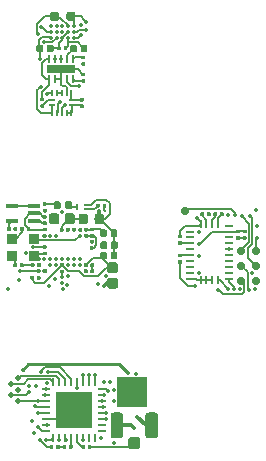
<source format=gbr>
G04 #@! TF.GenerationSoftware,KiCad,Pcbnew,(5.1.0)-1*
G04 #@! TF.CreationDate,2020-01-13T10:06:08-08:00*
G04 #@! TF.ProjectId,Miniscope-v4-Rigid-Flex,4d696e69-7363-46f7-9065-2d76342d5269,rev?*
G04 #@! TF.SameCoordinates,Original*
G04 #@! TF.FileFunction,Copper,L1,Top*
G04 #@! TF.FilePolarity,Positive*
%FSLAX46Y46*%
G04 Gerber Fmt 4.6, Leading zero omitted, Abs format (unit mm)*
G04 Created by KiCad (PCBNEW (5.1.0)-1) date 2020-01-13 10:06:08*
%MOMM*%
%LPD*%
G04 APERTURE LIST*
%ADD10C,0.100000*%
%ADD11C,0.310000*%
%ADD12R,2.500000X2.500000*%
%ADD13R,3.100000X3.100000*%
%ADD14R,0.260000X0.680000*%
%ADD15R,0.680000X0.260000*%
%ADD16C,0.508000*%
%ADD17C,1.000000*%
%ADD18C,1.050000*%
%ADD19C,0.700000*%
%ADD20R,0.254000X0.675000*%
%ADD21R,0.675000X0.254000*%
%ADD22C,0.580000*%
%ADD23R,0.990000X0.340000*%
%ADD24R,0.880000X0.830000*%
%ADD25C,0.890000*%
%ADD26C,0.810000*%
%ADD27R,0.280000X0.170000*%
%ADD28R,0.280000X0.520000*%
%ADD29C,0.590000*%
%ADD30R,0.610000X0.220000*%
%ADD31R,0.220000X0.610000*%
%ADD32R,0.270000X0.640000*%
%ADD33R,2.390000X0.640000*%
%ADD34C,0.750000*%
%ADD35C,0.350000*%
%ADD36C,0.300000*%
%ADD37C,0.152400*%
%ADD38C,0.304800*%
%ADD39C,0.254000*%
%ADD40C,0.203200*%
G04 APERTURE END LIST*
D10*
G36*
X102908696Y-129887773D02*
G01*
X102916219Y-129888889D01*
X102923597Y-129890737D01*
X102930758Y-129893299D01*
X102937633Y-129896551D01*
X102944157Y-129900461D01*
X102950265Y-129904992D01*
X102955901Y-129910099D01*
X102961008Y-129915735D01*
X102965539Y-129921843D01*
X102969449Y-129928367D01*
X102972701Y-129935242D01*
X102975263Y-129942403D01*
X102977111Y-129949781D01*
X102978227Y-129957304D01*
X102978600Y-129964900D01*
X102978600Y-130149900D01*
X102978227Y-130157496D01*
X102977111Y-130165019D01*
X102975263Y-130172397D01*
X102972701Y-130179558D01*
X102969449Y-130186433D01*
X102965539Y-130192957D01*
X102961008Y-130199065D01*
X102955901Y-130204701D01*
X102950265Y-130209808D01*
X102944157Y-130214339D01*
X102937633Y-130218249D01*
X102930758Y-130221501D01*
X102923597Y-130224063D01*
X102916219Y-130225911D01*
X102908696Y-130227027D01*
X102901100Y-130227400D01*
X102746100Y-130227400D01*
X102738504Y-130227027D01*
X102730981Y-130225911D01*
X102723603Y-130224063D01*
X102716442Y-130221501D01*
X102709567Y-130218249D01*
X102703043Y-130214339D01*
X102696935Y-130209808D01*
X102691299Y-130204701D01*
X102686192Y-130199065D01*
X102681661Y-130192957D01*
X102677751Y-130186433D01*
X102674499Y-130179558D01*
X102671937Y-130172397D01*
X102670089Y-130165019D01*
X102668973Y-130157496D01*
X102668600Y-130149900D01*
X102668600Y-129964900D01*
X102668973Y-129957304D01*
X102670089Y-129949781D01*
X102671937Y-129942403D01*
X102674499Y-129935242D01*
X102677751Y-129928367D01*
X102681661Y-129921843D01*
X102686192Y-129915735D01*
X102691299Y-129910099D01*
X102696935Y-129904992D01*
X102703043Y-129900461D01*
X102709567Y-129896551D01*
X102716442Y-129893299D01*
X102723603Y-129890737D01*
X102730981Y-129888889D01*
X102738504Y-129887773D01*
X102746100Y-129887400D01*
X102901100Y-129887400D01*
X102908696Y-129887773D01*
X102908696Y-129887773D01*
G37*
D11*
X102823600Y-130057400D03*
D10*
G36*
X103458696Y-129887773D02*
G01*
X103466219Y-129888889D01*
X103473597Y-129890737D01*
X103480758Y-129893299D01*
X103487633Y-129896551D01*
X103494157Y-129900461D01*
X103500265Y-129904992D01*
X103505901Y-129910099D01*
X103511008Y-129915735D01*
X103515539Y-129921843D01*
X103519449Y-129928367D01*
X103522701Y-129935242D01*
X103525263Y-129942403D01*
X103527111Y-129949781D01*
X103528227Y-129957304D01*
X103528600Y-129964900D01*
X103528600Y-130149900D01*
X103528227Y-130157496D01*
X103527111Y-130165019D01*
X103525263Y-130172397D01*
X103522701Y-130179558D01*
X103519449Y-130186433D01*
X103515539Y-130192957D01*
X103511008Y-130199065D01*
X103505901Y-130204701D01*
X103500265Y-130209808D01*
X103494157Y-130214339D01*
X103487633Y-130218249D01*
X103480758Y-130221501D01*
X103473597Y-130224063D01*
X103466219Y-130225911D01*
X103458696Y-130227027D01*
X103451100Y-130227400D01*
X103296100Y-130227400D01*
X103288504Y-130227027D01*
X103280981Y-130225911D01*
X103273603Y-130224063D01*
X103266442Y-130221501D01*
X103259567Y-130218249D01*
X103253043Y-130214339D01*
X103246935Y-130209808D01*
X103241299Y-130204701D01*
X103236192Y-130199065D01*
X103231661Y-130192957D01*
X103227751Y-130186433D01*
X103224499Y-130179558D01*
X103221937Y-130172397D01*
X103220089Y-130165019D01*
X103218973Y-130157496D01*
X103218600Y-130149900D01*
X103218600Y-129964900D01*
X103218973Y-129957304D01*
X103220089Y-129949781D01*
X103221937Y-129942403D01*
X103224499Y-129935242D01*
X103227751Y-129928367D01*
X103231661Y-129921843D01*
X103236192Y-129915735D01*
X103241299Y-129910099D01*
X103246935Y-129904992D01*
X103253043Y-129900461D01*
X103259567Y-129896551D01*
X103266442Y-129893299D01*
X103273603Y-129890737D01*
X103280981Y-129888889D01*
X103288504Y-129887773D01*
X103296100Y-129887400D01*
X103451100Y-129887400D01*
X103458696Y-129887773D01*
X103458696Y-129887773D01*
G37*
D11*
X103373600Y-130057400D03*
D12*
X109677400Y-125386600D03*
D13*
X104736800Y-126948400D03*
D14*
X102986800Y-124613400D03*
X103486800Y-124613400D03*
X103986800Y-124613400D03*
X104486800Y-124613400D03*
X104986800Y-124613400D03*
X105486800Y-124613400D03*
X105986800Y-124613400D03*
X106486800Y-124613400D03*
D15*
X107071800Y-125198400D03*
X107071800Y-125698400D03*
X107071800Y-126198400D03*
X107071800Y-126698400D03*
X107071800Y-127198400D03*
X107071800Y-127698400D03*
X107071800Y-128198400D03*
X107071800Y-128698400D03*
D14*
X106486800Y-129283400D03*
X105986800Y-129283400D03*
X105486800Y-129283400D03*
X104986800Y-129283400D03*
X104486800Y-129283400D03*
X103986800Y-129283400D03*
X103486800Y-129283400D03*
X102986800Y-129283400D03*
D15*
X102401800Y-128698400D03*
X102401800Y-128198400D03*
X102401800Y-127698400D03*
X102401800Y-127198400D03*
X102401800Y-126698400D03*
X102401800Y-126198400D03*
X102401800Y-125698400D03*
X102401800Y-125198400D03*
D16*
X100000000Y-126180398D03*
X99390400Y-125697798D03*
X100000000Y-125215199D03*
X99390400Y-124732599D03*
X100000000Y-124250000D03*
D10*
G36*
X110104304Y-129235504D02*
G01*
X110128573Y-129239104D01*
X110152371Y-129245065D01*
X110175471Y-129253330D01*
X110197649Y-129263820D01*
X110218693Y-129276433D01*
X110238398Y-129291047D01*
X110256577Y-129307523D01*
X110273053Y-129325702D01*
X110287667Y-129345407D01*
X110300280Y-129366451D01*
X110310770Y-129388629D01*
X110319035Y-129411729D01*
X110324996Y-129435527D01*
X110328596Y-129459796D01*
X110329800Y-129484300D01*
X110329800Y-130034300D01*
X110328596Y-130058804D01*
X110324996Y-130083073D01*
X110319035Y-130106871D01*
X110310770Y-130129971D01*
X110300280Y-130152149D01*
X110287667Y-130173193D01*
X110273053Y-130192898D01*
X110256577Y-130211077D01*
X110238398Y-130227553D01*
X110218693Y-130242167D01*
X110197649Y-130254780D01*
X110175471Y-130265270D01*
X110152371Y-130273535D01*
X110128573Y-130279496D01*
X110104304Y-130283096D01*
X110079800Y-130284300D01*
X109579800Y-130284300D01*
X109555296Y-130283096D01*
X109531027Y-130279496D01*
X109507229Y-130273535D01*
X109484129Y-130265270D01*
X109461951Y-130254780D01*
X109440907Y-130242167D01*
X109421202Y-130227553D01*
X109403023Y-130211077D01*
X109386547Y-130192898D01*
X109371933Y-130173193D01*
X109359320Y-130152149D01*
X109348830Y-130129971D01*
X109340565Y-130106871D01*
X109334604Y-130083073D01*
X109331004Y-130058804D01*
X109329800Y-130034300D01*
X109329800Y-129484300D01*
X109331004Y-129459796D01*
X109334604Y-129435527D01*
X109340565Y-129411729D01*
X109348830Y-129388629D01*
X109359320Y-129366451D01*
X109371933Y-129345407D01*
X109386547Y-129325702D01*
X109403023Y-129307523D01*
X109421202Y-129291047D01*
X109440907Y-129276433D01*
X109461951Y-129263820D01*
X109484129Y-129253330D01*
X109507229Y-129245065D01*
X109531027Y-129239104D01*
X109555296Y-129235504D01*
X109579800Y-129234300D01*
X110079800Y-129234300D01*
X110104304Y-129235504D01*
X110104304Y-129235504D01*
G37*
D17*
X109829800Y-129759300D03*
D10*
G36*
X108643029Y-127158064D02*
G01*
X108668511Y-127161844D01*
X108693500Y-127168103D01*
X108717754Y-127176782D01*
X108741042Y-127187796D01*
X108763137Y-127201039D01*
X108783828Y-127216385D01*
X108802916Y-127233684D01*
X108820215Y-127252772D01*
X108835561Y-127273463D01*
X108848804Y-127295558D01*
X108859818Y-127318846D01*
X108868497Y-127343100D01*
X108874756Y-127368089D01*
X108878536Y-127393571D01*
X108879800Y-127419300D01*
X108879800Y-129094300D01*
X108878536Y-129120029D01*
X108874756Y-129145511D01*
X108868497Y-129170500D01*
X108859818Y-129194754D01*
X108848804Y-129218042D01*
X108835561Y-129240137D01*
X108820215Y-129260828D01*
X108802916Y-129279916D01*
X108783828Y-129297215D01*
X108763137Y-129312561D01*
X108741042Y-129325804D01*
X108717754Y-129336818D01*
X108693500Y-129345497D01*
X108668511Y-129351756D01*
X108643029Y-129355536D01*
X108617300Y-129356800D01*
X108092300Y-129356800D01*
X108066571Y-129355536D01*
X108041089Y-129351756D01*
X108016100Y-129345497D01*
X107991846Y-129336818D01*
X107968558Y-129325804D01*
X107946463Y-129312561D01*
X107925772Y-129297215D01*
X107906684Y-129279916D01*
X107889385Y-129260828D01*
X107874039Y-129240137D01*
X107860796Y-129218042D01*
X107849782Y-129194754D01*
X107841103Y-129170500D01*
X107834844Y-129145511D01*
X107831064Y-129120029D01*
X107829800Y-129094300D01*
X107829800Y-127419300D01*
X107831064Y-127393571D01*
X107834844Y-127368089D01*
X107841103Y-127343100D01*
X107849782Y-127318846D01*
X107860796Y-127295558D01*
X107874039Y-127273463D01*
X107889385Y-127252772D01*
X107906684Y-127233684D01*
X107925772Y-127216385D01*
X107946463Y-127201039D01*
X107968558Y-127187796D01*
X107991846Y-127176782D01*
X108016100Y-127168103D01*
X108041089Y-127161844D01*
X108066571Y-127158064D01*
X108092300Y-127156800D01*
X108617300Y-127156800D01*
X108643029Y-127158064D01*
X108643029Y-127158064D01*
G37*
D18*
X108354800Y-128256800D03*
D10*
G36*
X111593029Y-127158064D02*
G01*
X111618511Y-127161844D01*
X111643500Y-127168103D01*
X111667754Y-127176782D01*
X111691042Y-127187796D01*
X111713137Y-127201039D01*
X111733828Y-127216385D01*
X111752916Y-127233684D01*
X111770215Y-127252772D01*
X111785561Y-127273463D01*
X111798804Y-127295558D01*
X111809818Y-127318846D01*
X111818497Y-127343100D01*
X111824756Y-127368089D01*
X111828536Y-127393571D01*
X111829800Y-127419300D01*
X111829800Y-129094300D01*
X111828536Y-129120029D01*
X111824756Y-129145511D01*
X111818497Y-129170500D01*
X111809818Y-129194754D01*
X111798804Y-129218042D01*
X111785561Y-129240137D01*
X111770215Y-129260828D01*
X111752916Y-129279916D01*
X111733828Y-129297215D01*
X111713137Y-129312561D01*
X111691042Y-129325804D01*
X111667754Y-129336818D01*
X111643500Y-129345497D01*
X111618511Y-129351756D01*
X111593029Y-129355536D01*
X111567300Y-129356800D01*
X111042300Y-129356800D01*
X111016571Y-129355536D01*
X110991089Y-129351756D01*
X110966100Y-129345497D01*
X110941846Y-129336818D01*
X110918558Y-129325804D01*
X110896463Y-129312561D01*
X110875772Y-129297215D01*
X110856684Y-129279916D01*
X110839385Y-129260828D01*
X110824039Y-129240137D01*
X110810796Y-129218042D01*
X110799782Y-129194754D01*
X110791103Y-129170500D01*
X110784844Y-129145511D01*
X110781064Y-129120029D01*
X110779800Y-129094300D01*
X110779800Y-127419300D01*
X110781064Y-127393571D01*
X110784844Y-127368089D01*
X110791103Y-127343100D01*
X110799782Y-127318846D01*
X110810796Y-127295558D01*
X110824039Y-127273463D01*
X110839385Y-127252772D01*
X110856684Y-127233684D01*
X110875772Y-127216385D01*
X110896463Y-127201039D01*
X110918558Y-127187796D01*
X110941846Y-127176782D01*
X110966100Y-127168103D01*
X110991089Y-127161844D01*
X111016571Y-127158064D01*
X111042300Y-127156800D01*
X111567300Y-127156800D01*
X111593029Y-127158064D01*
X111593029Y-127158064D01*
G37*
D18*
X111304800Y-128256800D03*
D19*
X120112800Y-115987200D03*
X120112800Y-113447200D03*
D10*
G36*
X117323296Y-110204173D02*
G01*
X117330819Y-110205289D01*
X117338197Y-110207137D01*
X117345358Y-110209699D01*
X117352233Y-110212951D01*
X117358757Y-110216861D01*
X117364865Y-110221392D01*
X117370501Y-110226499D01*
X117375608Y-110232135D01*
X117380139Y-110238243D01*
X117384049Y-110244767D01*
X117387301Y-110251642D01*
X117389863Y-110258803D01*
X117391711Y-110266181D01*
X117392827Y-110273704D01*
X117393200Y-110281300D01*
X117393200Y-110466300D01*
X117392827Y-110473896D01*
X117391711Y-110481419D01*
X117389863Y-110488797D01*
X117387301Y-110495958D01*
X117384049Y-110502833D01*
X117380139Y-110509357D01*
X117375608Y-110515465D01*
X117370501Y-110521101D01*
X117364865Y-110526208D01*
X117358757Y-110530739D01*
X117352233Y-110534649D01*
X117345358Y-110537901D01*
X117338197Y-110540463D01*
X117330819Y-110542311D01*
X117323296Y-110543427D01*
X117315700Y-110543800D01*
X117160700Y-110543800D01*
X117153104Y-110543427D01*
X117145581Y-110542311D01*
X117138203Y-110540463D01*
X117131042Y-110537901D01*
X117124167Y-110534649D01*
X117117643Y-110530739D01*
X117111535Y-110526208D01*
X117105899Y-110521101D01*
X117100792Y-110515465D01*
X117096261Y-110509357D01*
X117092351Y-110502833D01*
X117089099Y-110495958D01*
X117086537Y-110488797D01*
X117084689Y-110481419D01*
X117083573Y-110473896D01*
X117083200Y-110466300D01*
X117083200Y-110281300D01*
X117083573Y-110273704D01*
X117084689Y-110266181D01*
X117086537Y-110258803D01*
X117089099Y-110251642D01*
X117092351Y-110244767D01*
X117096261Y-110238243D01*
X117100792Y-110232135D01*
X117105899Y-110226499D01*
X117111535Y-110221392D01*
X117117643Y-110216861D01*
X117124167Y-110212951D01*
X117131042Y-110209699D01*
X117138203Y-110207137D01*
X117145581Y-110205289D01*
X117153104Y-110204173D01*
X117160700Y-110203800D01*
X117315700Y-110203800D01*
X117323296Y-110204173D01*
X117323296Y-110204173D01*
G37*
D11*
X117238200Y-110373800D03*
D10*
G36*
X116773296Y-110204173D02*
G01*
X116780819Y-110205289D01*
X116788197Y-110207137D01*
X116795358Y-110209699D01*
X116802233Y-110212951D01*
X116808757Y-110216861D01*
X116814865Y-110221392D01*
X116820501Y-110226499D01*
X116825608Y-110232135D01*
X116830139Y-110238243D01*
X116834049Y-110244767D01*
X116837301Y-110251642D01*
X116839863Y-110258803D01*
X116841711Y-110266181D01*
X116842827Y-110273704D01*
X116843200Y-110281300D01*
X116843200Y-110466300D01*
X116842827Y-110473896D01*
X116841711Y-110481419D01*
X116839863Y-110488797D01*
X116837301Y-110495958D01*
X116834049Y-110502833D01*
X116830139Y-110509357D01*
X116825608Y-110515465D01*
X116820501Y-110521101D01*
X116814865Y-110526208D01*
X116808757Y-110530739D01*
X116802233Y-110534649D01*
X116795358Y-110537901D01*
X116788197Y-110540463D01*
X116780819Y-110542311D01*
X116773296Y-110543427D01*
X116765700Y-110543800D01*
X116610700Y-110543800D01*
X116603104Y-110543427D01*
X116595581Y-110542311D01*
X116588203Y-110540463D01*
X116581042Y-110537901D01*
X116574167Y-110534649D01*
X116567643Y-110530739D01*
X116561535Y-110526208D01*
X116555899Y-110521101D01*
X116550792Y-110515465D01*
X116546261Y-110509357D01*
X116542351Y-110502833D01*
X116539099Y-110495958D01*
X116536537Y-110488797D01*
X116534689Y-110481419D01*
X116533573Y-110473896D01*
X116533200Y-110466300D01*
X116533200Y-110281300D01*
X116533573Y-110273704D01*
X116534689Y-110266181D01*
X116536537Y-110258803D01*
X116539099Y-110251642D01*
X116542351Y-110244767D01*
X116546261Y-110238243D01*
X116550792Y-110232135D01*
X116555899Y-110226499D01*
X116561535Y-110221392D01*
X116567643Y-110216861D01*
X116574167Y-110212951D01*
X116581042Y-110209699D01*
X116588203Y-110207137D01*
X116595581Y-110205289D01*
X116603104Y-110204173D01*
X116610700Y-110203800D01*
X116765700Y-110203800D01*
X116773296Y-110204173D01*
X116773296Y-110204173D01*
G37*
D11*
X116688200Y-110373800D03*
D10*
G36*
X118699296Y-111674173D02*
G01*
X118706819Y-111675289D01*
X118714197Y-111677137D01*
X118721358Y-111679699D01*
X118728233Y-111682951D01*
X118734757Y-111686861D01*
X118740865Y-111691392D01*
X118746501Y-111696499D01*
X118751608Y-111702135D01*
X118756139Y-111708243D01*
X118760049Y-111714767D01*
X118763301Y-111721642D01*
X118765863Y-111728803D01*
X118767711Y-111736181D01*
X118768827Y-111743704D01*
X118769200Y-111751300D01*
X118769200Y-111906300D01*
X118768827Y-111913896D01*
X118767711Y-111921419D01*
X118765863Y-111928797D01*
X118763301Y-111935958D01*
X118760049Y-111942833D01*
X118756139Y-111949357D01*
X118751608Y-111955465D01*
X118746501Y-111961101D01*
X118740865Y-111966208D01*
X118734757Y-111970739D01*
X118728233Y-111974649D01*
X118721358Y-111977901D01*
X118714197Y-111980463D01*
X118706819Y-111982311D01*
X118699296Y-111983427D01*
X118691700Y-111983800D01*
X118506700Y-111983800D01*
X118499104Y-111983427D01*
X118491581Y-111982311D01*
X118484203Y-111980463D01*
X118477042Y-111977901D01*
X118470167Y-111974649D01*
X118463643Y-111970739D01*
X118457535Y-111966208D01*
X118451899Y-111961101D01*
X118446792Y-111955465D01*
X118442261Y-111949357D01*
X118438351Y-111942833D01*
X118435099Y-111935958D01*
X118432537Y-111928797D01*
X118430689Y-111921419D01*
X118429573Y-111913896D01*
X118429200Y-111906300D01*
X118429200Y-111751300D01*
X118429573Y-111743704D01*
X118430689Y-111736181D01*
X118432537Y-111728803D01*
X118435099Y-111721642D01*
X118438351Y-111714767D01*
X118442261Y-111708243D01*
X118446792Y-111702135D01*
X118451899Y-111696499D01*
X118457535Y-111691392D01*
X118463643Y-111686861D01*
X118470167Y-111682951D01*
X118477042Y-111679699D01*
X118484203Y-111677137D01*
X118491581Y-111675289D01*
X118499104Y-111674173D01*
X118506700Y-111673800D01*
X118691700Y-111673800D01*
X118699296Y-111674173D01*
X118699296Y-111674173D01*
G37*
D11*
X118599200Y-111828800D03*
D10*
G36*
X118699296Y-112224173D02*
G01*
X118706819Y-112225289D01*
X118714197Y-112227137D01*
X118721358Y-112229699D01*
X118728233Y-112232951D01*
X118734757Y-112236861D01*
X118740865Y-112241392D01*
X118746501Y-112246499D01*
X118751608Y-112252135D01*
X118756139Y-112258243D01*
X118760049Y-112264767D01*
X118763301Y-112271642D01*
X118765863Y-112278803D01*
X118767711Y-112286181D01*
X118768827Y-112293704D01*
X118769200Y-112301300D01*
X118769200Y-112456300D01*
X118768827Y-112463896D01*
X118767711Y-112471419D01*
X118765863Y-112478797D01*
X118763301Y-112485958D01*
X118760049Y-112492833D01*
X118756139Y-112499357D01*
X118751608Y-112505465D01*
X118746501Y-112511101D01*
X118740865Y-112516208D01*
X118734757Y-112520739D01*
X118728233Y-112524649D01*
X118721358Y-112527901D01*
X118714197Y-112530463D01*
X118706819Y-112532311D01*
X118699296Y-112533427D01*
X118691700Y-112533800D01*
X118506700Y-112533800D01*
X118499104Y-112533427D01*
X118491581Y-112532311D01*
X118484203Y-112530463D01*
X118477042Y-112527901D01*
X118470167Y-112524649D01*
X118463643Y-112520739D01*
X118457535Y-112516208D01*
X118451899Y-112511101D01*
X118446792Y-112505465D01*
X118442261Y-112499357D01*
X118438351Y-112492833D01*
X118435099Y-112485958D01*
X118432537Y-112478797D01*
X118430689Y-112471419D01*
X118429573Y-112463896D01*
X118429200Y-112456300D01*
X118429200Y-112301300D01*
X118429573Y-112293704D01*
X118430689Y-112286181D01*
X118432537Y-112278803D01*
X118435099Y-112271642D01*
X118438351Y-112264767D01*
X118442261Y-112258243D01*
X118446792Y-112252135D01*
X118451899Y-112246499D01*
X118457535Y-112241392D01*
X118463643Y-112236861D01*
X118470167Y-112232951D01*
X118477042Y-112229699D01*
X118484203Y-112227137D01*
X118491581Y-112225289D01*
X118499104Y-112224173D01*
X118506700Y-112223800D01*
X118691700Y-112223800D01*
X118699296Y-112224173D01*
X118699296Y-112224173D01*
G37*
D11*
X118599200Y-112378800D03*
D10*
G36*
X119283496Y-111674173D02*
G01*
X119291019Y-111675289D01*
X119298397Y-111677137D01*
X119305558Y-111679699D01*
X119312433Y-111682951D01*
X119318957Y-111686861D01*
X119325065Y-111691392D01*
X119330701Y-111696499D01*
X119335808Y-111702135D01*
X119340339Y-111708243D01*
X119344249Y-111714767D01*
X119347501Y-111721642D01*
X119350063Y-111728803D01*
X119351911Y-111736181D01*
X119353027Y-111743704D01*
X119353400Y-111751300D01*
X119353400Y-111906300D01*
X119353027Y-111913896D01*
X119351911Y-111921419D01*
X119350063Y-111928797D01*
X119347501Y-111935958D01*
X119344249Y-111942833D01*
X119340339Y-111949357D01*
X119335808Y-111955465D01*
X119330701Y-111961101D01*
X119325065Y-111966208D01*
X119318957Y-111970739D01*
X119312433Y-111974649D01*
X119305558Y-111977901D01*
X119298397Y-111980463D01*
X119291019Y-111982311D01*
X119283496Y-111983427D01*
X119275900Y-111983800D01*
X119090900Y-111983800D01*
X119083304Y-111983427D01*
X119075781Y-111982311D01*
X119068403Y-111980463D01*
X119061242Y-111977901D01*
X119054367Y-111974649D01*
X119047843Y-111970739D01*
X119041735Y-111966208D01*
X119036099Y-111961101D01*
X119030992Y-111955465D01*
X119026461Y-111949357D01*
X119022551Y-111942833D01*
X119019299Y-111935958D01*
X119016737Y-111928797D01*
X119014889Y-111921419D01*
X119013773Y-111913896D01*
X119013400Y-111906300D01*
X119013400Y-111751300D01*
X119013773Y-111743704D01*
X119014889Y-111736181D01*
X119016737Y-111728803D01*
X119019299Y-111721642D01*
X119022551Y-111714767D01*
X119026461Y-111708243D01*
X119030992Y-111702135D01*
X119036099Y-111696499D01*
X119041735Y-111691392D01*
X119047843Y-111686861D01*
X119054367Y-111682951D01*
X119061242Y-111679699D01*
X119068403Y-111677137D01*
X119075781Y-111675289D01*
X119083304Y-111674173D01*
X119090900Y-111673800D01*
X119275900Y-111673800D01*
X119283496Y-111674173D01*
X119283496Y-111674173D01*
G37*
D11*
X119183400Y-111828800D03*
D10*
G36*
X119283496Y-112224173D02*
G01*
X119291019Y-112225289D01*
X119298397Y-112227137D01*
X119305558Y-112229699D01*
X119312433Y-112232951D01*
X119318957Y-112236861D01*
X119325065Y-112241392D01*
X119330701Y-112246499D01*
X119335808Y-112252135D01*
X119340339Y-112258243D01*
X119344249Y-112264767D01*
X119347501Y-112271642D01*
X119350063Y-112278803D01*
X119351911Y-112286181D01*
X119353027Y-112293704D01*
X119353400Y-112301300D01*
X119353400Y-112456300D01*
X119353027Y-112463896D01*
X119351911Y-112471419D01*
X119350063Y-112478797D01*
X119347501Y-112485958D01*
X119344249Y-112492833D01*
X119340339Y-112499357D01*
X119335808Y-112505465D01*
X119330701Y-112511101D01*
X119325065Y-112516208D01*
X119318957Y-112520739D01*
X119312433Y-112524649D01*
X119305558Y-112527901D01*
X119298397Y-112530463D01*
X119291019Y-112532311D01*
X119283496Y-112533427D01*
X119275900Y-112533800D01*
X119090900Y-112533800D01*
X119083304Y-112533427D01*
X119075781Y-112532311D01*
X119068403Y-112530463D01*
X119061242Y-112527901D01*
X119054367Y-112524649D01*
X119047843Y-112520739D01*
X119041735Y-112516208D01*
X119036099Y-112511101D01*
X119030992Y-112505465D01*
X119026461Y-112499357D01*
X119022551Y-112492833D01*
X119019299Y-112485958D01*
X119016737Y-112478797D01*
X119014889Y-112471419D01*
X119013773Y-112463896D01*
X119013400Y-112456300D01*
X119013400Y-112301300D01*
X119013773Y-112293704D01*
X119014889Y-112286181D01*
X119016737Y-112278803D01*
X119019299Y-112271642D01*
X119022551Y-112264767D01*
X119026461Y-112258243D01*
X119030992Y-112252135D01*
X119036099Y-112246499D01*
X119041735Y-112241392D01*
X119047843Y-112236861D01*
X119054367Y-112232951D01*
X119061242Y-112229699D01*
X119068403Y-112227137D01*
X119075781Y-112225289D01*
X119083304Y-112224173D01*
X119090900Y-112223800D01*
X119275900Y-112223800D01*
X119283496Y-112224173D01*
X119283496Y-112224173D01*
G37*
D11*
X119183400Y-112378800D03*
D19*
X120112800Y-114717200D03*
D10*
G36*
X116231096Y-110204173D02*
G01*
X116238619Y-110205289D01*
X116245997Y-110207137D01*
X116253158Y-110209699D01*
X116260033Y-110212951D01*
X116266557Y-110216861D01*
X116272665Y-110221392D01*
X116278301Y-110226499D01*
X116283408Y-110232135D01*
X116287939Y-110238243D01*
X116291849Y-110244767D01*
X116295101Y-110251642D01*
X116297663Y-110258803D01*
X116299511Y-110266181D01*
X116300627Y-110273704D01*
X116301000Y-110281300D01*
X116301000Y-110466300D01*
X116300627Y-110473896D01*
X116299511Y-110481419D01*
X116297663Y-110488797D01*
X116295101Y-110495958D01*
X116291849Y-110502833D01*
X116287939Y-110509357D01*
X116283408Y-110515465D01*
X116278301Y-110521101D01*
X116272665Y-110526208D01*
X116266557Y-110530739D01*
X116260033Y-110534649D01*
X116253158Y-110537901D01*
X116245997Y-110540463D01*
X116238619Y-110542311D01*
X116231096Y-110543427D01*
X116223500Y-110543800D01*
X116068500Y-110543800D01*
X116060904Y-110543427D01*
X116053381Y-110542311D01*
X116046003Y-110540463D01*
X116038842Y-110537901D01*
X116031967Y-110534649D01*
X116025443Y-110530739D01*
X116019335Y-110526208D01*
X116013699Y-110521101D01*
X116008592Y-110515465D01*
X116004061Y-110509357D01*
X116000151Y-110502833D01*
X115996899Y-110495958D01*
X115994337Y-110488797D01*
X115992489Y-110481419D01*
X115991373Y-110473896D01*
X115991000Y-110466300D01*
X115991000Y-110281300D01*
X115991373Y-110273704D01*
X115992489Y-110266181D01*
X115994337Y-110258803D01*
X115996899Y-110251642D01*
X116000151Y-110244767D01*
X116004061Y-110238243D01*
X116008592Y-110232135D01*
X116013699Y-110226499D01*
X116019335Y-110221392D01*
X116025443Y-110216861D01*
X116031967Y-110212951D01*
X116038842Y-110209699D01*
X116046003Y-110207137D01*
X116053381Y-110205289D01*
X116060904Y-110204173D01*
X116068500Y-110203800D01*
X116223500Y-110203800D01*
X116231096Y-110204173D01*
X116231096Y-110204173D01*
G37*
D11*
X116146000Y-110373800D03*
D10*
G36*
X115681096Y-110204173D02*
G01*
X115688619Y-110205289D01*
X115695997Y-110207137D01*
X115703158Y-110209699D01*
X115710033Y-110212951D01*
X115716557Y-110216861D01*
X115722665Y-110221392D01*
X115728301Y-110226499D01*
X115733408Y-110232135D01*
X115737939Y-110238243D01*
X115741849Y-110244767D01*
X115745101Y-110251642D01*
X115747663Y-110258803D01*
X115749511Y-110266181D01*
X115750627Y-110273704D01*
X115751000Y-110281300D01*
X115751000Y-110466300D01*
X115750627Y-110473896D01*
X115749511Y-110481419D01*
X115747663Y-110488797D01*
X115745101Y-110495958D01*
X115741849Y-110502833D01*
X115737939Y-110509357D01*
X115733408Y-110515465D01*
X115728301Y-110521101D01*
X115722665Y-110526208D01*
X115716557Y-110530739D01*
X115710033Y-110534649D01*
X115703158Y-110537901D01*
X115695997Y-110540463D01*
X115688619Y-110542311D01*
X115681096Y-110543427D01*
X115673500Y-110543800D01*
X115518500Y-110543800D01*
X115510904Y-110543427D01*
X115503381Y-110542311D01*
X115496003Y-110540463D01*
X115488842Y-110537901D01*
X115481967Y-110534649D01*
X115475443Y-110530739D01*
X115469335Y-110526208D01*
X115463699Y-110521101D01*
X115458592Y-110515465D01*
X115454061Y-110509357D01*
X115450151Y-110502833D01*
X115446899Y-110495958D01*
X115444337Y-110488797D01*
X115442489Y-110481419D01*
X115441373Y-110473896D01*
X115441000Y-110466300D01*
X115441000Y-110281300D01*
X115441373Y-110273704D01*
X115442489Y-110266181D01*
X115444337Y-110258803D01*
X115446899Y-110251642D01*
X115450151Y-110244767D01*
X115454061Y-110238243D01*
X115458592Y-110232135D01*
X115463699Y-110226499D01*
X115469335Y-110221392D01*
X115475443Y-110216861D01*
X115481967Y-110212951D01*
X115488842Y-110209699D01*
X115496003Y-110207137D01*
X115503381Y-110205289D01*
X115510904Y-110204173D01*
X115518500Y-110203800D01*
X115673500Y-110203800D01*
X115681096Y-110204173D01*
X115681096Y-110204173D01*
G37*
D11*
X115596000Y-110373800D03*
D19*
X118842800Y-114717200D03*
D10*
G36*
X113786696Y-114256173D02*
G01*
X113794219Y-114257289D01*
X113801597Y-114259137D01*
X113808758Y-114261699D01*
X113815633Y-114264951D01*
X113822157Y-114268861D01*
X113828265Y-114273392D01*
X113833901Y-114278499D01*
X113839008Y-114284135D01*
X113843539Y-114290243D01*
X113847449Y-114296767D01*
X113850701Y-114303642D01*
X113853263Y-114310803D01*
X113855111Y-114318181D01*
X113856227Y-114325704D01*
X113856600Y-114333300D01*
X113856600Y-114488300D01*
X113856227Y-114495896D01*
X113855111Y-114503419D01*
X113853263Y-114510797D01*
X113850701Y-114517958D01*
X113847449Y-114524833D01*
X113843539Y-114531357D01*
X113839008Y-114537465D01*
X113833901Y-114543101D01*
X113828265Y-114548208D01*
X113822157Y-114552739D01*
X113815633Y-114556649D01*
X113808758Y-114559901D01*
X113801597Y-114562463D01*
X113794219Y-114564311D01*
X113786696Y-114565427D01*
X113779100Y-114565800D01*
X113594100Y-114565800D01*
X113586504Y-114565427D01*
X113578981Y-114564311D01*
X113571603Y-114562463D01*
X113564442Y-114559901D01*
X113557567Y-114556649D01*
X113551043Y-114552739D01*
X113544935Y-114548208D01*
X113539299Y-114543101D01*
X113534192Y-114537465D01*
X113529661Y-114531357D01*
X113525751Y-114524833D01*
X113522499Y-114517958D01*
X113519937Y-114510797D01*
X113518089Y-114503419D01*
X113516973Y-114495896D01*
X113516600Y-114488300D01*
X113516600Y-114333300D01*
X113516973Y-114325704D01*
X113518089Y-114318181D01*
X113519937Y-114310803D01*
X113522499Y-114303642D01*
X113525751Y-114296767D01*
X113529661Y-114290243D01*
X113534192Y-114284135D01*
X113539299Y-114278499D01*
X113544935Y-114273392D01*
X113551043Y-114268861D01*
X113557567Y-114264951D01*
X113564442Y-114261699D01*
X113571603Y-114259137D01*
X113578981Y-114257289D01*
X113586504Y-114256173D01*
X113594100Y-114255800D01*
X113779100Y-114255800D01*
X113786696Y-114256173D01*
X113786696Y-114256173D01*
G37*
D11*
X113686600Y-114410800D03*
D10*
G36*
X113786696Y-113706173D02*
G01*
X113794219Y-113707289D01*
X113801597Y-113709137D01*
X113808758Y-113711699D01*
X113815633Y-113714951D01*
X113822157Y-113718861D01*
X113828265Y-113723392D01*
X113833901Y-113728499D01*
X113839008Y-113734135D01*
X113843539Y-113740243D01*
X113847449Y-113746767D01*
X113850701Y-113753642D01*
X113853263Y-113760803D01*
X113855111Y-113768181D01*
X113856227Y-113775704D01*
X113856600Y-113783300D01*
X113856600Y-113938300D01*
X113856227Y-113945896D01*
X113855111Y-113953419D01*
X113853263Y-113960797D01*
X113850701Y-113967958D01*
X113847449Y-113974833D01*
X113843539Y-113981357D01*
X113839008Y-113987465D01*
X113833901Y-113993101D01*
X113828265Y-113998208D01*
X113822157Y-114002739D01*
X113815633Y-114006649D01*
X113808758Y-114009901D01*
X113801597Y-114012463D01*
X113794219Y-114014311D01*
X113786696Y-114015427D01*
X113779100Y-114015800D01*
X113594100Y-114015800D01*
X113586504Y-114015427D01*
X113578981Y-114014311D01*
X113571603Y-114012463D01*
X113564442Y-114009901D01*
X113557567Y-114006649D01*
X113551043Y-114002739D01*
X113544935Y-113998208D01*
X113539299Y-113993101D01*
X113534192Y-113987465D01*
X113529661Y-113981357D01*
X113525751Y-113974833D01*
X113522499Y-113967958D01*
X113519937Y-113960797D01*
X113518089Y-113953419D01*
X113516973Y-113945896D01*
X113516600Y-113938300D01*
X113516600Y-113783300D01*
X113516973Y-113775704D01*
X113518089Y-113768181D01*
X113519937Y-113760803D01*
X113522499Y-113753642D01*
X113525751Y-113746767D01*
X113529661Y-113740243D01*
X113534192Y-113734135D01*
X113539299Y-113728499D01*
X113544935Y-113723392D01*
X113551043Y-113718861D01*
X113557567Y-113714951D01*
X113564442Y-113711699D01*
X113571603Y-113709137D01*
X113578981Y-113707289D01*
X113586504Y-113706173D01*
X113594100Y-113705800D01*
X113779100Y-113705800D01*
X113786696Y-113706173D01*
X113786696Y-113706173D01*
G37*
D11*
X113686600Y-113860800D03*
D10*
G36*
X113822496Y-112105973D02*
G01*
X113830019Y-112107089D01*
X113837397Y-112108937D01*
X113844558Y-112111499D01*
X113851433Y-112114751D01*
X113857957Y-112118661D01*
X113864065Y-112123192D01*
X113869701Y-112128299D01*
X113874808Y-112133935D01*
X113879339Y-112140043D01*
X113883249Y-112146567D01*
X113886501Y-112153442D01*
X113889063Y-112160603D01*
X113890911Y-112167981D01*
X113892027Y-112175504D01*
X113892400Y-112183100D01*
X113892400Y-112338100D01*
X113892027Y-112345696D01*
X113890911Y-112353219D01*
X113889063Y-112360597D01*
X113886501Y-112367758D01*
X113883249Y-112374633D01*
X113879339Y-112381157D01*
X113874808Y-112387265D01*
X113869701Y-112392901D01*
X113864065Y-112398008D01*
X113857957Y-112402539D01*
X113851433Y-112406449D01*
X113844558Y-112409701D01*
X113837397Y-112412263D01*
X113830019Y-112414111D01*
X113822496Y-112415227D01*
X113814900Y-112415600D01*
X113629900Y-112415600D01*
X113622304Y-112415227D01*
X113614781Y-112414111D01*
X113607403Y-112412263D01*
X113600242Y-112409701D01*
X113593367Y-112406449D01*
X113586843Y-112402539D01*
X113580735Y-112398008D01*
X113575099Y-112392901D01*
X113569992Y-112387265D01*
X113565461Y-112381157D01*
X113561551Y-112374633D01*
X113558299Y-112367758D01*
X113555737Y-112360597D01*
X113553889Y-112353219D01*
X113552773Y-112345696D01*
X113552400Y-112338100D01*
X113552400Y-112183100D01*
X113552773Y-112175504D01*
X113553889Y-112167981D01*
X113555737Y-112160603D01*
X113558299Y-112153442D01*
X113561551Y-112146567D01*
X113565461Y-112140043D01*
X113569992Y-112133935D01*
X113575099Y-112128299D01*
X113580735Y-112123192D01*
X113586843Y-112118661D01*
X113593367Y-112114751D01*
X113600242Y-112111499D01*
X113607403Y-112108937D01*
X113614781Y-112107089D01*
X113622304Y-112105973D01*
X113629900Y-112105600D01*
X113814900Y-112105600D01*
X113822496Y-112105973D01*
X113822496Y-112105973D01*
G37*
D11*
X113722400Y-112260600D03*
D10*
G36*
X113822496Y-112655973D02*
G01*
X113830019Y-112657089D01*
X113837397Y-112658937D01*
X113844558Y-112661499D01*
X113851433Y-112664751D01*
X113857957Y-112668661D01*
X113864065Y-112673192D01*
X113869701Y-112678299D01*
X113874808Y-112683935D01*
X113879339Y-112690043D01*
X113883249Y-112696567D01*
X113886501Y-112703442D01*
X113889063Y-112710603D01*
X113890911Y-112717981D01*
X113892027Y-112725504D01*
X113892400Y-112733100D01*
X113892400Y-112888100D01*
X113892027Y-112895696D01*
X113890911Y-112903219D01*
X113889063Y-112910597D01*
X113886501Y-112917758D01*
X113883249Y-112924633D01*
X113879339Y-112931157D01*
X113874808Y-112937265D01*
X113869701Y-112942901D01*
X113864065Y-112948008D01*
X113857957Y-112952539D01*
X113851433Y-112956449D01*
X113844558Y-112959701D01*
X113837397Y-112962263D01*
X113830019Y-112964111D01*
X113822496Y-112965227D01*
X113814900Y-112965600D01*
X113629900Y-112965600D01*
X113622304Y-112965227D01*
X113614781Y-112964111D01*
X113607403Y-112962263D01*
X113600242Y-112959701D01*
X113593367Y-112956449D01*
X113586843Y-112952539D01*
X113580735Y-112948008D01*
X113575099Y-112942901D01*
X113569992Y-112937265D01*
X113565461Y-112931157D01*
X113561551Y-112924633D01*
X113558299Y-112917758D01*
X113555737Y-112910597D01*
X113553889Y-112903219D01*
X113552773Y-112895696D01*
X113552400Y-112888100D01*
X113552400Y-112733100D01*
X113552773Y-112725504D01*
X113553889Y-112717981D01*
X113555737Y-112710603D01*
X113558299Y-112703442D01*
X113561551Y-112696567D01*
X113565461Y-112690043D01*
X113569992Y-112683935D01*
X113575099Y-112678299D01*
X113580735Y-112673192D01*
X113586843Y-112668661D01*
X113593367Y-112664751D01*
X113600242Y-112661499D01*
X113607403Y-112658937D01*
X113614781Y-112657089D01*
X113622304Y-112655973D01*
X113629900Y-112655600D01*
X113814900Y-112655600D01*
X113822496Y-112655973D01*
X113822496Y-112655973D01*
G37*
D11*
X113722400Y-112810600D03*
D19*
X118842800Y-113447200D03*
D20*
X115450200Y-115976100D03*
X115950200Y-115976100D03*
X116450200Y-115976100D03*
D21*
X114537700Y-115838600D03*
X114537700Y-115338600D03*
X114537700Y-114838600D03*
X114537700Y-114338600D03*
X114537700Y-113838600D03*
X114537700Y-113338600D03*
X114537700Y-112838600D03*
X114537700Y-112338600D03*
X114537700Y-111838600D03*
X117862700Y-115838600D03*
X117862700Y-115338600D03*
X117862700Y-114838600D03*
X117862700Y-114338600D03*
X117862700Y-113838600D03*
X117862700Y-113338600D03*
X117862700Y-112838600D03*
X117862700Y-112338600D03*
X117862700Y-111838600D03*
D20*
X115450200Y-111201100D03*
X115950200Y-111201100D03*
X116450200Y-111201100D03*
D21*
X117862700Y-111338600D03*
D20*
X116950200Y-111201100D03*
D21*
X114537700Y-111338600D03*
D20*
X116950200Y-115976100D03*
D10*
G36*
X105807096Y-114524973D02*
G01*
X105814619Y-114526089D01*
X105821997Y-114527937D01*
X105829158Y-114530499D01*
X105836033Y-114533751D01*
X105842557Y-114537661D01*
X105848665Y-114542192D01*
X105854301Y-114547299D01*
X105859408Y-114552935D01*
X105863939Y-114559043D01*
X105867849Y-114565567D01*
X105871101Y-114572442D01*
X105873663Y-114579603D01*
X105875511Y-114586981D01*
X105876627Y-114594504D01*
X105877000Y-114602100D01*
X105877000Y-114787100D01*
X105876627Y-114794696D01*
X105875511Y-114802219D01*
X105873663Y-114809597D01*
X105871101Y-114816758D01*
X105867849Y-114823633D01*
X105863939Y-114830157D01*
X105859408Y-114836265D01*
X105854301Y-114841901D01*
X105848665Y-114847008D01*
X105842557Y-114851539D01*
X105836033Y-114855449D01*
X105829158Y-114858701D01*
X105821997Y-114861263D01*
X105814619Y-114863111D01*
X105807096Y-114864227D01*
X105799500Y-114864600D01*
X105644500Y-114864600D01*
X105636904Y-114864227D01*
X105629381Y-114863111D01*
X105622003Y-114861263D01*
X105614842Y-114858701D01*
X105607967Y-114855449D01*
X105601443Y-114851539D01*
X105595335Y-114847008D01*
X105589699Y-114841901D01*
X105584592Y-114836265D01*
X105580061Y-114830157D01*
X105576151Y-114823633D01*
X105572899Y-114816758D01*
X105570337Y-114809597D01*
X105568489Y-114802219D01*
X105567373Y-114794696D01*
X105567000Y-114787100D01*
X105567000Y-114602100D01*
X105567373Y-114594504D01*
X105568489Y-114586981D01*
X105570337Y-114579603D01*
X105572899Y-114572442D01*
X105576151Y-114565567D01*
X105580061Y-114559043D01*
X105584592Y-114552935D01*
X105589699Y-114547299D01*
X105595335Y-114542192D01*
X105601443Y-114537661D01*
X105607967Y-114533751D01*
X105614842Y-114530499D01*
X105622003Y-114527937D01*
X105629381Y-114526089D01*
X105636904Y-114524973D01*
X105644500Y-114524600D01*
X105799500Y-114524600D01*
X105807096Y-114524973D01*
X105807096Y-114524973D01*
G37*
D11*
X105722000Y-114694600D03*
D10*
G36*
X106357096Y-114524973D02*
G01*
X106364619Y-114526089D01*
X106371997Y-114527937D01*
X106379158Y-114530499D01*
X106386033Y-114533751D01*
X106392557Y-114537661D01*
X106398665Y-114542192D01*
X106404301Y-114547299D01*
X106409408Y-114552935D01*
X106413939Y-114559043D01*
X106417849Y-114565567D01*
X106421101Y-114572442D01*
X106423663Y-114579603D01*
X106425511Y-114586981D01*
X106426627Y-114594504D01*
X106427000Y-114602100D01*
X106427000Y-114787100D01*
X106426627Y-114794696D01*
X106425511Y-114802219D01*
X106423663Y-114809597D01*
X106421101Y-114816758D01*
X106417849Y-114823633D01*
X106413939Y-114830157D01*
X106409408Y-114836265D01*
X106404301Y-114841901D01*
X106398665Y-114847008D01*
X106392557Y-114851539D01*
X106386033Y-114855449D01*
X106379158Y-114858701D01*
X106371997Y-114861263D01*
X106364619Y-114863111D01*
X106357096Y-114864227D01*
X106349500Y-114864600D01*
X106194500Y-114864600D01*
X106186904Y-114864227D01*
X106179381Y-114863111D01*
X106172003Y-114861263D01*
X106164842Y-114858701D01*
X106157967Y-114855449D01*
X106151443Y-114851539D01*
X106145335Y-114847008D01*
X106139699Y-114841901D01*
X106134592Y-114836265D01*
X106130061Y-114830157D01*
X106126151Y-114823633D01*
X106122899Y-114816758D01*
X106120337Y-114809597D01*
X106118489Y-114802219D01*
X106117373Y-114794696D01*
X106117000Y-114787100D01*
X106117000Y-114602100D01*
X106117373Y-114594504D01*
X106118489Y-114586981D01*
X106120337Y-114579603D01*
X106122899Y-114572442D01*
X106126151Y-114565567D01*
X106130061Y-114559043D01*
X106134592Y-114552935D01*
X106139699Y-114547299D01*
X106145335Y-114542192D01*
X106151443Y-114537661D01*
X106157967Y-114533751D01*
X106164842Y-114530499D01*
X106172003Y-114527937D01*
X106179381Y-114526089D01*
X106186904Y-114524973D01*
X106194500Y-114524600D01*
X106349500Y-114524600D01*
X106357096Y-114524973D01*
X106357096Y-114524973D01*
G37*
D11*
X106272000Y-114694600D03*
D10*
G36*
X106325696Y-112512373D02*
G01*
X106333219Y-112513489D01*
X106340597Y-112515337D01*
X106347758Y-112517899D01*
X106354633Y-112521151D01*
X106361157Y-112525061D01*
X106367265Y-112529592D01*
X106372901Y-112534699D01*
X106378008Y-112540335D01*
X106382539Y-112546443D01*
X106386449Y-112552967D01*
X106389701Y-112559842D01*
X106392263Y-112567003D01*
X106394111Y-112574381D01*
X106395227Y-112581904D01*
X106395600Y-112589500D01*
X106395600Y-112744500D01*
X106395227Y-112752096D01*
X106394111Y-112759619D01*
X106392263Y-112766997D01*
X106389701Y-112774158D01*
X106386449Y-112781033D01*
X106382539Y-112787557D01*
X106378008Y-112793665D01*
X106372901Y-112799301D01*
X106367265Y-112804408D01*
X106361157Y-112808939D01*
X106354633Y-112812849D01*
X106347758Y-112816101D01*
X106340597Y-112818663D01*
X106333219Y-112820511D01*
X106325696Y-112821627D01*
X106318100Y-112822000D01*
X106133100Y-112822000D01*
X106125504Y-112821627D01*
X106117981Y-112820511D01*
X106110603Y-112818663D01*
X106103442Y-112816101D01*
X106096567Y-112812849D01*
X106090043Y-112808939D01*
X106083935Y-112804408D01*
X106078299Y-112799301D01*
X106073192Y-112793665D01*
X106068661Y-112787557D01*
X106064751Y-112781033D01*
X106061499Y-112774158D01*
X106058937Y-112766997D01*
X106057089Y-112759619D01*
X106055973Y-112752096D01*
X106055600Y-112744500D01*
X106055600Y-112589500D01*
X106055973Y-112581904D01*
X106057089Y-112574381D01*
X106058937Y-112567003D01*
X106061499Y-112559842D01*
X106064751Y-112552967D01*
X106068661Y-112546443D01*
X106073192Y-112540335D01*
X106078299Y-112534699D01*
X106083935Y-112529592D01*
X106090043Y-112525061D01*
X106096567Y-112521151D01*
X106103442Y-112517899D01*
X106110603Y-112515337D01*
X106117981Y-112513489D01*
X106125504Y-112512373D01*
X106133100Y-112512000D01*
X106318100Y-112512000D01*
X106325696Y-112512373D01*
X106325696Y-112512373D01*
G37*
D11*
X106225600Y-112667000D03*
D10*
G36*
X106325696Y-113062373D02*
G01*
X106333219Y-113063489D01*
X106340597Y-113065337D01*
X106347758Y-113067899D01*
X106354633Y-113071151D01*
X106361157Y-113075061D01*
X106367265Y-113079592D01*
X106372901Y-113084699D01*
X106378008Y-113090335D01*
X106382539Y-113096443D01*
X106386449Y-113102967D01*
X106389701Y-113109842D01*
X106392263Y-113117003D01*
X106394111Y-113124381D01*
X106395227Y-113131904D01*
X106395600Y-113139500D01*
X106395600Y-113294500D01*
X106395227Y-113302096D01*
X106394111Y-113309619D01*
X106392263Y-113316997D01*
X106389701Y-113324158D01*
X106386449Y-113331033D01*
X106382539Y-113337557D01*
X106378008Y-113343665D01*
X106372901Y-113349301D01*
X106367265Y-113354408D01*
X106361157Y-113358939D01*
X106354633Y-113362849D01*
X106347758Y-113366101D01*
X106340597Y-113368663D01*
X106333219Y-113370511D01*
X106325696Y-113371627D01*
X106318100Y-113372000D01*
X106133100Y-113372000D01*
X106125504Y-113371627D01*
X106117981Y-113370511D01*
X106110603Y-113368663D01*
X106103442Y-113366101D01*
X106096567Y-113362849D01*
X106090043Y-113358939D01*
X106083935Y-113354408D01*
X106078299Y-113349301D01*
X106073192Y-113343665D01*
X106068661Y-113337557D01*
X106064751Y-113331033D01*
X106061499Y-113324158D01*
X106058937Y-113316997D01*
X106057089Y-113309619D01*
X106055973Y-113302096D01*
X106055600Y-113294500D01*
X106055600Y-113139500D01*
X106055973Y-113131904D01*
X106057089Y-113124381D01*
X106058937Y-113117003D01*
X106061499Y-113109842D01*
X106064751Y-113102967D01*
X106068661Y-113096443D01*
X106073192Y-113090335D01*
X106078299Y-113084699D01*
X106083935Y-113079592D01*
X106090043Y-113075061D01*
X106096567Y-113071151D01*
X106103442Y-113067899D01*
X106110603Y-113065337D01*
X106117981Y-113063489D01*
X106125504Y-113062373D01*
X106133100Y-113062000D01*
X106318100Y-113062000D01*
X106325696Y-113062373D01*
X106325696Y-113062373D01*
G37*
D11*
X106225600Y-113217000D03*
D10*
G36*
X105868496Y-111496373D02*
G01*
X105876019Y-111497489D01*
X105883397Y-111499337D01*
X105890558Y-111501899D01*
X105897433Y-111505151D01*
X105903957Y-111509061D01*
X105910065Y-111513592D01*
X105915701Y-111518699D01*
X105920808Y-111524335D01*
X105925339Y-111530443D01*
X105929249Y-111536967D01*
X105932501Y-111543842D01*
X105935063Y-111551003D01*
X105936911Y-111558381D01*
X105938027Y-111565904D01*
X105938400Y-111573500D01*
X105938400Y-111728500D01*
X105938027Y-111736096D01*
X105936911Y-111743619D01*
X105935063Y-111750997D01*
X105932501Y-111758158D01*
X105929249Y-111765033D01*
X105925339Y-111771557D01*
X105920808Y-111777665D01*
X105915701Y-111783301D01*
X105910065Y-111788408D01*
X105903957Y-111792939D01*
X105897433Y-111796849D01*
X105890558Y-111800101D01*
X105883397Y-111802663D01*
X105876019Y-111804511D01*
X105868496Y-111805627D01*
X105860900Y-111806000D01*
X105675900Y-111806000D01*
X105668304Y-111805627D01*
X105660781Y-111804511D01*
X105653403Y-111802663D01*
X105646242Y-111800101D01*
X105639367Y-111796849D01*
X105632843Y-111792939D01*
X105626735Y-111788408D01*
X105621099Y-111783301D01*
X105615992Y-111777665D01*
X105611461Y-111771557D01*
X105607551Y-111765033D01*
X105604299Y-111758158D01*
X105601737Y-111750997D01*
X105599889Y-111743619D01*
X105598773Y-111736096D01*
X105598400Y-111728500D01*
X105598400Y-111573500D01*
X105598773Y-111565904D01*
X105599889Y-111558381D01*
X105601737Y-111551003D01*
X105604299Y-111543842D01*
X105607551Y-111536967D01*
X105611461Y-111530443D01*
X105615992Y-111524335D01*
X105621099Y-111518699D01*
X105626735Y-111513592D01*
X105632843Y-111509061D01*
X105639367Y-111505151D01*
X105646242Y-111501899D01*
X105653403Y-111499337D01*
X105660781Y-111497489D01*
X105668304Y-111496373D01*
X105675900Y-111496000D01*
X105860900Y-111496000D01*
X105868496Y-111496373D01*
X105868496Y-111496373D01*
G37*
D11*
X105768400Y-111651000D03*
D10*
G36*
X105868496Y-112046373D02*
G01*
X105876019Y-112047489D01*
X105883397Y-112049337D01*
X105890558Y-112051899D01*
X105897433Y-112055151D01*
X105903957Y-112059061D01*
X105910065Y-112063592D01*
X105915701Y-112068699D01*
X105920808Y-112074335D01*
X105925339Y-112080443D01*
X105929249Y-112086967D01*
X105932501Y-112093842D01*
X105935063Y-112101003D01*
X105936911Y-112108381D01*
X105938027Y-112115904D01*
X105938400Y-112123500D01*
X105938400Y-112278500D01*
X105938027Y-112286096D01*
X105936911Y-112293619D01*
X105935063Y-112300997D01*
X105932501Y-112308158D01*
X105929249Y-112315033D01*
X105925339Y-112321557D01*
X105920808Y-112327665D01*
X105915701Y-112333301D01*
X105910065Y-112338408D01*
X105903957Y-112342939D01*
X105897433Y-112346849D01*
X105890558Y-112350101D01*
X105883397Y-112352663D01*
X105876019Y-112354511D01*
X105868496Y-112355627D01*
X105860900Y-112356000D01*
X105675900Y-112356000D01*
X105668304Y-112355627D01*
X105660781Y-112354511D01*
X105653403Y-112352663D01*
X105646242Y-112350101D01*
X105639367Y-112346849D01*
X105632843Y-112342939D01*
X105626735Y-112338408D01*
X105621099Y-112333301D01*
X105615992Y-112327665D01*
X105611461Y-112321557D01*
X105607551Y-112315033D01*
X105604299Y-112308158D01*
X105601737Y-112300997D01*
X105599889Y-112293619D01*
X105598773Y-112286096D01*
X105598400Y-112278500D01*
X105598400Y-112123500D01*
X105598773Y-112115904D01*
X105599889Y-112108381D01*
X105601737Y-112101003D01*
X105604299Y-112093842D01*
X105607551Y-112086967D01*
X105611461Y-112080443D01*
X105615992Y-112074335D01*
X105621099Y-112068699D01*
X105626735Y-112063592D01*
X105632843Y-112059061D01*
X105639367Y-112055151D01*
X105646242Y-112051899D01*
X105653403Y-112049337D01*
X105660781Y-112047489D01*
X105668304Y-112046373D01*
X105675900Y-112046000D01*
X105860900Y-112046000D01*
X105868496Y-112046373D01*
X105868496Y-112046373D01*
G37*
D11*
X105768400Y-112201000D03*
D10*
G36*
X107387612Y-111662498D02*
G01*
X107401688Y-111664586D01*
X107415491Y-111668044D01*
X107428889Y-111672837D01*
X107441753Y-111678921D01*
X107453958Y-111686237D01*
X107465387Y-111694713D01*
X107475930Y-111704270D01*
X107485487Y-111714813D01*
X107493963Y-111726242D01*
X107501279Y-111738447D01*
X107507363Y-111751311D01*
X107512156Y-111764709D01*
X107515614Y-111778512D01*
X107517702Y-111792588D01*
X107518400Y-111806800D01*
X107518400Y-112146800D01*
X107517702Y-112161012D01*
X107515614Y-112175088D01*
X107512156Y-112188891D01*
X107507363Y-112202289D01*
X107501279Y-112215153D01*
X107493963Y-112227358D01*
X107485487Y-112238787D01*
X107475930Y-112249330D01*
X107465387Y-112258887D01*
X107453958Y-112267363D01*
X107441753Y-112274679D01*
X107428889Y-112280763D01*
X107415491Y-112285556D01*
X107401688Y-112289014D01*
X107387612Y-112291102D01*
X107373400Y-112291800D01*
X107083400Y-112291800D01*
X107069188Y-112291102D01*
X107055112Y-112289014D01*
X107041309Y-112285556D01*
X107027911Y-112280763D01*
X107015047Y-112274679D01*
X107002842Y-112267363D01*
X106991413Y-112258887D01*
X106980870Y-112249330D01*
X106971313Y-112238787D01*
X106962837Y-112227358D01*
X106955521Y-112215153D01*
X106949437Y-112202289D01*
X106944644Y-112188891D01*
X106941186Y-112175088D01*
X106939098Y-112161012D01*
X106938400Y-112146800D01*
X106938400Y-111806800D01*
X106939098Y-111792588D01*
X106941186Y-111778512D01*
X106944644Y-111764709D01*
X106949437Y-111751311D01*
X106955521Y-111738447D01*
X106962837Y-111726242D01*
X106971313Y-111714813D01*
X106980870Y-111704270D01*
X106991413Y-111694713D01*
X107002842Y-111686237D01*
X107015047Y-111678921D01*
X107027911Y-111672837D01*
X107041309Y-111668044D01*
X107055112Y-111664586D01*
X107069188Y-111662498D01*
X107083400Y-111661800D01*
X107373400Y-111661800D01*
X107387612Y-111662498D01*
X107387612Y-111662498D01*
G37*
D22*
X107228400Y-111976800D03*
D10*
G36*
X108277612Y-111662498D02*
G01*
X108291688Y-111664586D01*
X108305491Y-111668044D01*
X108318889Y-111672837D01*
X108331753Y-111678921D01*
X108343958Y-111686237D01*
X108355387Y-111694713D01*
X108365930Y-111704270D01*
X108375487Y-111714813D01*
X108383963Y-111726242D01*
X108391279Y-111738447D01*
X108397363Y-111751311D01*
X108402156Y-111764709D01*
X108405614Y-111778512D01*
X108407702Y-111792588D01*
X108408400Y-111806800D01*
X108408400Y-112146800D01*
X108407702Y-112161012D01*
X108405614Y-112175088D01*
X108402156Y-112188891D01*
X108397363Y-112202289D01*
X108391279Y-112215153D01*
X108383963Y-112227358D01*
X108375487Y-112238787D01*
X108365930Y-112249330D01*
X108355387Y-112258887D01*
X108343958Y-112267363D01*
X108331753Y-112274679D01*
X108318889Y-112280763D01*
X108305491Y-112285556D01*
X108291688Y-112289014D01*
X108277612Y-112291102D01*
X108263400Y-112291800D01*
X107973400Y-112291800D01*
X107959188Y-112291102D01*
X107945112Y-112289014D01*
X107931309Y-112285556D01*
X107917911Y-112280763D01*
X107905047Y-112274679D01*
X107892842Y-112267363D01*
X107881413Y-112258887D01*
X107870870Y-112249330D01*
X107861313Y-112238787D01*
X107852837Y-112227358D01*
X107845521Y-112215153D01*
X107839437Y-112202289D01*
X107834644Y-112188891D01*
X107831186Y-112175088D01*
X107829098Y-112161012D01*
X107828400Y-112146800D01*
X107828400Y-111806800D01*
X107829098Y-111792588D01*
X107831186Y-111778512D01*
X107834644Y-111764709D01*
X107839437Y-111751311D01*
X107845521Y-111738447D01*
X107852837Y-111726242D01*
X107861313Y-111714813D01*
X107870870Y-111704270D01*
X107881413Y-111694713D01*
X107892842Y-111686237D01*
X107905047Y-111678921D01*
X107917911Y-111672837D01*
X107931309Y-111668044D01*
X107945112Y-111664586D01*
X107959188Y-111662498D01*
X107973400Y-111661800D01*
X108263400Y-111661800D01*
X108277612Y-111662498D01*
X108277612Y-111662498D01*
G37*
D22*
X108118400Y-111976800D03*
D10*
G36*
X101260496Y-115566373D02*
G01*
X101268019Y-115567489D01*
X101275397Y-115569337D01*
X101282558Y-115571899D01*
X101289433Y-115575151D01*
X101295957Y-115579061D01*
X101302065Y-115583592D01*
X101307701Y-115588699D01*
X101312808Y-115594335D01*
X101317339Y-115600443D01*
X101321249Y-115606967D01*
X101324501Y-115613842D01*
X101327063Y-115621003D01*
X101328911Y-115628381D01*
X101330027Y-115635904D01*
X101330400Y-115643500D01*
X101330400Y-115828500D01*
X101330027Y-115836096D01*
X101328911Y-115843619D01*
X101327063Y-115850997D01*
X101324501Y-115858158D01*
X101321249Y-115865033D01*
X101317339Y-115871557D01*
X101312808Y-115877665D01*
X101307701Y-115883301D01*
X101302065Y-115888408D01*
X101295957Y-115892939D01*
X101289433Y-115896849D01*
X101282558Y-115900101D01*
X101275397Y-115902663D01*
X101268019Y-115904511D01*
X101260496Y-115905627D01*
X101252900Y-115906000D01*
X101097900Y-115906000D01*
X101090304Y-115905627D01*
X101082781Y-115904511D01*
X101075403Y-115902663D01*
X101068242Y-115900101D01*
X101061367Y-115896849D01*
X101054843Y-115892939D01*
X101048735Y-115888408D01*
X101043099Y-115883301D01*
X101037992Y-115877665D01*
X101033461Y-115871557D01*
X101029551Y-115865033D01*
X101026299Y-115858158D01*
X101023737Y-115850997D01*
X101021889Y-115843619D01*
X101020773Y-115836096D01*
X101020400Y-115828500D01*
X101020400Y-115643500D01*
X101020773Y-115635904D01*
X101021889Y-115628381D01*
X101023737Y-115621003D01*
X101026299Y-115613842D01*
X101029551Y-115606967D01*
X101033461Y-115600443D01*
X101037992Y-115594335D01*
X101043099Y-115588699D01*
X101048735Y-115583592D01*
X101054843Y-115579061D01*
X101061367Y-115575151D01*
X101068242Y-115571899D01*
X101075403Y-115569337D01*
X101082781Y-115567489D01*
X101090304Y-115566373D01*
X101097900Y-115566000D01*
X101252900Y-115566000D01*
X101260496Y-115566373D01*
X101260496Y-115566373D01*
G37*
D11*
X101175400Y-115736000D03*
D10*
G36*
X101810496Y-115566373D02*
G01*
X101818019Y-115567489D01*
X101825397Y-115569337D01*
X101832558Y-115571899D01*
X101839433Y-115575151D01*
X101845957Y-115579061D01*
X101852065Y-115583592D01*
X101857701Y-115588699D01*
X101862808Y-115594335D01*
X101867339Y-115600443D01*
X101871249Y-115606967D01*
X101874501Y-115613842D01*
X101877063Y-115621003D01*
X101878911Y-115628381D01*
X101880027Y-115635904D01*
X101880400Y-115643500D01*
X101880400Y-115828500D01*
X101880027Y-115836096D01*
X101878911Y-115843619D01*
X101877063Y-115850997D01*
X101874501Y-115858158D01*
X101871249Y-115865033D01*
X101867339Y-115871557D01*
X101862808Y-115877665D01*
X101857701Y-115883301D01*
X101852065Y-115888408D01*
X101845957Y-115892939D01*
X101839433Y-115896849D01*
X101832558Y-115900101D01*
X101825397Y-115902663D01*
X101818019Y-115904511D01*
X101810496Y-115905627D01*
X101802900Y-115906000D01*
X101647900Y-115906000D01*
X101640304Y-115905627D01*
X101632781Y-115904511D01*
X101625403Y-115902663D01*
X101618242Y-115900101D01*
X101611367Y-115896849D01*
X101604843Y-115892939D01*
X101598735Y-115888408D01*
X101593099Y-115883301D01*
X101587992Y-115877665D01*
X101583461Y-115871557D01*
X101579551Y-115865033D01*
X101576299Y-115858158D01*
X101573737Y-115850997D01*
X101571889Y-115843619D01*
X101570773Y-115836096D01*
X101570400Y-115828500D01*
X101570400Y-115643500D01*
X101570773Y-115635904D01*
X101571889Y-115628381D01*
X101573737Y-115621003D01*
X101576299Y-115613842D01*
X101579551Y-115606967D01*
X101583461Y-115600443D01*
X101587992Y-115594335D01*
X101593099Y-115588699D01*
X101598735Y-115583592D01*
X101604843Y-115579061D01*
X101611367Y-115575151D01*
X101618242Y-115571899D01*
X101625403Y-115569337D01*
X101632781Y-115567489D01*
X101640304Y-115566373D01*
X101647900Y-115566000D01*
X101802900Y-115566000D01*
X101810496Y-115566373D01*
X101810496Y-115566373D01*
G37*
D11*
X101725400Y-115736000D03*
D23*
X99499000Y-110950400D03*
X99499000Y-109650400D03*
X101319000Y-109650400D03*
X101319000Y-110300400D03*
X101319000Y-110950400D03*
D10*
G36*
X103749696Y-111502373D02*
G01*
X103757219Y-111503489D01*
X103764597Y-111505337D01*
X103771758Y-111507899D01*
X103778633Y-111511151D01*
X103785157Y-111515061D01*
X103791265Y-111519592D01*
X103796901Y-111524699D01*
X103802008Y-111530335D01*
X103806539Y-111536443D01*
X103810449Y-111542967D01*
X103813701Y-111549842D01*
X103816263Y-111557003D01*
X103818111Y-111564381D01*
X103819227Y-111571904D01*
X103819600Y-111579500D01*
X103819600Y-111764500D01*
X103819227Y-111772096D01*
X103818111Y-111779619D01*
X103816263Y-111786997D01*
X103813701Y-111794158D01*
X103810449Y-111801033D01*
X103806539Y-111807557D01*
X103802008Y-111813665D01*
X103796901Y-111819301D01*
X103791265Y-111824408D01*
X103785157Y-111828939D01*
X103778633Y-111832849D01*
X103771758Y-111836101D01*
X103764597Y-111838663D01*
X103757219Y-111840511D01*
X103749696Y-111841627D01*
X103742100Y-111842000D01*
X103587100Y-111842000D01*
X103579504Y-111841627D01*
X103571981Y-111840511D01*
X103564603Y-111838663D01*
X103557442Y-111836101D01*
X103550567Y-111832849D01*
X103544043Y-111828939D01*
X103537935Y-111824408D01*
X103532299Y-111819301D01*
X103527192Y-111813665D01*
X103522661Y-111807557D01*
X103518751Y-111801033D01*
X103515499Y-111794158D01*
X103512937Y-111786997D01*
X103511089Y-111779619D01*
X103509973Y-111772096D01*
X103509600Y-111764500D01*
X103509600Y-111579500D01*
X103509973Y-111571904D01*
X103511089Y-111564381D01*
X103512937Y-111557003D01*
X103515499Y-111549842D01*
X103518751Y-111542967D01*
X103522661Y-111536443D01*
X103527192Y-111530335D01*
X103532299Y-111524699D01*
X103537935Y-111519592D01*
X103544043Y-111515061D01*
X103550567Y-111511151D01*
X103557442Y-111507899D01*
X103564603Y-111505337D01*
X103571981Y-111503489D01*
X103579504Y-111502373D01*
X103587100Y-111502000D01*
X103742100Y-111502000D01*
X103749696Y-111502373D01*
X103749696Y-111502373D01*
G37*
D11*
X103664600Y-111672000D03*
D10*
G36*
X104299696Y-111502373D02*
G01*
X104307219Y-111503489D01*
X104314597Y-111505337D01*
X104321758Y-111507899D01*
X104328633Y-111511151D01*
X104335157Y-111515061D01*
X104341265Y-111519592D01*
X104346901Y-111524699D01*
X104352008Y-111530335D01*
X104356539Y-111536443D01*
X104360449Y-111542967D01*
X104363701Y-111549842D01*
X104366263Y-111557003D01*
X104368111Y-111564381D01*
X104369227Y-111571904D01*
X104369600Y-111579500D01*
X104369600Y-111764500D01*
X104369227Y-111772096D01*
X104368111Y-111779619D01*
X104366263Y-111786997D01*
X104363701Y-111794158D01*
X104360449Y-111801033D01*
X104356539Y-111807557D01*
X104352008Y-111813665D01*
X104346901Y-111819301D01*
X104341265Y-111824408D01*
X104335157Y-111828939D01*
X104328633Y-111832849D01*
X104321758Y-111836101D01*
X104314597Y-111838663D01*
X104307219Y-111840511D01*
X104299696Y-111841627D01*
X104292100Y-111842000D01*
X104137100Y-111842000D01*
X104129504Y-111841627D01*
X104121981Y-111840511D01*
X104114603Y-111838663D01*
X104107442Y-111836101D01*
X104100567Y-111832849D01*
X104094043Y-111828939D01*
X104087935Y-111824408D01*
X104082299Y-111819301D01*
X104077192Y-111813665D01*
X104072661Y-111807557D01*
X104068751Y-111801033D01*
X104065499Y-111794158D01*
X104062937Y-111786997D01*
X104061089Y-111779619D01*
X104059973Y-111772096D01*
X104059600Y-111764500D01*
X104059600Y-111579500D01*
X104059973Y-111571904D01*
X104061089Y-111564381D01*
X104062937Y-111557003D01*
X104065499Y-111549842D01*
X104068751Y-111542967D01*
X104072661Y-111536443D01*
X104077192Y-111530335D01*
X104082299Y-111524699D01*
X104087935Y-111519592D01*
X104094043Y-111515061D01*
X104100567Y-111511151D01*
X104107442Y-111507899D01*
X104114603Y-111505337D01*
X104121981Y-111503489D01*
X104129504Y-111502373D01*
X104137100Y-111502000D01*
X104292100Y-111502000D01*
X104299696Y-111502373D01*
X104299696Y-111502373D01*
G37*
D11*
X104214600Y-111672000D03*
D10*
G36*
X102337896Y-112994973D02*
G01*
X102345419Y-112996089D01*
X102352797Y-112997937D01*
X102359958Y-113000499D01*
X102366833Y-113003751D01*
X102373357Y-113007661D01*
X102379465Y-113012192D01*
X102385101Y-113017299D01*
X102390208Y-113022935D01*
X102394739Y-113029043D01*
X102398649Y-113035567D01*
X102401901Y-113042442D01*
X102404463Y-113049603D01*
X102406311Y-113056981D01*
X102407427Y-113064504D01*
X102407800Y-113072100D01*
X102407800Y-113227100D01*
X102407427Y-113234696D01*
X102406311Y-113242219D01*
X102404463Y-113249597D01*
X102401901Y-113256758D01*
X102398649Y-113263633D01*
X102394739Y-113270157D01*
X102390208Y-113276265D01*
X102385101Y-113281901D01*
X102379465Y-113287008D01*
X102373357Y-113291539D01*
X102366833Y-113295449D01*
X102359958Y-113298701D01*
X102352797Y-113301263D01*
X102345419Y-113303111D01*
X102337896Y-113304227D01*
X102330300Y-113304600D01*
X102145300Y-113304600D01*
X102137704Y-113304227D01*
X102130181Y-113303111D01*
X102122803Y-113301263D01*
X102115642Y-113298701D01*
X102108767Y-113295449D01*
X102102243Y-113291539D01*
X102096135Y-113287008D01*
X102090499Y-113281901D01*
X102085392Y-113276265D01*
X102080861Y-113270157D01*
X102076951Y-113263633D01*
X102073699Y-113256758D01*
X102071137Y-113249597D01*
X102069289Y-113242219D01*
X102068173Y-113234696D01*
X102067800Y-113227100D01*
X102067800Y-113072100D01*
X102068173Y-113064504D01*
X102069289Y-113056981D01*
X102071137Y-113049603D01*
X102073699Y-113042442D01*
X102076951Y-113035567D01*
X102080861Y-113029043D01*
X102085392Y-113022935D01*
X102090499Y-113017299D01*
X102096135Y-113012192D01*
X102102243Y-113007661D01*
X102108767Y-113003751D01*
X102115642Y-113000499D01*
X102122803Y-112997937D01*
X102130181Y-112996089D01*
X102137704Y-112994973D01*
X102145300Y-112994600D01*
X102330300Y-112994600D01*
X102337896Y-112994973D01*
X102337896Y-112994973D01*
G37*
D11*
X102237800Y-113149600D03*
D10*
G36*
X102337896Y-113544973D02*
G01*
X102345419Y-113546089D01*
X102352797Y-113547937D01*
X102359958Y-113550499D01*
X102366833Y-113553751D01*
X102373357Y-113557661D01*
X102379465Y-113562192D01*
X102385101Y-113567299D01*
X102390208Y-113572935D01*
X102394739Y-113579043D01*
X102398649Y-113585567D01*
X102401901Y-113592442D01*
X102404463Y-113599603D01*
X102406311Y-113606981D01*
X102407427Y-113614504D01*
X102407800Y-113622100D01*
X102407800Y-113777100D01*
X102407427Y-113784696D01*
X102406311Y-113792219D01*
X102404463Y-113799597D01*
X102401901Y-113806758D01*
X102398649Y-113813633D01*
X102394739Y-113820157D01*
X102390208Y-113826265D01*
X102385101Y-113831901D01*
X102379465Y-113837008D01*
X102373357Y-113841539D01*
X102366833Y-113845449D01*
X102359958Y-113848701D01*
X102352797Y-113851263D01*
X102345419Y-113853111D01*
X102337896Y-113854227D01*
X102330300Y-113854600D01*
X102145300Y-113854600D01*
X102137704Y-113854227D01*
X102130181Y-113853111D01*
X102122803Y-113851263D01*
X102115642Y-113848701D01*
X102108767Y-113845449D01*
X102102243Y-113841539D01*
X102096135Y-113837008D01*
X102090499Y-113831901D01*
X102085392Y-113826265D01*
X102080861Y-113820157D01*
X102076951Y-113813633D01*
X102073699Y-113806758D01*
X102071137Y-113799597D01*
X102069289Y-113792219D01*
X102068173Y-113784696D01*
X102067800Y-113777100D01*
X102067800Y-113622100D01*
X102068173Y-113614504D01*
X102069289Y-113606981D01*
X102071137Y-113599603D01*
X102073699Y-113592442D01*
X102076951Y-113585567D01*
X102080861Y-113579043D01*
X102085392Y-113572935D01*
X102090499Y-113567299D01*
X102096135Y-113562192D01*
X102102243Y-113557661D01*
X102108767Y-113553751D01*
X102115642Y-113550499D01*
X102122803Y-113547937D01*
X102130181Y-113546089D01*
X102137704Y-113544973D01*
X102145300Y-113544600D01*
X102330300Y-113544600D01*
X102337896Y-113544973D01*
X102337896Y-113544973D01*
G37*
D11*
X102237800Y-113699600D03*
D10*
G36*
X103836496Y-114518973D02*
G01*
X103844019Y-114520089D01*
X103851397Y-114521937D01*
X103858558Y-114524499D01*
X103865433Y-114527751D01*
X103871957Y-114531661D01*
X103878065Y-114536192D01*
X103883701Y-114541299D01*
X103888808Y-114546935D01*
X103893339Y-114553043D01*
X103897249Y-114559567D01*
X103900501Y-114566442D01*
X103903063Y-114573603D01*
X103904911Y-114580981D01*
X103906027Y-114588504D01*
X103906400Y-114596100D01*
X103906400Y-114751100D01*
X103906027Y-114758696D01*
X103904911Y-114766219D01*
X103903063Y-114773597D01*
X103900501Y-114780758D01*
X103897249Y-114787633D01*
X103893339Y-114794157D01*
X103888808Y-114800265D01*
X103883701Y-114805901D01*
X103878065Y-114811008D01*
X103871957Y-114815539D01*
X103865433Y-114819449D01*
X103858558Y-114822701D01*
X103851397Y-114825263D01*
X103844019Y-114827111D01*
X103836496Y-114828227D01*
X103828900Y-114828600D01*
X103643900Y-114828600D01*
X103636304Y-114828227D01*
X103628781Y-114827111D01*
X103621403Y-114825263D01*
X103614242Y-114822701D01*
X103607367Y-114819449D01*
X103600843Y-114815539D01*
X103594735Y-114811008D01*
X103589099Y-114805901D01*
X103583992Y-114800265D01*
X103579461Y-114794157D01*
X103575551Y-114787633D01*
X103572299Y-114780758D01*
X103569737Y-114773597D01*
X103567889Y-114766219D01*
X103566773Y-114758696D01*
X103566400Y-114751100D01*
X103566400Y-114596100D01*
X103566773Y-114588504D01*
X103567889Y-114580981D01*
X103569737Y-114573603D01*
X103572299Y-114566442D01*
X103575551Y-114559567D01*
X103579461Y-114553043D01*
X103583992Y-114546935D01*
X103589099Y-114541299D01*
X103594735Y-114536192D01*
X103600843Y-114531661D01*
X103607367Y-114527751D01*
X103614242Y-114524499D01*
X103621403Y-114521937D01*
X103628781Y-114520089D01*
X103636304Y-114518973D01*
X103643900Y-114518600D01*
X103828900Y-114518600D01*
X103836496Y-114518973D01*
X103836496Y-114518973D01*
G37*
D11*
X103736400Y-114673600D03*
D10*
G36*
X103836496Y-115068973D02*
G01*
X103844019Y-115070089D01*
X103851397Y-115071937D01*
X103858558Y-115074499D01*
X103865433Y-115077751D01*
X103871957Y-115081661D01*
X103878065Y-115086192D01*
X103883701Y-115091299D01*
X103888808Y-115096935D01*
X103893339Y-115103043D01*
X103897249Y-115109567D01*
X103900501Y-115116442D01*
X103903063Y-115123603D01*
X103904911Y-115130981D01*
X103906027Y-115138504D01*
X103906400Y-115146100D01*
X103906400Y-115301100D01*
X103906027Y-115308696D01*
X103904911Y-115316219D01*
X103903063Y-115323597D01*
X103900501Y-115330758D01*
X103897249Y-115337633D01*
X103893339Y-115344157D01*
X103888808Y-115350265D01*
X103883701Y-115355901D01*
X103878065Y-115361008D01*
X103871957Y-115365539D01*
X103865433Y-115369449D01*
X103858558Y-115372701D01*
X103851397Y-115375263D01*
X103844019Y-115377111D01*
X103836496Y-115378227D01*
X103828900Y-115378600D01*
X103643900Y-115378600D01*
X103636304Y-115378227D01*
X103628781Y-115377111D01*
X103621403Y-115375263D01*
X103614242Y-115372701D01*
X103607367Y-115369449D01*
X103600843Y-115365539D01*
X103594735Y-115361008D01*
X103589099Y-115355901D01*
X103583992Y-115350265D01*
X103579461Y-115344157D01*
X103575551Y-115337633D01*
X103572299Y-115330758D01*
X103569737Y-115323597D01*
X103567889Y-115316219D01*
X103566773Y-115308696D01*
X103566400Y-115301100D01*
X103566400Y-115146100D01*
X103566773Y-115138504D01*
X103567889Y-115130981D01*
X103569737Y-115123603D01*
X103572299Y-115116442D01*
X103575551Y-115109567D01*
X103579461Y-115103043D01*
X103583992Y-115096935D01*
X103589099Y-115091299D01*
X103594735Y-115086192D01*
X103600843Y-115081661D01*
X103607367Y-115077751D01*
X103614242Y-115074499D01*
X103621403Y-115071937D01*
X103628781Y-115070089D01*
X103636304Y-115068973D01*
X103643900Y-115068600D01*
X103828900Y-115068600D01*
X103836496Y-115068973D01*
X103836496Y-115068973D01*
G37*
D11*
X103736400Y-115223600D03*
D10*
G36*
X106351096Y-111496373D02*
G01*
X106358619Y-111497489D01*
X106365997Y-111499337D01*
X106373158Y-111501899D01*
X106380033Y-111505151D01*
X106386557Y-111509061D01*
X106392665Y-111513592D01*
X106398301Y-111518699D01*
X106403408Y-111524335D01*
X106407939Y-111530443D01*
X106411849Y-111536967D01*
X106415101Y-111543842D01*
X106417663Y-111551003D01*
X106419511Y-111558381D01*
X106420627Y-111565904D01*
X106421000Y-111573500D01*
X106421000Y-111728500D01*
X106420627Y-111736096D01*
X106419511Y-111743619D01*
X106417663Y-111750997D01*
X106415101Y-111758158D01*
X106411849Y-111765033D01*
X106407939Y-111771557D01*
X106403408Y-111777665D01*
X106398301Y-111783301D01*
X106392665Y-111788408D01*
X106386557Y-111792939D01*
X106380033Y-111796849D01*
X106373158Y-111800101D01*
X106365997Y-111802663D01*
X106358619Y-111804511D01*
X106351096Y-111805627D01*
X106343500Y-111806000D01*
X106158500Y-111806000D01*
X106150904Y-111805627D01*
X106143381Y-111804511D01*
X106136003Y-111802663D01*
X106128842Y-111800101D01*
X106121967Y-111796849D01*
X106115443Y-111792939D01*
X106109335Y-111788408D01*
X106103699Y-111783301D01*
X106098592Y-111777665D01*
X106094061Y-111771557D01*
X106090151Y-111765033D01*
X106086899Y-111758158D01*
X106084337Y-111750997D01*
X106082489Y-111743619D01*
X106081373Y-111736096D01*
X106081000Y-111728500D01*
X106081000Y-111573500D01*
X106081373Y-111565904D01*
X106082489Y-111558381D01*
X106084337Y-111551003D01*
X106086899Y-111543842D01*
X106090151Y-111536967D01*
X106094061Y-111530443D01*
X106098592Y-111524335D01*
X106103699Y-111518699D01*
X106109335Y-111513592D01*
X106115443Y-111509061D01*
X106121967Y-111505151D01*
X106128842Y-111501899D01*
X106136003Y-111499337D01*
X106143381Y-111497489D01*
X106150904Y-111496373D01*
X106158500Y-111496000D01*
X106343500Y-111496000D01*
X106351096Y-111496373D01*
X106351096Y-111496373D01*
G37*
D11*
X106251000Y-111651000D03*
D10*
G36*
X106351096Y-112046373D02*
G01*
X106358619Y-112047489D01*
X106365997Y-112049337D01*
X106373158Y-112051899D01*
X106380033Y-112055151D01*
X106386557Y-112059061D01*
X106392665Y-112063592D01*
X106398301Y-112068699D01*
X106403408Y-112074335D01*
X106407939Y-112080443D01*
X106411849Y-112086967D01*
X106415101Y-112093842D01*
X106417663Y-112101003D01*
X106419511Y-112108381D01*
X106420627Y-112115904D01*
X106421000Y-112123500D01*
X106421000Y-112278500D01*
X106420627Y-112286096D01*
X106419511Y-112293619D01*
X106417663Y-112300997D01*
X106415101Y-112308158D01*
X106411849Y-112315033D01*
X106407939Y-112321557D01*
X106403408Y-112327665D01*
X106398301Y-112333301D01*
X106392665Y-112338408D01*
X106386557Y-112342939D01*
X106380033Y-112346849D01*
X106373158Y-112350101D01*
X106365997Y-112352663D01*
X106358619Y-112354511D01*
X106351096Y-112355627D01*
X106343500Y-112356000D01*
X106158500Y-112356000D01*
X106150904Y-112355627D01*
X106143381Y-112354511D01*
X106136003Y-112352663D01*
X106128842Y-112350101D01*
X106121967Y-112346849D01*
X106115443Y-112342939D01*
X106109335Y-112338408D01*
X106103699Y-112333301D01*
X106098592Y-112327665D01*
X106094061Y-112321557D01*
X106090151Y-112315033D01*
X106086899Y-112308158D01*
X106084337Y-112300997D01*
X106082489Y-112293619D01*
X106081373Y-112286096D01*
X106081000Y-112278500D01*
X106081000Y-112123500D01*
X106081373Y-112115904D01*
X106082489Y-112108381D01*
X106084337Y-112101003D01*
X106086899Y-112093842D01*
X106090151Y-112086967D01*
X106094061Y-112080443D01*
X106098592Y-112074335D01*
X106103699Y-112068699D01*
X106109335Y-112063592D01*
X106115443Y-112059061D01*
X106121967Y-112055151D01*
X106128842Y-112051899D01*
X106136003Y-112049337D01*
X106143381Y-112047489D01*
X106150904Y-112046373D01*
X106158500Y-112046000D01*
X106343500Y-112046000D01*
X106351096Y-112046373D01*
X106351096Y-112046373D01*
G37*
D11*
X106251000Y-112201000D03*
D10*
G36*
X102337896Y-109337373D02*
G01*
X102345419Y-109338489D01*
X102352797Y-109340337D01*
X102359958Y-109342899D01*
X102366833Y-109346151D01*
X102373357Y-109350061D01*
X102379465Y-109354592D01*
X102385101Y-109359699D01*
X102390208Y-109365335D01*
X102394739Y-109371443D01*
X102398649Y-109377967D01*
X102401901Y-109384842D01*
X102404463Y-109392003D01*
X102406311Y-109399381D01*
X102407427Y-109406904D01*
X102407800Y-109414500D01*
X102407800Y-109569500D01*
X102407427Y-109577096D01*
X102406311Y-109584619D01*
X102404463Y-109591997D01*
X102401901Y-109599158D01*
X102398649Y-109606033D01*
X102394739Y-109612557D01*
X102390208Y-109618665D01*
X102385101Y-109624301D01*
X102379465Y-109629408D01*
X102373357Y-109633939D01*
X102366833Y-109637849D01*
X102359958Y-109641101D01*
X102352797Y-109643663D01*
X102345419Y-109645511D01*
X102337896Y-109646627D01*
X102330300Y-109647000D01*
X102145300Y-109647000D01*
X102137704Y-109646627D01*
X102130181Y-109645511D01*
X102122803Y-109643663D01*
X102115642Y-109641101D01*
X102108767Y-109637849D01*
X102102243Y-109633939D01*
X102096135Y-109629408D01*
X102090499Y-109624301D01*
X102085392Y-109618665D01*
X102080861Y-109612557D01*
X102076951Y-109606033D01*
X102073699Y-109599158D01*
X102071137Y-109591997D01*
X102069289Y-109584619D01*
X102068173Y-109577096D01*
X102067800Y-109569500D01*
X102067800Y-109414500D01*
X102068173Y-109406904D01*
X102069289Y-109399381D01*
X102071137Y-109392003D01*
X102073699Y-109384842D01*
X102076951Y-109377967D01*
X102080861Y-109371443D01*
X102085392Y-109365335D01*
X102090499Y-109359699D01*
X102096135Y-109354592D01*
X102102243Y-109350061D01*
X102108767Y-109346151D01*
X102115642Y-109342899D01*
X102122803Y-109340337D01*
X102130181Y-109338489D01*
X102137704Y-109337373D01*
X102145300Y-109337000D01*
X102330300Y-109337000D01*
X102337896Y-109337373D01*
X102337896Y-109337373D01*
G37*
D11*
X102237800Y-109492000D03*
D10*
G36*
X102337896Y-109887373D02*
G01*
X102345419Y-109888489D01*
X102352797Y-109890337D01*
X102359958Y-109892899D01*
X102366833Y-109896151D01*
X102373357Y-109900061D01*
X102379465Y-109904592D01*
X102385101Y-109909699D01*
X102390208Y-109915335D01*
X102394739Y-109921443D01*
X102398649Y-109927967D01*
X102401901Y-109934842D01*
X102404463Y-109942003D01*
X102406311Y-109949381D01*
X102407427Y-109956904D01*
X102407800Y-109964500D01*
X102407800Y-110119500D01*
X102407427Y-110127096D01*
X102406311Y-110134619D01*
X102404463Y-110141997D01*
X102401901Y-110149158D01*
X102398649Y-110156033D01*
X102394739Y-110162557D01*
X102390208Y-110168665D01*
X102385101Y-110174301D01*
X102379465Y-110179408D01*
X102373357Y-110183939D01*
X102366833Y-110187849D01*
X102359958Y-110191101D01*
X102352797Y-110193663D01*
X102345419Y-110195511D01*
X102337896Y-110196627D01*
X102330300Y-110197000D01*
X102145300Y-110197000D01*
X102137704Y-110196627D01*
X102130181Y-110195511D01*
X102122803Y-110193663D01*
X102115642Y-110191101D01*
X102108767Y-110187849D01*
X102102243Y-110183939D01*
X102096135Y-110179408D01*
X102090499Y-110174301D01*
X102085392Y-110168665D01*
X102080861Y-110162557D01*
X102076951Y-110156033D01*
X102073699Y-110149158D01*
X102071137Y-110141997D01*
X102069289Y-110134619D01*
X102068173Y-110127096D01*
X102067800Y-110119500D01*
X102067800Y-109964500D01*
X102068173Y-109956904D01*
X102069289Y-109949381D01*
X102071137Y-109942003D01*
X102073699Y-109934842D01*
X102076951Y-109927967D01*
X102080861Y-109921443D01*
X102085392Y-109915335D01*
X102090499Y-109909699D01*
X102096135Y-109904592D01*
X102102243Y-109900061D01*
X102108767Y-109896151D01*
X102115642Y-109892899D01*
X102122803Y-109890337D01*
X102130181Y-109888489D01*
X102137704Y-109887373D01*
X102145300Y-109887000D01*
X102330300Y-109887000D01*
X102337896Y-109887373D01*
X102337896Y-109887373D01*
G37*
D11*
X102237800Y-110042000D03*
D10*
G36*
X102337896Y-112071773D02*
G01*
X102345419Y-112072889D01*
X102352797Y-112074737D01*
X102359958Y-112077299D01*
X102366833Y-112080551D01*
X102373357Y-112084461D01*
X102379465Y-112088992D01*
X102385101Y-112094099D01*
X102390208Y-112099735D01*
X102394739Y-112105843D01*
X102398649Y-112112367D01*
X102401901Y-112119242D01*
X102404463Y-112126403D01*
X102406311Y-112133781D01*
X102407427Y-112141304D01*
X102407800Y-112148900D01*
X102407800Y-112303900D01*
X102407427Y-112311496D01*
X102406311Y-112319019D01*
X102404463Y-112326397D01*
X102401901Y-112333558D01*
X102398649Y-112340433D01*
X102394739Y-112346957D01*
X102390208Y-112353065D01*
X102385101Y-112358701D01*
X102379465Y-112363808D01*
X102373357Y-112368339D01*
X102366833Y-112372249D01*
X102359958Y-112375501D01*
X102352797Y-112378063D01*
X102345419Y-112379911D01*
X102337896Y-112381027D01*
X102330300Y-112381400D01*
X102145300Y-112381400D01*
X102137704Y-112381027D01*
X102130181Y-112379911D01*
X102122803Y-112378063D01*
X102115642Y-112375501D01*
X102108767Y-112372249D01*
X102102243Y-112368339D01*
X102096135Y-112363808D01*
X102090499Y-112358701D01*
X102085392Y-112353065D01*
X102080861Y-112346957D01*
X102076951Y-112340433D01*
X102073699Y-112333558D01*
X102071137Y-112326397D01*
X102069289Y-112319019D01*
X102068173Y-112311496D01*
X102067800Y-112303900D01*
X102067800Y-112148900D01*
X102068173Y-112141304D01*
X102069289Y-112133781D01*
X102071137Y-112126403D01*
X102073699Y-112119242D01*
X102076951Y-112112367D01*
X102080861Y-112105843D01*
X102085392Y-112099735D01*
X102090499Y-112094099D01*
X102096135Y-112088992D01*
X102102243Y-112084461D01*
X102108767Y-112080551D01*
X102115642Y-112077299D01*
X102122803Y-112074737D01*
X102130181Y-112072889D01*
X102137704Y-112071773D01*
X102145300Y-112071400D01*
X102330300Y-112071400D01*
X102337896Y-112071773D01*
X102337896Y-112071773D01*
G37*
D11*
X102237800Y-112226400D03*
D10*
G36*
X102337896Y-111521773D02*
G01*
X102345419Y-111522889D01*
X102352797Y-111524737D01*
X102359958Y-111527299D01*
X102366833Y-111530551D01*
X102373357Y-111534461D01*
X102379465Y-111538992D01*
X102385101Y-111544099D01*
X102390208Y-111549735D01*
X102394739Y-111555843D01*
X102398649Y-111562367D01*
X102401901Y-111569242D01*
X102404463Y-111576403D01*
X102406311Y-111583781D01*
X102407427Y-111591304D01*
X102407800Y-111598900D01*
X102407800Y-111753900D01*
X102407427Y-111761496D01*
X102406311Y-111769019D01*
X102404463Y-111776397D01*
X102401901Y-111783558D01*
X102398649Y-111790433D01*
X102394739Y-111796957D01*
X102390208Y-111803065D01*
X102385101Y-111808701D01*
X102379465Y-111813808D01*
X102373357Y-111818339D01*
X102366833Y-111822249D01*
X102359958Y-111825501D01*
X102352797Y-111828063D01*
X102345419Y-111829911D01*
X102337896Y-111831027D01*
X102330300Y-111831400D01*
X102145300Y-111831400D01*
X102137704Y-111831027D01*
X102130181Y-111829911D01*
X102122803Y-111828063D01*
X102115642Y-111825501D01*
X102108767Y-111822249D01*
X102102243Y-111818339D01*
X102096135Y-111813808D01*
X102090499Y-111808701D01*
X102085392Y-111803065D01*
X102080861Y-111796957D01*
X102076951Y-111790433D01*
X102073699Y-111783558D01*
X102071137Y-111776397D01*
X102069289Y-111769019D01*
X102068173Y-111761496D01*
X102067800Y-111753900D01*
X102067800Y-111598900D01*
X102068173Y-111591304D01*
X102069289Y-111583781D01*
X102071137Y-111576403D01*
X102073699Y-111569242D01*
X102076951Y-111562367D01*
X102080861Y-111555843D01*
X102085392Y-111549735D01*
X102090499Y-111544099D01*
X102096135Y-111538992D01*
X102102243Y-111534461D01*
X102108767Y-111530551D01*
X102115642Y-111527299D01*
X102122803Y-111524737D01*
X102130181Y-111522889D01*
X102137704Y-111521773D01*
X102145300Y-111521400D01*
X102330300Y-111521400D01*
X102337896Y-111521773D01*
X102337896Y-111521773D01*
G37*
D11*
X102237800Y-111676400D03*
D10*
G36*
X101793896Y-115007573D02*
G01*
X101801419Y-115008689D01*
X101808797Y-115010537D01*
X101815958Y-115013099D01*
X101822833Y-115016351D01*
X101829357Y-115020261D01*
X101835465Y-115024792D01*
X101841101Y-115029899D01*
X101846208Y-115035535D01*
X101850739Y-115041643D01*
X101854649Y-115048167D01*
X101857901Y-115055042D01*
X101860463Y-115062203D01*
X101862311Y-115069581D01*
X101863427Y-115077104D01*
X101863800Y-115084700D01*
X101863800Y-115269700D01*
X101863427Y-115277296D01*
X101862311Y-115284819D01*
X101860463Y-115292197D01*
X101857901Y-115299358D01*
X101854649Y-115306233D01*
X101850739Y-115312757D01*
X101846208Y-115318865D01*
X101841101Y-115324501D01*
X101835465Y-115329608D01*
X101829357Y-115334139D01*
X101822833Y-115338049D01*
X101815958Y-115341301D01*
X101808797Y-115343863D01*
X101801419Y-115345711D01*
X101793896Y-115346827D01*
X101786300Y-115347200D01*
X101631300Y-115347200D01*
X101623704Y-115346827D01*
X101616181Y-115345711D01*
X101608803Y-115343863D01*
X101601642Y-115341301D01*
X101594767Y-115338049D01*
X101588243Y-115334139D01*
X101582135Y-115329608D01*
X101576499Y-115324501D01*
X101571392Y-115318865D01*
X101566861Y-115312757D01*
X101562951Y-115306233D01*
X101559699Y-115299358D01*
X101557137Y-115292197D01*
X101555289Y-115284819D01*
X101554173Y-115277296D01*
X101553800Y-115269700D01*
X101553800Y-115084700D01*
X101554173Y-115077104D01*
X101555289Y-115069581D01*
X101557137Y-115062203D01*
X101559699Y-115055042D01*
X101562951Y-115048167D01*
X101566861Y-115041643D01*
X101571392Y-115035535D01*
X101576499Y-115029899D01*
X101582135Y-115024792D01*
X101588243Y-115020261D01*
X101594767Y-115016351D01*
X101601642Y-115013099D01*
X101608803Y-115010537D01*
X101616181Y-115008689D01*
X101623704Y-115007573D01*
X101631300Y-115007200D01*
X101786300Y-115007200D01*
X101793896Y-115007573D01*
X101793896Y-115007573D01*
G37*
D11*
X101708800Y-115177200D03*
D10*
G36*
X102343896Y-115007573D02*
G01*
X102351419Y-115008689D01*
X102358797Y-115010537D01*
X102365958Y-115013099D01*
X102372833Y-115016351D01*
X102379357Y-115020261D01*
X102385465Y-115024792D01*
X102391101Y-115029899D01*
X102396208Y-115035535D01*
X102400739Y-115041643D01*
X102404649Y-115048167D01*
X102407901Y-115055042D01*
X102410463Y-115062203D01*
X102412311Y-115069581D01*
X102413427Y-115077104D01*
X102413800Y-115084700D01*
X102413800Y-115269700D01*
X102413427Y-115277296D01*
X102412311Y-115284819D01*
X102410463Y-115292197D01*
X102407901Y-115299358D01*
X102404649Y-115306233D01*
X102400739Y-115312757D01*
X102396208Y-115318865D01*
X102391101Y-115324501D01*
X102385465Y-115329608D01*
X102379357Y-115334139D01*
X102372833Y-115338049D01*
X102365958Y-115341301D01*
X102358797Y-115343863D01*
X102351419Y-115345711D01*
X102343896Y-115346827D01*
X102336300Y-115347200D01*
X102181300Y-115347200D01*
X102173704Y-115346827D01*
X102166181Y-115345711D01*
X102158803Y-115343863D01*
X102151642Y-115341301D01*
X102144767Y-115338049D01*
X102138243Y-115334139D01*
X102132135Y-115329608D01*
X102126499Y-115324501D01*
X102121392Y-115318865D01*
X102116861Y-115312757D01*
X102112951Y-115306233D01*
X102109699Y-115299358D01*
X102107137Y-115292197D01*
X102105289Y-115284819D01*
X102104173Y-115277296D01*
X102103800Y-115269700D01*
X102103800Y-115084700D01*
X102104173Y-115077104D01*
X102105289Y-115069581D01*
X102107137Y-115062203D01*
X102109699Y-115055042D01*
X102112951Y-115048167D01*
X102116861Y-115041643D01*
X102121392Y-115035535D01*
X102126499Y-115029899D01*
X102132135Y-115024792D01*
X102138243Y-115020261D01*
X102144767Y-115016351D01*
X102151642Y-115013099D01*
X102158803Y-115010537D01*
X102166181Y-115008689D01*
X102173704Y-115007573D01*
X102181300Y-115007200D01*
X102336300Y-115007200D01*
X102343896Y-115007573D01*
X102343896Y-115007573D01*
G37*
D11*
X102258800Y-115177200D03*
D10*
G36*
X102337896Y-110979573D02*
G01*
X102345419Y-110980689D01*
X102352797Y-110982537D01*
X102359958Y-110985099D01*
X102366833Y-110988351D01*
X102373357Y-110992261D01*
X102379465Y-110996792D01*
X102385101Y-111001899D01*
X102390208Y-111007535D01*
X102394739Y-111013643D01*
X102398649Y-111020167D01*
X102401901Y-111027042D01*
X102404463Y-111034203D01*
X102406311Y-111041581D01*
X102407427Y-111049104D01*
X102407800Y-111056700D01*
X102407800Y-111211700D01*
X102407427Y-111219296D01*
X102406311Y-111226819D01*
X102404463Y-111234197D01*
X102401901Y-111241358D01*
X102398649Y-111248233D01*
X102394739Y-111254757D01*
X102390208Y-111260865D01*
X102385101Y-111266501D01*
X102379465Y-111271608D01*
X102373357Y-111276139D01*
X102366833Y-111280049D01*
X102359958Y-111283301D01*
X102352797Y-111285863D01*
X102345419Y-111287711D01*
X102337896Y-111288827D01*
X102330300Y-111289200D01*
X102145300Y-111289200D01*
X102137704Y-111288827D01*
X102130181Y-111287711D01*
X102122803Y-111285863D01*
X102115642Y-111283301D01*
X102108767Y-111280049D01*
X102102243Y-111276139D01*
X102096135Y-111271608D01*
X102090499Y-111266501D01*
X102085392Y-111260865D01*
X102080861Y-111254757D01*
X102076951Y-111248233D01*
X102073699Y-111241358D01*
X102071137Y-111234197D01*
X102069289Y-111226819D01*
X102068173Y-111219296D01*
X102067800Y-111211700D01*
X102067800Y-111056700D01*
X102068173Y-111049104D01*
X102069289Y-111041581D01*
X102071137Y-111034203D01*
X102073699Y-111027042D01*
X102076951Y-111020167D01*
X102080861Y-111013643D01*
X102085392Y-111007535D01*
X102090499Y-111001899D01*
X102096135Y-110996792D01*
X102102243Y-110992261D01*
X102108767Y-110988351D01*
X102115642Y-110985099D01*
X102122803Y-110982537D01*
X102130181Y-110980689D01*
X102137704Y-110979573D01*
X102145300Y-110979200D01*
X102330300Y-110979200D01*
X102337896Y-110979573D01*
X102337896Y-110979573D01*
G37*
D11*
X102237800Y-111134200D03*
D10*
G36*
X102337896Y-110429573D02*
G01*
X102345419Y-110430689D01*
X102352797Y-110432537D01*
X102359958Y-110435099D01*
X102366833Y-110438351D01*
X102373357Y-110442261D01*
X102379465Y-110446792D01*
X102385101Y-110451899D01*
X102390208Y-110457535D01*
X102394739Y-110463643D01*
X102398649Y-110470167D01*
X102401901Y-110477042D01*
X102404463Y-110484203D01*
X102406311Y-110491581D01*
X102407427Y-110499104D01*
X102407800Y-110506700D01*
X102407800Y-110661700D01*
X102407427Y-110669296D01*
X102406311Y-110676819D01*
X102404463Y-110684197D01*
X102401901Y-110691358D01*
X102398649Y-110698233D01*
X102394739Y-110704757D01*
X102390208Y-110710865D01*
X102385101Y-110716501D01*
X102379465Y-110721608D01*
X102373357Y-110726139D01*
X102366833Y-110730049D01*
X102359958Y-110733301D01*
X102352797Y-110735863D01*
X102345419Y-110737711D01*
X102337896Y-110738827D01*
X102330300Y-110739200D01*
X102145300Y-110739200D01*
X102137704Y-110738827D01*
X102130181Y-110737711D01*
X102122803Y-110735863D01*
X102115642Y-110733301D01*
X102108767Y-110730049D01*
X102102243Y-110726139D01*
X102096135Y-110721608D01*
X102090499Y-110716501D01*
X102085392Y-110710865D01*
X102080861Y-110704757D01*
X102076951Y-110698233D01*
X102073699Y-110691358D01*
X102071137Y-110684197D01*
X102069289Y-110676819D01*
X102068173Y-110669296D01*
X102067800Y-110661700D01*
X102067800Y-110506700D01*
X102068173Y-110499104D01*
X102069289Y-110491581D01*
X102071137Y-110484203D01*
X102073699Y-110477042D01*
X102076951Y-110470167D01*
X102080861Y-110463643D01*
X102085392Y-110457535D01*
X102090499Y-110451899D01*
X102096135Y-110446792D01*
X102102243Y-110442261D01*
X102108767Y-110438351D01*
X102115642Y-110435099D01*
X102122803Y-110432537D01*
X102130181Y-110430689D01*
X102137704Y-110429573D01*
X102145300Y-110429200D01*
X102330300Y-110429200D01*
X102337896Y-110429573D01*
X102337896Y-110429573D01*
G37*
D11*
X102237800Y-110584200D03*
D10*
G36*
X105807096Y-115032973D02*
G01*
X105814619Y-115034089D01*
X105821997Y-115035937D01*
X105829158Y-115038499D01*
X105836033Y-115041751D01*
X105842557Y-115045661D01*
X105848665Y-115050192D01*
X105854301Y-115055299D01*
X105859408Y-115060935D01*
X105863939Y-115067043D01*
X105867849Y-115073567D01*
X105871101Y-115080442D01*
X105873663Y-115087603D01*
X105875511Y-115094981D01*
X105876627Y-115102504D01*
X105877000Y-115110100D01*
X105877000Y-115295100D01*
X105876627Y-115302696D01*
X105875511Y-115310219D01*
X105873663Y-115317597D01*
X105871101Y-115324758D01*
X105867849Y-115331633D01*
X105863939Y-115338157D01*
X105859408Y-115344265D01*
X105854301Y-115349901D01*
X105848665Y-115355008D01*
X105842557Y-115359539D01*
X105836033Y-115363449D01*
X105829158Y-115366701D01*
X105821997Y-115369263D01*
X105814619Y-115371111D01*
X105807096Y-115372227D01*
X105799500Y-115372600D01*
X105644500Y-115372600D01*
X105636904Y-115372227D01*
X105629381Y-115371111D01*
X105622003Y-115369263D01*
X105614842Y-115366701D01*
X105607967Y-115363449D01*
X105601443Y-115359539D01*
X105595335Y-115355008D01*
X105589699Y-115349901D01*
X105584592Y-115344265D01*
X105580061Y-115338157D01*
X105576151Y-115331633D01*
X105572899Y-115324758D01*
X105570337Y-115317597D01*
X105568489Y-115310219D01*
X105567373Y-115302696D01*
X105567000Y-115295100D01*
X105567000Y-115110100D01*
X105567373Y-115102504D01*
X105568489Y-115094981D01*
X105570337Y-115087603D01*
X105572899Y-115080442D01*
X105576151Y-115073567D01*
X105580061Y-115067043D01*
X105584592Y-115060935D01*
X105589699Y-115055299D01*
X105595335Y-115050192D01*
X105601443Y-115045661D01*
X105607967Y-115041751D01*
X105614842Y-115038499D01*
X105622003Y-115035937D01*
X105629381Y-115034089D01*
X105636904Y-115032973D01*
X105644500Y-115032600D01*
X105799500Y-115032600D01*
X105807096Y-115032973D01*
X105807096Y-115032973D01*
G37*
D11*
X105722000Y-115202600D03*
D10*
G36*
X106357096Y-115032973D02*
G01*
X106364619Y-115034089D01*
X106371997Y-115035937D01*
X106379158Y-115038499D01*
X106386033Y-115041751D01*
X106392557Y-115045661D01*
X106398665Y-115050192D01*
X106404301Y-115055299D01*
X106409408Y-115060935D01*
X106413939Y-115067043D01*
X106417849Y-115073567D01*
X106421101Y-115080442D01*
X106423663Y-115087603D01*
X106425511Y-115094981D01*
X106426627Y-115102504D01*
X106427000Y-115110100D01*
X106427000Y-115295100D01*
X106426627Y-115302696D01*
X106425511Y-115310219D01*
X106423663Y-115317597D01*
X106421101Y-115324758D01*
X106417849Y-115331633D01*
X106413939Y-115338157D01*
X106409408Y-115344265D01*
X106404301Y-115349901D01*
X106398665Y-115355008D01*
X106392557Y-115359539D01*
X106386033Y-115363449D01*
X106379158Y-115366701D01*
X106371997Y-115369263D01*
X106364619Y-115371111D01*
X106357096Y-115372227D01*
X106349500Y-115372600D01*
X106194500Y-115372600D01*
X106186904Y-115372227D01*
X106179381Y-115371111D01*
X106172003Y-115369263D01*
X106164842Y-115366701D01*
X106157967Y-115363449D01*
X106151443Y-115359539D01*
X106145335Y-115355008D01*
X106139699Y-115349901D01*
X106134592Y-115344265D01*
X106130061Y-115338157D01*
X106126151Y-115331633D01*
X106122899Y-115324758D01*
X106120337Y-115317597D01*
X106118489Y-115310219D01*
X106117373Y-115302696D01*
X106117000Y-115295100D01*
X106117000Y-115110100D01*
X106117373Y-115102504D01*
X106118489Y-115094981D01*
X106120337Y-115087603D01*
X106122899Y-115080442D01*
X106126151Y-115073567D01*
X106130061Y-115067043D01*
X106134592Y-115060935D01*
X106139699Y-115055299D01*
X106145335Y-115050192D01*
X106151443Y-115045661D01*
X106157967Y-115041751D01*
X106164842Y-115038499D01*
X106172003Y-115035937D01*
X106179381Y-115034089D01*
X106186904Y-115032973D01*
X106194500Y-115032600D01*
X106349500Y-115032600D01*
X106357096Y-115032973D01*
X106357096Y-115032973D01*
G37*
D11*
X106272000Y-115202600D03*
D10*
G36*
X100422296Y-111451573D02*
G01*
X100429819Y-111452689D01*
X100437197Y-111454537D01*
X100444358Y-111457099D01*
X100451233Y-111460351D01*
X100457757Y-111464261D01*
X100463865Y-111468792D01*
X100469501Y-111473899D01*
X100474608Y-111479535D01*
X100479139Y-111485643D01*
X100483049Y-111492167D01*
X100486301Y-111499042D01*
X100488863Y-111506203D01*
X100490711Y-111513581D01*
X100491827Y-111521104D01*
X100492200Y-111528700D01*
X100492200Y-111713700D01*
X100491827Y-111721296D01*
X100490711Y-111728819D01*
X100488863Y-111736197D01*
X100486301Y-111743358D01*
X100483049Y-111750233D01*
X100479139Y-111756757D01*
X100474608Y-111762865D01*
X100469501Y-111768501D01*
X100463865Y-111773608D01*
X100457757Y-111778139D01*
X100451233Y-111782049D01*
X100444358Y-111785301D01*
X100437197Y-111787863D01*
X100429819Y-111789711D01*
X100422296Y-111790827D01*
X100414700Y-111791200D01*
X100259700Y-111791200D01*
X100252104Y-111790827D01*
X100244581Y-111789711D01*
X100237203Y-111787863D01*
X100230042Y-111785301D01*
X100223167Y-111782049D01*
X100216643Y-111778139D01*
X100210535Y-111773608D01*
X100204899Y-111768501D01*
X100199792Y-111762865D01*
X100195261Y-111756757D01*
X100191351Y-111750233D01*
X100188099Y-111743358D01*
X100185537Y-111736197D01*
X100183689Y-111728819D01*
X100182573Y-111721296D01*
X100182200Y-111713700D01*
X100182200Y-111528700D01*
X100182573Y-111521104D01*
X100183689Y-111513581D01*
X100185537Y-111506203D01*
X100188099Y-111499042D01*
X100191351Y-111492167D01*
X100195261Y-111485643D01*
X100199792Y-111479535D01*
X100204899Y-111473899D01*
X100210535Y-111468792D01*
X100216643Y-111464261D01*
X100223167Y-111460351D01*
X100230042Y-111457099D01*
X100237203Y-111454537D01*
X100244581Y-111452689D01*
X100252104Y-111451573D01*
X100259700Y-111451200D01*
X100414700Y-111451200D01*
X100422296Y-111451573D01*
X100422296Y-111451573D01*
G37*
D11*
X100337200Y-111621200D03*
D10*
G36*
X100972296Y-111451573D02*
G01*
X100979819Y-111452689D01*
X100987197Y-111454537D01*
X100994358Y-111457099D01*
X101001233Y-111460351D01*
X101007757Y-111464261D01*
X101013865Y-111468792D01*
X101019501Y-111473899D01*
X101024608Y-111479535D01*
X101029139Y-111485643D01*
X101033049Y-111492167D01*
X101036301Y-111499042D01*
X101038863Y-111506203D01*
X101040711Y-111513581D01*
X101041827Y-111521104D01*
X101042200Y-111528700D01*
X101042200Y-111713700D01*
X101041827Y-111721296D01*
X101040711Y-111728819D01*
X101038863Y-111736197D01*
X101036301Y-111743358D01*
X101033049Y-111750233D01*
X101029139Y-111756757D01*
X101024608Y-111762865D01*
X101019501Y-111768501D01*
X101013865Y-111773608D01*
X101007757Y-111778139D01*
X101001233Y-111782049D01*
X100994358Y-111785301D01*
X100987197Y-111787863D01*
X100979819Y-111789711D01*
X100972296Y-111790827D01*
X100964700Y-111791200D01*
X100809700Y-111791200D01*
X100802104Y-111790827D01*
X100794581Y-111789711D01*
X100787203Y-111787863D01*
X100780042Y-111785301D01*
X100773167Y-111782049D01*
X100766643Y-111778139D01*
X100760535Y-111773608D01*
X100754899Y-111768501D01*
X100749792Y-111762865D01*
X100745261Y-111756757D01*
X100741351Y-111750233D01*
X100738099Y-111743358D01*
X100735537Y-111736197D01*
X100733689Y-111728819D01*
X100732573Y-111721296D01*
X100732200Y-111713700D01*
X100732200Y-111528700D01*
X100732573Y-111521104D01*
X100733689Y-111513581D01*
X100735537Y-111506203D01*
X100738099Y-111499042D01*
X100741351Y-111492167D01*
X100745261Y-111485643D01*
X100749792Y-111479535D01*
X100754899Y-111473899D01*
X100760535Y-111468792D01*
X100766643Y-111464261D01*
X100773167Y-111460351D01*
X100780042Y-111457099D01*
X100787203Y-111454537D01*
X100794581Y-111452689D01*
X100802104Y-111451573D01*
X100809700Y-111451200D01*
X100964700Y-111451200D01*
X100972296Y-111451573D01*
X100972296Y-111451573D01*
G37*
D11*
X100887200Y-111621200D03*
D10*
G36*
X105366496Y-111502373D02*
G01*
X105374019Y-111503489D01*
X105381397Y-111505337D01*
X105388558Y-111507899D01*
X105395433Y-111511151D01*
X105401957Y-111515061D01*
X105408065Y-111519592D01*
X105413701Y-111524699D01*
X105418808Y-111530335D01*
X105423339Y-111536443D01*
X105427249Y-111542967D01*
X105430501Y-111549842D01*
X105433063Y-111557003D01*
X105434911Y-111564381D01*
X105436027Y-111571904D01*
X105436400Y-111579500D01*
X105436400Y-111764500D01*
X105436027Y-111772096D01*
X105434911Y-111779619D01*
X105433063Y-111786997D01*
X105430501Y-111794158D01*
X105427249Y-111801033D01*
X105423339Y-111807557D01*
X105418808Y-111813665D01*
X105413701Y-111819301D01*
X105408065Y-111824408D01*
X105401957Y-111828939D01*
X105395433Y-111832849D01*
X105388558Y-111836101D01*
X105381397Y-111838663D01*
X105374019Y-111840511D01*
X105366496Y-111841627D01*
X105358900Y-111842000D01*
X105203900Y-111842000D01*
X105196304Y-111841627D01*
X105188781Y-111840511D01*
X105181403Y-111838663D01*
X105174242Y-111836101D01*
X105167367Y-111832849D01*
X105160843Y-111828939D01*
X105154735Y-111824408D01*
X105149099Y-111819301D01*
X105143992Y-111813665D01*
X105139461Y-111807557D01*
X105135551Y-111801033D01*
X105132299Y-111794158D01*
X105129737Y-111786997D01*
X105127889Y-111779619D01*
X105126773Y-111772096D01*
X105126400Y-111764500D01*
X105126400Y-111579500D01*
X105126773Y-111571904D01*
X105127889Y-111564381D01*
X105129737Y-111557003D01*
X105132299Y-111549842D01*
X105135551Y-111542967D01*
X105139461Y-111536443D01*
X105143992Y-111530335D01*
X105149099Y-111524699D01*
X105154735Y-111519592D01*
X105160843Y-111515061D01*
X105167367Y-111511151D01*
X105174242Y-111507899D01*
X105181403Y-111505337D01*
X105188781Y-111503489D01*
X105196304Y-111502373D01*
X105203900Y-111502000D01*
X105358900Y-111502000D01*
X105366496Y-111502373D01*
X105366496Y-111502373D01*
G37*
D11*
X105281400Y-111672000D03*
D10*
G36*
X104816496Y-111502373D02*
G01*
X104824019Y-111503489D01*
X104831397Y-111505337D01*
X104838558Y-111507899D01*
X104845433Y-111511151D01*
X104851957Y-111515061D01*
X104858065Y-111519592D01*
X104863701Y-111524699D01*
X104868808Y-111530335D01*
X104873339Y-111536443D01*
X104877249Y-111542967D01*
X104880501Y-111549842D01*
X104883063Y-111557003D01*
X104884911Y-111564381D01*
X104886027Y-111571904D01*
X104886400Y-111579500D01*
X104886400Y-111764500D01*
X104886027Y-111772096D01*
X104884911Y-111779619D01*
X104883063Y-111786997D01*
X104880501Y-111794158D01*
X104877249Y-111801033D01*
X104873339Y-111807557D01*
X104868808Y-111813665D01*
X104863701Y-111819301D01*
X104858065Y-111824408D01*
X104851957Y-111828939D01*
X104845433Y-111832849D01*
X104838558Y-111836101D01*
X104831397Y-111838663D01*
X104824019Y-111840511D01*
X104816496Y-111841627D01*
X104808900Y-111842000D01*
X104653900Y-111842000D01*
X104646304Y-111841627D01*
X104638781Y-111840511D01*
X104631403Y-111838663D01*
X104624242Y-111836101D01*
X104617367Y-111832849D01*
X104610843Y-111828939D01*
X104604735Y-111824408D01*
X104599099Y-111819301D01*
X104593992Y-111813665D01*
X104589461Y-111807557D01*
X104585551Y-111801033D01*
X104582299Y-111794158D01*
X104579737Y-111786997D01*
X104577889Y-111779619D01*
X104576773Y-111772096D01*
X104576400Y-111764500D01*
X104576400Y-111579500D01*
X104576773Y-111571904D01*
X104577889Y-111564381D01*
X104579737Y-111557003D01*
X104582299Y-111549842D01*
X104585551Y-111542967D01*
X104589461Y-111536443D01*
X104593992Y-111530335D01*
X104599099Y-111524699D01*
X104604735Y-111519592D01*
X104610843Y-111515061D01*
X104617367Y-111511151D01*
X104624242Y-111507899D01*
X104631403Y-111505337D01*
X104638781Y-111503489D01*
X104646304Y-111502373D01*
X104653900Y-111502000D01*
X104808900Y-111502000D01*
X104816496Y-111502373D01*
X104816496Y-111502373D01*
G37*
D11*
X104731400Y-111672000D03*
D10*
G36*
X108277612Y-113567498D02*
G01*
X108291688Y-113569586D01*
X108305491Y-113573044D01*
X108318889Y-113577837D01*
X108331753Y-113583921D01*
X108343958Y-113591237D01*
X108355387Y-113599713D01*
X108365930Y-113609270D01*
X108375487Y-113619813D01*
X108383963Y-113631242D01*
X108391279Y-113643447D01*
X108397363Y-113656311D01*
X108402156Y-113669709D01*
X108405614Y-113683512D01*
X108407702Y-113697588D01*
X108408400Y-113711800D01*
X108408400Y-114051800D01*
X108407702Y-114066012D01*
X108405614Y-114080088D01*
X108402156Y-114093891D01*
X108397363Y-114107289D01*
X108391279Y-114120153D01*
X108383963Y-114132358D01*
X108375487Y-114143787D01*
X108365930Y-114154330D01*
X108355387Y-114163887D01*
X108343958Y-114172363D01*
X108331753Y-114179679D01*
X108318889Y-114185763D01*
X108305491Y-114190556D01*
X108291688Y-114194014D01*
X108277612Y-114196102D01*
X108263400Y-114196800D01*
X107973400Y-114196800D01*
X107959188Y-114196102D01*
X107945112Y-114194014D01*
X107931309Y-114190556D01*
X107917911Y-114185763D01*
X107905047Y-114179679D01*
X107892842Y-114172363D01*
X107881413Y-114163887D01*
X107870870Y-114154330D01*
X107861313Y-114143787D01*
X107852837Y-114132358D01*
X107845521Y-114120153D01*
X107839437Y-114107289D01*
X107834644Y-114093891D01*
X107831186Y-114080088D01*
X107829098Y-114066012D01*
X107828400Y-114051800D01*
X107828400Y-113711800D01*
X107829098Y-113697588D01*
X107831186Y-113683512D01*
X107834644Y-113669709D01*
X107839437Y-113656311D01*
X107845521Y-113643447D01*
X107852837Y-113631242D01*
X107861313Y-113619813D01*
X107870870Y-113609270D01*
X107881413Y-113599713D01*
X107892842Y-113591237D01*
X107905047Y-113583921D01*
X107917911Y-113577837D01*
X107931309Y-113573044D01*
X107945112Y-113569586D01*
X107959188Y-113567498D01*
X107973400Y-113566800D01*
X108263400Y-113566800D01*
X108277612Y-113567498D01*
X108277612Y-113567498D01*
G37*
D22*
X108118400Y-113881800D03*
D10*
G36*
X107387612Y-113567498D02*
G01*
X107401688Y-113569586D01*
X107415491Y-113573044D01*
X107428889Y-113577837D01*
X107441753Y-113583921D01*
X107453958Y-113591237D01*
X107465387Y-113599713D01*
X107475930Y-113609270D01*
X107485487Y-113619813D01*
X107493963Y-113631242D01*
X107501279Y-113643447D01*
X107507363Y-113656311D01*
X107512156Y-113669709D01*
X107515614Y-113683512D01*
X107517702Y-113697588D01*
X107518400Y-113711800D01*
X107518400Y-114051800D01*
X107517702Y-114066012D01*
X107515614Y-114080088D01*
X107512156Y-114093891D01*
X107507363Y-114107289D01*
X107501279Y-114120153D01*
X107493963Y-114132358D01*
X107485487Y-114143787D01*
X107475930Y-114154330D01*
X107465387Y-114163887D01*
X107453958Y-114172363D01*
X107441753Y-114179679D01*
X107428889Y-114185763D01*
X107415491Y-114190556D01*
X107401688Y-114194014D01*
X107387612Y-114196102D01*
X107373400Y-114196800D01*
X107083400Y-114196800D01*
X107069188Y-114196102D01*
X107055112Y-114194014D01*
X107041309Y-114190556D01*
X107027911Y-114185763D01*
X107015047Y-114179679D01*
X107002842Y-114172363D01*
X106991413Y-114163887D01*
X106980870Y-114154330D01*
X106971313Y-114143787D01*
X106962837Y-114132358D01*
X106955521Y-114120153D01*
X106949437Y-114107289D01*
X106944644Y-114093891D01*
X106941186Y-114080088D01*
X106939098Y-114066012D01*
X106938400Y-114051800D01*
X106938400Y-113711800D01*
X106939098Y-113697588D01*
X106941186Y-113683512D01*
X106944644Y-113669709D01*
X106949437Y-113656311D01*
X106955521Y-113643447D01*
X106962837Y-113631242D01*
X106971313Y-113619813D01*
X106980870Y-113609270D01*
X106991413Y-113599713D01*
X107002842Y-113591237D01*
X107015047Y-113583921D01*
X107027911Y-113577837D01*
X107041309Y-113573044D01*
X107055112Y-113569586D01*
X107069188Y-113567498D01*
X107083400Y-113566800D01*
X107373400Y-113566800D01*
X107387612Y-113567498D01*
X107387612Y-113567498D01*
G37*
D22*
X107228400Y-113881800D03*
D10*
G36*
X101306896Y-114499573D02*
G01*
X101314419Y-114500689D01*
X101321797Y-114502537D01*
X101328958Y-114505099D01*
X101335833Y-114508351D01*
X101342357Y-114512261D01*
X101348465Y-114516792D01*
X101354101Y-114521899D01*
X101359208Y-114527535D01*
X101363739Y-114533643D01*
X101367649Y-114540167D01*
X101370901Y-114547042D01*
X101373463Y-114554203D01*
X101375311Y-114561581D01*
X101376427Y-114569104D01*
X101376800Y-114576700D01*
X101376800Y-114761700D01*
X101376427Y-114769296D01*
X101375311Y-114776819D01*
X101373463Y-114784197D01*
X101370901Y-114791358D01*
X101367649Y-114798233D01*
X101363739Y-114804757D01*
X101359208Y-114810865D01*
X101354101Y-114816501D01*
X101348465Y-114821608D01*
X101342357Y-114826139D01*
X101335833Y-114830049D01*
X101328958Y-114833301D01*
X101321797Y-114835863D01*
X101314419Y-114837711D01*
X101306896Y-114838827D01*
X101299300Y-114839200D01*
X101144300Y-114839200D01*
X101136704Y-114838827D01*
X101129181Y-114837711D01*
X101121803Y-114835863D01*
X101114642Y-114833301D01*
X101107767Y-114830049D01*
X101101243Y-114826139D01*
X101095135Y-114821608D01*
X101089499Y-114816501D01*
X101084392Y-114810865D01*
X101079861Y-114804757D01*
X101075951Y-114798233D01*
X101072699Y-114791358D01*
X101070137Y-114784197D01*
X101068289Y-114776819D01*
X101067173Y-114769296D01*
X101066800Y-114761700D01*
X101066800Y-114576700D01*
X101067173Y-114569104D01*
X101068289Y-114561581D01*
X101070137Y-114554203D01*
X101072699Y-114547042D01*
X101075951Y-114540167D01*
X101079861Y-114533643D01*
X101084392Y-114527535D01*
X101089499Y-114521899D01*
X101095135Y-114516792D01*
X101101243Y-114512261D01*
X101107767Y-114508351D01*
X101114642Y-114505099D01*
X101121803Y-114502537D01*
X101129181Y-114500689D01*
X101136704Y-114499573D01*
X101144300Y-114499200D01*
X101299300Y-114499200D01*
X101306896Y-114499573D01*
X101306896Y-114499573D01*
G37*
D11*
X101221800Y-114669200D03*
D10*
G36*
X101856896Y-114499573D02*
G01*
X101864419Y-114500689D01*
X101871797Y-114502537D01*
X101878958Y-114505099D01*
X101885833Y-114508351D01*
X101892357Y-114512261D01*
X101898465Y-114516792D01*
X101904101Y-114521899D01*
X101909208Y-114527535D01*
X101913739Y-114533643D01*
X101917649Y-114540167D01*
X101920901Y-114547042D01*
X101923463Y-114554203D01*
X101925311Y-114561581D01*
X101926427Y-114569104D01*
X101926800Y-114576700D01*
X101926800Y-114761700D01*
X101926427Y-114769296D01*
X101925311Y-114776819D01*
X101923463Y-114784197D01*
X101920901Y-114791358D01*
X101917649Y-114798233D01*
X101913739Y-114804757D01*
X101909208Y-114810865D01*
X101904101Y-114816501D01*
X101898465Y-114821608D01*
X101892357Y-114826139D01*
X101885833Y-114830049D01*
X101878958Y-114833301D01*
X101871797Y-114835863D01*
X101864419Y-114837711D01*
X101856896Y-114838827D01*
X101849300Y-114839200D01*
X101694300Y-114839200D01*
X101686704Y-114838827D01*
X101679181Y-114837711D01*
X101671803Y-114835863D01*
X101664642Y-114833301D01*
X101657767Y-114830049D01*
X101651243Y-114826139D01*
X101645135Y-114821608D01*
X101639499Y-114816501D01*
X101634392Y-114810865D01*
X101629861Y-114804757D01*
X101625951Y-114798233D01*
X101622699Y-114791358D01*
X101620137Y-114784197D01*
X101618289Y-114776819D01*
X101617173Y-114769296D01*
X101616800Y-114761700D01*
X101616800Y-114576700D01*
X101617173Y-114569104D01*
X101618289Y-114561581D01*
X101620137Y-114554203D01*
X101622699Y-114547042D01*
X101625951Y-114540167D01*
X101629861Y-114533643D01*
X101634392Y-114527535D01*
X101639499Y-114521899D01*
X101645135Y-114516792D01*
X101651243Y-114512261D01*
X101657767Y-114508351D01*
X101664642Y-114505099D01*
X101671803Y-114502537D01*
X101679181Y-114500689D01*
X101686704Y-114499573D01*
X101694300Y-114499200D01*
X101849300Y-114499200D01*
X101856896Y-114499573D01*
X101856896Y-114499573D01*
G37*
D11*
X101771800Y-114669200D03*
D24*
X99489400Y-113890600D03*
X101379400Y-113890600D03*
X101379400Y-112450600D03*
X99489400Y-112450600D03*
D10*
G36*
X106848496Y-109470373D02*
G01*
X106856019Y-109471489D01*
X106863397Y-109473337D01*
X106870558Y-109475899D01*
X106877433Y-109479151D01*
X106883957Y-109483061D01*
X106890065Y-109487592D01*
X106895701Y-109492699D01*
X106900808Y-109498335D01*
X106905339Y-109504443D01*
X106909249Y-109510967D01*
X106912501Y-109517842D01*
X106915063Y-109525003D01*
X106916911Y-109532381D01*
X106918027Y-109539904D01*
X106918400Y-109547500D01*
X106918400Y-109732500D01*
X106918027Y-109740096D01*
X106916911Y-109747619D01*
X106915063Y-109754997D01*
X106912501Y-109762158D01*
X106909249Y-109769033D01*
X106905339Y-109775557D01*
X106900808Y-109781665D01*
X106895701Y-109787301D01*
X106890065Y-109792408D01*
X106883957Y-109796939D01*
X106877433Y-109800849D01*
X106870558Y-109804101D01*
X106863397Y-109806663D01*
X106856019Y-109808511D01*
X106848496Y-109809627D01*
X106840900Y-109810000D01*
X106685900Y-109810000D01*
X106678304Y-109809627D01*
X106670781Y-109808511D01*
X106663403Y-109806663D01*
X106656242Y-109804101D01*
X106649367Y-109800849D01*
X106642843Y-109796939D01*
X106636735Y-109792408D01*
X106631099Y-109787301D01*
X106625992Y-109781665D01*
X106621461Y-109775557D01*
X106617551Y-109769033D01*
X106614299Y-109762158D01*
X106611737Y-109754997D01*
X106609889Y-109747619D01*
X106608773Y-109740096D01*
X106608400Y-109732500D01*
X106608400Y-109547500D01*
X106608773Y-109539904D01*
X106609889Y-109532381D01*
X106611737Y-109525003D01*
X106614299Y-109517842D01*
X106617551Y-109510967D01*
X106621461Y-109504443D01*
X106625992Y-109498335D01*
X106631099Y-109492699D01*
X106636735Y-109487592D01*
X106642843Y-109483061D01*
X106649367Y-109479151D01*
X106656242Y-109475899D01*
X106663403Y-109473337D01*
X106670781Y-109471489D01*
X106678304Y-109470373D01*
X106685900Y-109470000D01*
X106840900Y-109470000D01*
X106848496Y-109470373D01*
X106848496Y-109470373D01*
G37*
D11*
X106763400Y-109640000D03*
D10*
G36*
X107398496Y-109470373D02*
G01*
X107406019Y-109471489D01*
X107413397Y-109473337D01*
X107420558Y-109475899D01*
X107427433Y-109479151D01*
X107433957Y-109483061D01*
X107440065Y-109487592D01*
X107445701Y-109492699D01*
X107450808Y-109498335D01*
X107455339Y-109504443D01*
X107459249Y-109510967D01*
X107462501Y-109517842D01*
X107465063Y-109525003D01*
X107466911Y-109532381D01*
X107468027Y-109539904D01*
X107468400Y-109547500D01*
X107468400Y-109732500D01*
X107468027Y-109740096D01*
X107466911Y-109747619D01*
X107465063Y-109754997D01*
X107462501Y-109762158D01*
X107459249Y-109769033D01*
X107455339Y-109775557D01*
X107450808Y-109781665D01*
X107445701Y-109787301D01*
X107440065Y-109792408D01*
X107433957Y-109796939D01*
X107427433Y-109800849D01*
X107420558Y-109804101D01*
X107413397Y-109806663D01*
X107406019Y-109808511D01*
X107398496Y-109809627D01*
X107390900Y-109810000D01*
X107235900Y-109810000D01*
X107228304Y-109809627D01*
X107220781Y-109808511D01*
X107213403Y-109806663D01*
X107206242Y-109804101D01*
X107199367Y-109800849D01*
X107192843Y-109796939D01*
X107186735Y-109792408D01*
X107181099Y-109787301D01*
X107175992Y-109781665D01*
X107171461Y-109775557D01*
X107167551Y-109769033D01*
X107164299Y-109762158D01*
X107161737Y-109754997D01*
X107159889Y-109747619D01*
X107158773Y-109740096D01*
X107158400Y-109732500D01*
X107158400Y-109547500D01*
X107158773Y-109539904D01*
X107159889Y-109532381D01*
X107161737Y-109525003D01*
X107164299Y-109517842D01*
X107167551Y-109510967D01*
X107171461Y-109504443D01*
X107175992Y-109498335D01*
X107181099Y-109492699D01*
X107186735Y-109487592D01*
X107192843Y-109483061D01*
X107199367Y-109479151D01*
X107206242Y-109475899D01*
X107213403Y-109473337D01*
X107220781Y-109471489D01*
X107228304Y-109470373D01*
X107235900Y-109470000D01*
X107390900Y-109470000D01*
X107398496Y-109470373D01*
X107398496Y-109470373D01*
G37*
D11*
X107313400Y-109640000D03*
D19*
X118842800Y-115987200D03*
X114169200Y-110137200D03*
D10*
G36*
X104000896Y-129887773D02*
G01*
X104008419Y-129888889D01*
X104015797Y-129890737D01*
X104022958Y-129893299D01*
X104029833Y-129896551D01*
X104036357Y-129900461D01*
X104042465Y-129904992D01*
X104048101Y-129910099D01*
X104053208Y-129915735D01*
X104057739Y-129921843D01*
X104061649Y-129928367D01*
X104064901Y-129935242D01*
X104067463Y-129942403D01*
X104069311Y-129949781D01*
X104070427Y-129957304D01*
X104070800Y-129964900D01*
X104070800Y-130149900D01*
X104070427Y-130157496D01*
X104069311Y-130165019D01*
X104067463Y-130172397D01*
X104064901Y-130179558D01*
X104061649Y-130186433D01*
X104057739Y-130192957D01*
X104053208Y-130199065D01*
X104048101Y-130204701D01*
X104042465Y-130209808D01*
X104036357Y-130214339D01*
X104029833Y-130218249D01*
X104022958Y-130221501D01*
X104015797Y-130224063D01*
X104008419Y-130225911D01*
X104000896Y-130227027D01*
X103993300Y-130227400D01*
X103838300Y-130227400D01*
X103830704Y-130227027D01*
X103823181Y-130225911D01*
X103815803Y-130224063D01*
X103808642Y-130221501D01*
X103801767Y-130218249D01*
X103795243Y-130214339D01*
X103789135Y-130209808D01*
X103783499Y-130204701D01*
X103778392Y-130199065D01*
X103773861Y-130192957D01*
X103769951Y-130186433D01*
X103766699Y-130179558D01*
X103764137Y-130172397D01*
X103762289Y-130165019D01*
X103761173Y-130157496D01*
X103760800Y-130149900D01*
X103760800Y-129964900D01*
X103761173Y-129957304D01*
X103762289Y-129949781D01*
X103764137Y-129942403D01*
X103766699Y-129935242D01*
X103769951Y-129928367D01*
X103773861Y-129921843D01*
X103778392Y-129915735D01*
X103783499Y-129910099D01*
X103789135Y-129904992D01*
X103795243Y-129900461D01*
X103801767Y-129896551D01*
X103808642Y-129893299D01*
X103815803Y-129890737D01*
X103823181Y-129888889D01*
X103830704Y-129887773D01*
X103838300Y-129887400D01*
X103993300Y-129887400D01*
X104000896Y-129887773D01*
X104000896Y-129887773D01*
G37*
D11*
X103915800Y-130057400D03*
D10*
G36*
X104550896Y-129887773D02*
G01*
X104558419Y-129888889D01*
X104565797Y-129890737D01*
X104572958Y-129893299D01*
X104579833Y-129896551D01*
X104586357Y-129900461D01*
X104592465Y-129904992D01*
X104598101Y-129910099D01*
X104603208Y-129915735D01*
X104607739Y-129921843D01*
X104611649Y-129928367D01*
X104614901Y-129935242D01*
X104617463Y-129942403D01*
X104619311Y-129949781D01*
X104620427Y-129957304D01*
X104620800Y-129964900D01*
X104620800Y-130149900D01*
X104620427Y-130157496D01*
X104619311Y-130165019D01*
X104617463Y-130172397D01*
X104614901Y-130179558D01*
X104611649Y-130186433D01*
X104607739Y-130192957D01*
X104603208Y-130199065D01*
X104598101Y-130204701D01*
X104592465Y-130209808D01*
X104586357Y-130214339D01*
X104579833Y-130218249D01*
X104572958Y-130221501D01*
X104565797Y-130224063D01*
X104558419Y-130225911D01*
X104550896Y-130227027D01*
X104543300Y-130227400D01*
X104388300Y-130227400D01*
X104380704Y-130227027D01*
X104373181Y-130225911D01*
X104365803Y-130224063D01*
X104358642Y-130221501D01*
X104351767Y-130218249D01*
X104345243Y-130214339D01*
X104339135Y-130209808D01*
X104333499Y-130204701D01*
X104328392Y-130199065D01*
X104323861Y-130192957D01*
X104319951Y-130186433D01*
X104316699Y-130179558D01*
X104314137Y-130172397D01*
X104312289Y-130165019D01*
X104311173Y-130157496D01*
X104310800Y-130149900D01*
X104310800Y-129964900D01*
X104311173Y-129957304D01*
X104312289Y-129949781D01*
X104314137Y-129942403D01*
X104316699Y-129935242D01*
X104319951Y-129928367D01*
X104323861Y-129921843D01*
X104328392Y-129915735D01*
X104333499Y-129910099D01*
X104339135Y-129904992D01*
X104345243Y-129900461D01*
X104351767Y-129896551D01*
X104358642Y-129893299D01*
X104365803Y-129890737D01*
X104373181Y-129888889D01*
X104380704Y-129887773D01*
X104388300Y-129887400D01*
X104543300Y-129887400D01*
X104550896Y-129887773D01*
X104550896Y-129887773D01*
G37*
D11*
X104465800Y-130057400D03*
D10*
G36*
X106147296Y-129890573D02*
G01*
X106154819Y-129891689D01*
X106162197Y-129893537D01*
X106169358Y-129896099D01*
X106176233Y-129899351D01*
X106182757Y-129903261D01*
X106188865Y-129907792D01*
X106194501Y-129912899D01*
X106199608Y-129918535D01*
X106204139Y-129924643D01*
X106208049Y-129931167D01*
X106211301Y-129938042D01*
X106213863Y-129945203D01*
X106215711Y-129952581D01*
X106216827Y-129960104D01*
X106217200Y-129967700D01*
X106217200Y-130152700D01*
X106216827Y-130160296D01*
X106215711Y-130167819D01*
X106213863Y-130175197D01*
X106211301Y-130182358D01*
X106208049Y-130189233D01*
X106204139Y-130195757D01*
X106199608Y-130201865D01*
X106194501Y-130207501D01*
X106188865Y-130212608D01*
X106182757Y-130217139D01*
X106176233Y-130221049D01*
X106169358Y-130224301D01*
X106162197Y-130226863D01*
X106154819Y-130228711D01*
X106147296Y-130229827D01*
X106139700Y-130230200D01*
X105984700Y-130230200D01*
X105977104Y-130229827D01*
X105969581Y-130228711D01*
X105962203Y-130226863D01*
X105955042Y-130224301D01*
X105948167Y-130221049D01*
X105941643Y-130217139D01*
X105935535Y-130212608D01*
X105929899Y-130207501D01*
X105924792Y-130201865D01*
X105920261Y-130195757D01*
X105916351Y-130189233D01*
X105913099Y-130182358D01*
X105910537Y-130175197D01*
X105908689Y-130167819D01*
X105907573Y-130160296D01*
X105907200Y-130152700D01*
X105907200Y-129967700D01*
X105907573Y-129960104D01*
X105908689Y-129952581D01*
X105910537Y-129945203D01*
X105913099Y-129938042D01*
X105916351Y-129931167D01*
X105920261Y-129924643D01*
X105924792Y-129918535D01*
X105929899Y-129912899D01*
X105935535Y-129907792D01*
X105941643Y-129903261D01*
X105948167Y-129899351D01*
X105955042Y-129896099D01*
X105962203Y-129893537D01*
X105969581Y-129891689D01*
X105977104Y-129890573D01*
X105984700Y-129890200D01*
X106139700Y-129890200D01*
X106147296Y-129890573D01*
X106147296Y-129890573D01*
G37*
D11*
X106062200Y-130060200D03*
D10*
G36*
X105597296Y-129890573D02*
G01*
X105604819Y-129891689D01*
X105612197Y-129893537D01*
X105619358Y-129896099D01*
X105626233Y-129899351D01*
X105632757Y-129903261D01*
X105638865Y-129907792D01*
X105644501Y-129912899D01*
X105649608Y-129918535D01*
X105654139Y-129924643D01*
X105658049Y-129931167D01*
X105661301Y-129938042D01*
X105663863Y-129945203D01*
X105665711Y-129952581D01*
X105666827Y-129960104D01*
X105667200Y-129967700D01*
X105667200Y-130152700D01*
X105666827Y-130160296D01*
X105665711Y-130167819D01*
X105663863Y-130175197D01*
X105661301Y-130182358D01*
X105658049Y-130189233D01*
X105654139Y-130195757D01*
X105649608Y-130201865D01*
X105644501Y-130207501D01*
X105638865Y-130212608D01*
X105632757Y-130217139D01*
X105626233Y-130221049D01*
X105619358Y-130224301D01*
X105612197Y-130226863D01*
X105604819Y-130228711D01*
X105597296Y-130229827D01*
X105589700Y-130230200D01*
X105434700Y-130230200D01*
X105427104Y-130229827D01*
X105419581Y-130228711D01*
X105412203Y-130226863D01*
X105405042Y-130224301D01*
X105398167Y-130221049D01*
X105391643Y-130217139D01*
X105385535Y-130212608D01*
X105379899Y-130207501D01*
X105374792Y-130201865D01*
X105370261Y-130195757D01*
X105366351Y-130189233D01*
X105363099Y-130182358D01*
X105360537Y-130175197D01*
X105358689Y-130167819D01*
X105357573Y-130160296D01*
X105357200Y-130152700D01*
X105357200Y-129967700D01*
X105357573Y-129960104D01*
X105358689Y-129952581D01*
X105360537Y-129945203D01*
X105363099Y-129938042D01*
X105366351Y-129931167D01*
X105370261Y-129924643D01*
X105374792Y-129918535D01*
X105379899Y-129912899D01*
X105385535Y-129907792D01*
X105391643Y-129903261D01*
X105398167Y-129899351D01*
X105405042Y-129896099D01*
X105412203Y-129893537D01*
X105419581Y-129891689D01*
X105427104Y-129890573D01*
X105434700Y-129890200D01*
X105589700Y-129890200D01*
X105597296Y-129890573D01*
X105597296Y-129890573D01*
G37*
D11*
X105512200Y-130060200D03*
D10*
G36*
X99854696Y-111451573D02*
G01*
X99862219Y-111452689D01*
X99869597Y-111454537D01*
X99876758Y-111457099D01*
X99883633Y-111460351D01*
X99890157Y-111464261D01*
X99896265Y-111468792D01*
X99901901Y-111473899D01*
X99907008Y-111479535D01*
X99911539Y-111485643D01*
X99915449Y-111492167D01*
X99918701Y-111499042D01*
X99921263Y-111506203D01*
X99923111Y-111513581D01*
X99924227Y-111521104D01*
X99924600Y-111528700D01*
X99924600Y-111713700D01*
X99924227Y-111721296D01*
X99923111Y-111728819D01*
X99921263Y-111736197D01*
X99918701Y-111743358D01*
X99915449Y-111750233D01*
X99911539Y-111756757D01*
X99907008Y-111762865D01*
X99901901Y-111768501D01*
X99896265Y-111773608D01*
X99890157Y-111778139D01*
X99883633Y-111782049D01*
X99876758Y-111785301D01*
X99869597Y-111787863D01*
X99862219Y-111789711D01*
X99854696Y-111790827D01*
X99847100Y-111791200D01*
X99692100Y-111791200D01*
X99684504Y-111790827D01*
X99676981Y-111789711D01*
X99669603Y-111787863D01*
X99662442Y-111785301D01*
X99655567Y-111782049D01*
X99649043Y-111778139D01*
X99642935Y-111773608D01*
X99637299Y-111768501D01*
X99632192Y-111762865D01*
X99627661Y-111756757D01*
X99623751Y-111750233D01*
X99620499Y-111743358D01*
X99617937Y-111736197D01*
X99616089Y-111728819D01*
X99614973Y-111721296D01*
X99614600Y-111713700D01*
X99614600Y-111528700D01*
X99614973Y-111521104D01*
X99616089Y-111513581D01*
X99617937Y-111506203D01*
X99620499Y-111499042D01*
X99623751Y-111492167D01*
X99627661Y-111485643D01*
X99632192Y-111479535D01*
X99637299Y-111473899D01*
X99642935Y-111468792D01*
X99649043Y-111464261D01*
X99655567Y-111460351D01*
X99662442Y-111457099D01*
X99669603Y-111454537D01*
X99676981Y-111452689D01*
X99684504Y-111451573D01*
X99692100Y-111451200D01*
X99847100Y-111451200D01*
X99854696Y-111451573D01*
X99854696Y-111451573D01*
G37*
D11*
X99769600Y-111621200D03*
D10*
G36*
X99304696Y-111451573D02*
G01*
X99312219Y-111452689D01*
X99319597Y-111454537D01*
X99326758Y-111457099D01*
X99333633Y-111460351D01*
X99340157Y-111464261D01*
X99346265Y-111468792D01*
X99351901Y-111473899D01*
X99357008Y-111479535D01*
X99361539Y-111485643D01*
X99365449Y-111492167D01*
X99368701Y-111499042D01*
X99371263Y-111506203D01*
X99373111Y-111513581D01*
X99374227Y-111521104D01*
X99374600Y-111528700D01*
X99374600Y-111713700D01*
X99374227Y-111721296D01*
X99373111Y-111728819D01*
X99371263Y-111736197D01*
X99368701Y-111743358D01*
X99365449Y-111750233D01*
X99361539Y-111756757D01*
X99357008Y-111762865D01*
X99351901Y-111768501D01*
X99346265Y-111773608D01*
X99340157Y-111778139D01*
X99333633Y-111782049D01*
X99326758Y-111785301D01*
X99319597Y-111787863D01*
X99312219Y-111789711D01*
X99304696Y-111790827D01*
X99297100Y-111791200D01*
X99142100Y-111791200D01*
X99134504Y-111790827D01*
X99126981Y-111789711D01*
X99119603Y-111787863D01*
X99112442Y-111785301D01*
X99105567Y-111782049D01*
X99099043Y-111778139D01*
X99092935Y-111773608D01*
X99087299Y-111768501D01*
X99082192Y-111762865D01*
X99077661Y-111756757D01*
X99073751Y-111750233D01*
X99070499Y-111743358D01*
X99067937Y-111736197D01*
X99066089Y-111728819D01*
X99064973Y-111721296D01*
X99064600Y-111713700D01*
X99064600Y-111528700D01*
X99064973Y-111521104D01*
X99066089Y-111513581D01*
X99067937Y-111506203D01*
X99070499Y-111499042D01*
X99073751Y-111492167D01*
X99077661Y-111485643D01*
X99082192Y-111479535D01*
X99087299Y-111473899D01*
X99092935Y-111468792D01*
X99099043Y-111464261D01*
X99105567Y-111460351D01*
X99112442Y-111457099D01*
X99119603Y-111454537D01*
X99126981Y-111452689D01*
X99134504Y-111451573D01*
X99142100Y-111451200D01*
X99297100Y-111451200D01*
X99304696Y-111451573D01*
X99304696Y-111451573D01*
G37*
D11*
X99219600Y-111621200D03*
D10*
G36*
X103290309Y-110298671D02*
G01*
X103311908Y-110301875D01*
X103333088Y-110307181D01*
X103353647Y-110314537D01*
X103373386Y-110323873D01*
X103392114Y-110335098D01*
X103409653Y-110348105D01*
X103425831Y-110362769D01*
X103440495Y-110378947D01*
X103453502Y-110396486D01*
X103464727Y-110415214D01*
X103474063Y-110434953D01*
X103481419Y-110455512D01*
X103486725Y-110476692D01*
X103489929Y-110498291D01*
X103491000Y-110520100D01*
X103491000Y-110995100D01*
X103489929Y-111016909D01*
X103486725Y-111038508D01*
X103481419Y-111059688D01*
X103474063Y-111080247D01*
X103464727Y-111099986D01*
X103453502Y-111118714D01*
X103440495Y-111136253D01*
X103425831Y-111152431D01*
X103409653Y-111167095D01*
X103392114Y-111180102D01*
X103373386Y-111191327D01*
X103353647Y-111200663D01*
X103333088Y-111208019D01*
X103311908Y-111213325D01*
X103290309Y-111216529D01*
X103268500Y-111217600D01*
X102823500Y-111217600D01*
X102801691Y-111216529D01*
X102780092Y-111213325D01*
X102758912Y-111208019D01*
X102738353Y-111200663D01*
X102718614Y-111191327D01*
X102699886Y-111180102D01*
X102682347Y-111167095D01*
X102666169Y-111152431D01*
X102651505Y-111136253D01*
X102638498Y-111118714D01*
X102627273Y-111099986D01*
X102617937Y-111080247D01*
X102610581Y-111059688D01*
X102605275Y-111038508D01*
X102602071Y-111016909D01*
X102601000Y-110995100D01*
X102601000Y-110520100D01*
X102602071Y-110498291D01*
X102605275Y-110476692D01*
X102610581Y-110455512D01*
X102617937Y-110434953D01*
X102627273Y-110415214D01*
X102638498Y-110396486D01*
X102651505Y-110378947D01*
X102666169Y-110362769D01*
X102682347Y-110348105D01*
X102699886Y-110335098D01*
X102718614Y-110323873D01*
X102738353Y-110314537D01*
X102758912Y-110307181D01*
X102780092Y-110301875D01*
X102801691Y-110298671D01*
X102823500Y-110297600D01*
X103268500Y-110297600D01*
X103290309Y-110298671D01*
X103290309Y-110298671D01*
G37*
D25*
X103046000Y-110757600D03*
D10*
G36*
X104620309Y-110298671D02*
G01*
X104641908Y-110301875D01*
X104663088Y-110307181D01*
X104683647Y-110314537D01*
X104703386Y-110323873D01*
X104722114Y-110335098D01*
X104739653Y-110348105D01*
X104755831Y-110362769D01*
X104770495Y-110378947D01*
X104783502Y-110396486D01*
X104794727Y-110415214D01*
X104804063Y-110434953D01*
X104811419Y-110455512D01*
X104816725Y-110476692D01*
X104819929Y-110498291D01*
X104821000Y-110520100D01*
X104821000Y-110995100D01*
X104819929Y-111016909D01*
X104816725Y-111038508D01*
X104811419Y-111059688D01*
X104804063Y-111080247D01*
X104794727Y-111099986D01*
X104783502Y-111118714D01*
X104770495Y-111136253D01*
X104755831Y-111152431D01*
X104739653Y-111167095D01*
X104722114Y-111180102D01*
X104703386Y-111191327D01*
X104683647Y-111200663D01*
X104663088Y-111208019D01*
X104641908Y-111213325D01*
X104620309Y-111216529D01*
X104598500Y-111217600D01*
X104153500Y-111217600D01*
X104131691Y-111216529D01*
X104110092Y-111213325D01*
X104088912Y-111208019D01*
X104068353Y-111200663D01*
X104048614Y-111191327D01*
X104029886Y-111180102D01*
X104012347Y-111167095D01*
X103996169Y-111152431D01*
X103981505Y-111136253D01*
X103968498Y-111118714D01*
X103957273Y-111099986D01*
X103947937Y-111080247D01*
X103940581Y-111059688D01*
X103935275Y-111038508D01*
X103932071Y-111016909D01*
X103931000Y-110995100D01*
X103931000Y-110520100D01*
X103932071Y-110498291D01*
X103935275Y-110476692D01*
X103940581Y-110455512D01*
X103947937Y-110434953D01*
X103957273Y-110415214D01*
X103968498Y-110396486D01*
X103981505Y-110378947D01*
X103996169Y-110362769D01*
X104012347Y-110348105D01*
X104029886Y-110335098D01*
X104048614Y-110323873D01*
X104068353Y-110314537D01*
X104088912Y-110307181D01*
X104110092Y-110301875D01*
X104131691Y-110298671D01*
X104153500Y-110297600D01*
X104598500Y-110297600D01*
X104620309Y-110298671D01*
X104620309Y-110298671D01*
G37*
D25*
X104376000Y-110757600D03*
D10*
G36*
X108256309Y-114444671D02*
G01*
X108277908Y-114447875D01*
X108299088Y-114453181D01*
X108319647Y-114460537D01*
X108339386Y-114469873D01*
X108358114Y-114481098D01*
X108375653Y-114494105D01*
X108391831Y-114508769D01*
X108406495Y-114524947D01*
X108419502Y-114542486D01*
X108430727Y-114561214D01*
X108440063Y-114580953D01*
X108447419Y-114601512D01*
X108452725Y-114622692D01*
X108455929Y-114644291D01*
X108457000Y-114666100D01*
X108457000Y-115111100D01*
X108455929Y-115132909D01*
X108452725Y-115154508D01*
X108447419Y-115175688D01*
X108440063Y-115196247D01*
X108430727Y-115215986D01*
X108419502Y-115234714D01*
X108406495Y-115252253D01*
X108391831Y-115268431D01*
X108375653Y-115283095D01*
X108358114Y-115296102D01*
X108339386Y-115307327D01*
X108319647Y-115316663D01*
X108299088Y-115324019D01*
X108277908Y-115329325D01*
X108256309Y-115332529D01*
X108234500Y-115333600D01*
X107759500Y-115333600D01*
X107737691Y-115332529D01*
X107716092Y-115329325D01*
X107694912Y-115324019D01*
X107674353Y-115316663D01*
X107654614Y-115307327D01*
X107635886Y-115296102D01*
X107618347Y-115283095D01*
X107602169Y-115268431D01*
X107587505Y-115252253D01*
X107574498Y-115234714D01*
X107563273Y-115215986D01*
X107553937Y-115196247D01*
X107546581Y-115175688D01*
X107541275Y-115154508D01*
X107538071Y-115132909D01*
X107537000Y-115111100D01*
X107537000Y-114666100D01*
X107538071Y-114644291D01*
X107541275Y-114622692D01*
X107546581Y-114601512D01*
X107553937Y-114580953D01*
X107563273Y-114561214D01*
X107574498Y-114542486D01*
X107587505Y-114524947D01*
X107602169Y-114508769D01*
X107618347Y-114494105D01*
X107635886Y-114481098D01*
X107654614Y-114469873D01*
X107674353Y-114460537D01*
X107694912Y-114453181D01*
X107716092Y-114447875D01*
X107737691Y-114444671D01*
X107759500Y-114443600D01*
X108234500Y-114443600D01*
X108256309Y-114444671D01*
X108256309Y-114444671D01*
G37*
D25*
X107997000Y-114888600D03*
D10*
G36*
X108256309Y-115774671D02*
G01*
X108277908Y-115777875D01*
X108299088Y-115783181D01*
X108319647Y-115790537D01*
X108339386Y-115799873D01*
X108358114Y-115811098D01*
X108375653Y-115824105D01*
X108391831Y-115838769D01*
X108406495Y-115854947D01*
X108419502Y-115872486D01*
X108430727Y-115891214D01*
X108440063Y-115910953D01*
X108447419Y-115931512D01*
X108452725Y-115952692D01*
X108455929Y-115974291D01*
X108457000Y-115996100D01*
X108457000Y-116441100D01*
X108455929Y-116462909D01*
X108452725Y-116484508D01*
X108447419Y-116505688D01*
X108440063Y-116526247D01*
X108430727Y-116545986D01*
X108419502Y-116564714D01*
X108406495Y-116582253D01*
X108391831Y-116598431D01*
X108375653Y-116613095D01*
X108358114Y-116626102D01*
X108339386Y-116637327D01*
X108319647Y-116646663D01*
X108299088Y-116654019D01*
X108277908Y-116659325D01*
X108256309Y-116662529D01*
X108234500Y-116663600D01*
X107759500Y-116663600D01*
X107737691Y-116662529D01*
X107716092Y-116659325D01*
X107694912Y-116654019D01*
X107674353Y-116646663D01*
X107654614Y-116637327D01*
X107635886Y-116626102D01*
X107618347Y-116613095D01*
X107602169Y-116598431D01*
X107587505Y-116582253D01*
X107574498Y-116564714D01*
X107563273Y-116545986D01*
X107553937Y-116526247D01*
X107546581Y-116505688D01*
X107541275Y-116484508D01*
X107538071Y-116462909D01*
X107537000Y-116441100D01*
X107537000Y-115996100D01*
X107538071Y-115974291D01*
X107541275Y-115952692D01*
X107546581Y-115931512D01*
X107553937Y-115910953D01*
X107563273Y-115891214D01*
X107574498Y-115872486D01*
X107587505Y-115854947D01*
X107602169Y-115838769D01*
X107618347Y-115824105D01*
X107635886Y-115811098D01*
X107654614Y-115799873D01*
X107674353Y-115790537D01*
X107694912Y-115783181D01*
X107716092Y-115777875D01*
X107737691Y-115774671D01*
X107759500Y-115773600D01*
X108234500Y-115773600D01*
X108256309Y-115774671D01*
X108256309Y-115774671D01*
G37*
D25*
X107997000Y-116218600D03*
D10*
G36*
X107102548Y-110323575D02*
G01*
X107122206Y-110326491D01*
X107141483Y-110331320D01*
X107160193Y-110338014D01*
X107178158Y-110346511D01*
X107195203Y-110356727D01*
X107211165Y-110368565D01*
X107225889Y-110381911D01*
X107239235Y-110396635D01*
X107251073Y-110412597D01*
X107261289Y-110429642D01*
X107269786Y-110447607D01*
X107276480Y-110466317D01*
X107281309Y-110485594D01*
X107284225Y-110505252D01*
X107285200Y-110525100D01*
X107285200Y-110990100D01*
X107284225Y-111009948D01*
X107281309Y-111029606D01*
X107276480Y-111048883D01*
X107269786Y-111067593D01*
X107261289Y-111085558D01*
X107251073Y-111102603D01*
X107239235Y-111118565D01*
X107225889Y-111133289D01*
X107211165Y-111146635D01*
X107195203Y-111158473D01*
X107178158Y-111168689D01*
X107160193Y-111177186D01*
X107141483Y-111183880D01*
X107122206Y-111188709D01*
X107102548Y-111191625D01*
X107082700Y-111192600D01*
X106677700Y-111192600D01*
X106657852Y-111191625D01*
X106638194Y-111188709D01*
X106618917Y-111183880D01*
X106600207Y-111177186D01*
X106582242Y-111168689D01*
X106565197Y-111158473D01*
X106549235Y-111146635D01*
X106534511Y-111133289D01*
X106521165Y-111118565D01*
X106509327Y-111102603D01*
X106499111Y-111085558D01*
X106490614Y-111067593D01*
X106483920Y-111048883D01*
X106479091Y-111029606D01*
X106476175Y-111009948D01*
X106475200Y-110990100D01*
X106475200Y-110525100D01*
X106476175Y-110505252D01*
X106479091Y-110485594D01*
X106483920Y-110466317D01*
X106490614Y-110447607D01*
X106499111Y-110429642D01*
X106509327Y-110412597D01*
X106521165Y-110396635D01*
X106534511Y-110381911D01*
X106549235Y-110368565D01*
X106565197Y-110356727D01*
X106582242Y-110346511D01*
X106600207Y-110338014D01*
X106618917Y-110331320D01*
X106638194Y-110326491D01*
X106657852Y-110323575D01*
X106677700Y-110322600D01*
X107082700Y-110322600D01*
X107102548Y-110323575D01*
X107102548Y-110323575D01*
G37*
D26*
X106880200Y-110757600D03*
D10*
G36*
X105742548Y-110323575D02*
G01*
X105762206Y-110326491D01*
X105781483Y-110331320D01*
X105800193Y-110338014D01*
X105818158Y-110346511D01*
X105835203Y-110356727D01*
X105851165Y-110368565D01*
X105865889Y-110381911D01*
X105879235Y-110396635D01*
X105891073Y-110412597D01*
X105901289Y-110429642D01*
X105909786Y-110447607D01*
X105916480Y-110466317D01*
X105921309Y-110485594D01*
X105924225Y-110505252D01*
X105925200Y-110525100D01*
X105925200Y-110990100D01*
X105924225Y-111009948D01*
X105921309Y-111029606D01*
X105916480Y-111048883D01*
X105909786Y-111067593D01*
X105901289Y-111085558D01*
X105891073Y-111102603D01*
X105879235Y-111118565D01*
X105865889Y-111133289D01*
X105851165Y-111146635D01*
X105835203Y-111158473D01*
X105818158Y-111168689D01*
X105800193Y-111177186D01*
X105781483Y-111183880D01*
X105762206Y-111188709D01*
X105742548Y-111191625D01*
X105722700Y-111192600D01*
X105317700Y-111192600D01*
X105297852Y-111191625D01*
X105278194Y-111188709D01*
X105258917Y-111183880D01*
X105240207Y-111177186D01*
X105222242Y-111168689D01*
X105205197Y-111158473D01*
X105189235Y-111146635D01*
X105174511Y-111133289D01*
X105161165Y-111118565D01*
X105149327Y-111102603D01*
X105139111Y-111085558D01*
X105130614Y-111067593D01*
X105123920Y-111048883D01*
X105119091Y-111029606D01*
X105116175Y-111009948D01*
X105115200Y-110990100D01*
X105115200Y-110525100D01*
X105116175Y-110505252D01*
X105119091Y-110485594D01*
X105123920Y-110466317D01*
X105130614Y-110447607D01*
X105139111Y-110429642D01*
X105149327Y-110412597D01*
X105161165Y-110396635D01*
X105174511Y-110381911D01*
X105189235Y-110368565D01*
X105205197Y-110356727D01*
X105222242Y-110346511D01*
X105240207Y-110338014D01*
X105258917Y-110331320D01*
X105278194Y-110326491D01*
X105297852Y-110323575D01*
X105317700Y-110322600D01*
X105722700Y-110322600D01*
X105742548Y-110323575D01*
X105742548Y-110323575D01*
G37*
D26*
X105520200Y-110757600D03*
D10*
G36*
X107413012Y-112678498D02*
G01*
X107427088Y-112680586D01*
X107440891Y-112684044D01*
X107454289Y-112688837D01*
X107467153Y-112694921D01*
X107479358Y-112702237D01*
X107490787Y-112710713D01*
X107501330Y-112720270D01*
X107510887Y-112730813D01*
X107519363Y-112742242D01*
X107526679Y-112754447D01*
X107532763Y-112767311D01*
X107537556Y-112780709D01*
X107541014Y-112794512D01*
X107543102Y-112808588D01*
X107543800Y-112822800D01*
X107543800Y-113162800D01*
X107543102Y-113177012D01*
X107541014Y-113191088D01*
X107537556Y-113204891D01*
X107532763Y-113218289D01*
X107526679Y-113231153D01*
X107519363Y-113243358D01*
X107510887Y-113254787D01*
X107501330Y-113265330D01*
X107490787Y-113274887D01*
X107479358Y-113283363D01*
X107467153Y-113290679D01*
X107454289Y-113296763D01*
X107440891Y-113301556D01*
X107427088Y-113305014D01*
X107413012Y-113307102D01*
X107398800Y-113307800D01*
X107108800Y-113307800D01*
X107094588Y-113307102D01*
X107080512Y-113305014D01*
X107066709Y-113301556D01*
X107053311Y-113296763D01*
X107040447Y-113290679D01*
X107028242Y-113283363D01*
X107016813Y-113274887D01*
X107006270Y-113265330D01*
X106996713Y-113254787D01*
X106988237Y-113243358D01*
X106980921Y-113231153D01*
X106974837Y-113218289D01*
X106970044Y-113204891D01*
X106966586Y-113191088D01*
X106964498Y-113177012D01*
X106963800Y-113162800D01*
X106963800Y-112822800D01*
X106964498Y-112808588D01*
X106966586Y-112794512D01*
X106970044Y-112780709D01*
X106974837Y-112767311D01*
X106980921Y-112754447D01*
X106988237Y-112742242D01*
X106996713Y-112730813D01*
X107006270Y-112720270D01*
X107016813Y-112710713D01*
X107028242Y-112702237D01*
X107040447Y-112694921D01*
X107053311Y-112688837D01*
X107066709Y-112684044D01*
X107080512Y-112680586D01*
X107094588Y-112678498D01*
X107108800Y-112677800D01*
X107398800Y-112677800D01*
X107413012Y-112678498D01*
X107413012Y-112678498D01*
G37*
D22*
X107253800Y-112992800D03*
D10*
G36*
X108303012Y-112678498D02*
G01*
X108317088Y-112680586D01*
X108330891Y-112684044D01*
X108344289Y-112688837D01*
X108357153Y-112694921D01*
X108369358Y-112702237D01*
X108380787Y-112710713D01*
X108391330Y-112720270D01*
X108400887Y-112730813D01*
X108409363Y-112742242D01*
X108416679Y-112754447D01*
X108422763Y-112767311D01*
X108427556Y-112780709D01*
X108431014Y-112794512D01*
X108433102Y-112808588D01*
X108433800Y-112822800D01*
X108433800Y-113162800D01*
X108433102Y-113177012D01*
X108431014Y-113191088D01*
X108427556Y-113204891D01*
X108422763Y-113218289D01*
X108416679Y-113231153D01*
X108409363Y-113243358D01*
X108400887Y-113254787D01*
X108391330Y-113265330D01*
X108380787Y-113274887D01*
X108369358Y-113283363D01*
X108357153Y-113290679D01*
X108344289Y-113296763D01*
X108330891Y-113301556D01*
X108317088Y-113305014D01*
X108303012Y-113307102D01*
X108288800Y-113307800D01*
X107998800Y-113307800D01*
X107984588Y-113307102D01*
X107970512Y-113305014D01*
X107956709Y-113301556D01*
X107943311Y-113296763D01*
X107930447Y-113290679D01*
X107918242Y-113283363D01*
X107906813Y-113274887D01*
X107896270Y-113265330D01*
X107886713Y-113254787D01*
X107878237Y-113243358D01*
X107870921Y-113231153D01*
X107864837Y-113218289D01*
X107860044Y-113204891D01*
X107856586Y-113191088D01*
X107854498Y-113177012D01*
X107853800Y-113162800D01*
X107853800Y-112822800D01*
X107854498Y-112808588D01*
X107856586Y-112794512D01*
X107860044Y-112780709D01*
X107864837Y-112767311D01*
X107870921Y-112754447D01*
X107878237Y-112742242D01*
X107886713Y-112730813D01*
X107896270Y-112720270D01*
X107906813Y-112710713D01*
X107918242Y-112702237D01*
X107930447Y-112694921D01*
X107943311Y-112688837D01*
X107956709Y-112684044D01*
X107970512Y-112680586D01*
X107984588Y-112678498D01*
X107998800Y-112677800D01*
X108288800Y-112677800D01*
X108303012Y-112678498D01*
X108303012Y-112678498D01*
G37*
D22*
X108143800Y-112992800D03*
D10*
G36*
X99838096Y-114524973D02*
G01*
X99845619Y-114526089D01*
X99852997Y-114527937D01*
X99860158Y-114530499D01*
X99867033Y-114533751D01*
X99873557Y-114537661D01*
X99879665Y-114542192D01*
X99885301Y-114547299D01*
X99890408Y-114552935D01*
X99894939Y-114559043D01*
X99898849Y-114565567D01*
X99902101Y-114572442D01*
X99904663Y-114579603D01*
X99906511Y-114586981D01*
X99907627Y-114594504D01*
X99908000Y-114602100D01*
X99908000Y-114787100D01*
X99907627Y-114794696D01*
X99906511Y-114802219D01*
X99904663Y-114809597D01*
X99902101Y-114816758D01*
X99898849Y-114823633D01*
X99894939Y-114830157D01*
X99890408Y-114836265D01*
X99885301Y-114841901D01*
X99879665Y-114847008D01*
X99873557Y-114851539D01*
X99867033Y-114855449D01*
X99860158Y-114858701D01*
X99852997Y-114861263D01*
X99845619Y-114863111D01*
X99838096Y-114864227D01*
X99830500Y-114864600D01*
X99675500Y-114864600D01*
X99667904Y-114864227D01*
X99660381Y-114863111D01*
X99653003Y-114861263D01*
X99645842Y-114858701D01*
X99638967Y-114855449D01*
X99632443Y-114851539D01*
X99626335Y-114847008D01*
X99620699Y-114841901D01*
X99615592Y-114836265D01*
X99611061Y-114830157D01*
X99607151Y-114823633D01*
X99603899Y-114816758D01*
X99601337Y-114809597D01*
X99599489Y-114802219D01*
X99598373Y-114794696D01*
X99598000Y-114787100D01*
X99598000Y-114602100D01*
X99598373Y-114594504D01*
X99599489Y-114586981D01*
X99601337Y-114579603D01*
X99603899Y-114572442D01*
X99607151Y-114565567D01*
X99611061Y-114559043D01*
X99615592Y-114552935D01*
X99620699Y-114547299D01*
X99626335Y-114542192D01*
X99632443Y-114537661D01*
X99638967Y-114533751D01*
X99645842Y-114530499D01*
X99653003Y-114527937D01*
X99660381Y-114526089D01*
X99667904Y-114524973D01*
X99675500Y-114524600D01*
X99830500Y-114524600D01*
X99838096Y-114524973D01*
X99838096Y-114524973D01*
G37*
D11*
X99753000Y-114694600D03*
D10*
G36*
X100388096Y-114524973D02*
G01*
X100395619Y-114526089D01*
X100402997Y-114527937D01*
X100410158Y-114530499D01*
X100417033Y-114533751D01*
X100423557Y-114537661D01*
X100429665Y-114542192D01*
X100435301Y-114547299D01*
X100440408Y-114552935D01*
X100444939Y-114559043D01*
X100448849Y-114565567D01*
X100452101Y-114572442D01*
X100454663Y-114579603D01*
X100456511Y-114586981D01*
X100457627Y-114594504D01*
X100458000Y-114602100D01*
X100458000Y-114787100D01*
X100457627Y-114794696D01*
X100456511Y-114802219D01*
X100454663Y-114809597D01*
X100452101Y-114816758D01*
X100448849Y-114823633D01*
X100444939Y-114830157D01*
X100440408Y-114836265D01*
X100435301Y-114841901D01*
X100429665Y-114847008D01*
X100423557Y-114851539D01*
X100417033Y-114855449D01*
X100410158Y-114858701D01*
X100402997Y-114861263D01*
X100395619Y-114863111D01*
X100388096Y-114864227D01*
X100380500Y-114864600D01*
X100225500Y-114864600D01*
X100217904Y-114864227D01*
X100210381Y-114863111D01*
X100203003Y-114861263D01*
X100195842Y-114858701D01*
X100188967Y-114855449D01*
X100182443Y-114851539D01*
X100176335Y-114847008D01*
X100170699Y-114841901D01*
X100165592Y-114836265D01*
X100161061Y-114830157D01*
X100157151Y-114823633D01*
X100153899Y-114816758D01*
X100151337Y-114809597D01*
X100149489Y-114802219D01*
X100148373Y-114794696D01*
X100148000Y-114787100D01*
X100148000Y-114602100D01*
X100148373Y-114594504D01*
X100149489Y-114586981D01*
X100151337Y-114579603D01*
X100153899Y-114572442D01*
X100157151Y-114565567D01*
X100161061Y-114559043D01*
X100165592Y-114552935D01*
X100170699Y-114547299D01*
X100176335Y-114542192D01*
X100182443Y-114537661D01*
X100188967Y-114533751D01*
X100195842Y-114530499D01*
X100203003Y-114527937D01*
X100210381Y-114526089D01*
X100217904Y-114524973D01*
X100225500Y-114524600D01*
X100380500Y-114524600D01*
X100388096Y-114524973D01*
X100388096Y-114524973D01*
G37*
D11*
X100303000Y-114694600D03*
D27*
X105661600Y-109942000D03*
X105661600Y-109592000D03*
D28*
X105011600Y-109767000D03*
D10*
G36*
X104434158Y-109284510D02*
G01*
X104448476Y-109286634D01*
X104462517Y-109290151D01*
X104476146Y-109295028D01*
X104489231Y-109301217D01*
X104501647Y-109308658D01*
X104513273Y-109317281D01*
X104523998Y-109327002D01*
X104533719Y-109337727D01*
X104542342Y-109349353D01*
X104549783Y-109361769D01*
X104555972Y-109374854D01*
X104560849Y-109388483D01*
X104564366Y-109402524D01*
X104566490Y-109416842D01*
X104567200Y-109431300D01*
X104567200Y-109776300D01*
X104566490Y-109790758D01*
X104564366Y-109805076D01*
X104560849Y-109819117D01*
X104555972Y-109832746D01*
X104549783Y-109845831D01*
X104542342Y-109858247D01*
X104533719Y-109869873D01*
X104523998Y-109880598D01*
X104513273Y-109890319D01*
X104501647Y-109898942D01*
X104489231Y-109906383D01*
X104476146Y-109912572D01*
X104462517Y-109917449D01*
X104448476Y-109920966D01*
X104434158Y-109923090D01*
X104419700Y-109923800D01*
X104124700Y-109923800D01*
X104110242Y-109923090D01*
X104095924Y-109920966D01*
X104081883Y-109917449D01*
X104068254Y-109912572D01*
X104055169Y-109906383D01*
X104042753Y-109898942D01*
X104031127Y-109890319D01*
X104020402Y-109880598D01*
X104010681Y-109869873D01*
X104002058Y-109858247D01*
X103994617Y-109845831D01*
X103988428Y-109832746D01*
X103983551Y-109819117D01*
X103980034Y-109805076D01*
X103977910Y-109790758D01*
X103977200Y-109776300D01*
X103977200Y-109431300D01*
X103977910Y-109416842D01*
X103980034Y-109402524D01*
X103983551Y-109388483D01*
X103988428Y-109374854D01*
X103994617Y-109361769D01*
X104002058Y-109349353D01*
X104010681Y-109337727D01*
X104020402Y-109327002D01*
X104031127Y-109317281D01*
X104042753Y-109308658D01*
X104055169Y-109301217D01*
X104068254Y-109295028D01*
X104081883Y-109290151D01*
X104095924Y-109286634D01*
X104110242Y-109284510D01*
X104124700Y-109283800D01*
X104419700Y-109283800D01*
X104434158Y-109284510D01*
X104434158Y-109284510D01*
G37*
D29*
X104272200Y-109603800D03*
D10*
G36*
X103464158Y-109284510D02*
G01*
X103478476Y-109286634D01*
X103492517Y-109290151D01*
X103506146Y-109295028D01*
X103519231Y-109301217D01*
X103531647Y-109308658D01*
X103543273Y-109317281D01*
X103553998Y-109327002D01*
X103563719Y-109337727D01*
X103572342Y-109349353D01*
X103579783Y-109361769D01*
X103585972Y-109374854D01*
X103590849Y-109388483D01*
X103594366Y-109402524D01*
X103596490Y-109416842D01*
X103597200Y-109431300D01*
X103597200Y-109776300D01*
X103596490Y-109790758D01*
X103594366Y-109805076D01*
X103590849Y-109819117D01*
X103585972Y-109832746D01*
X103579783Y-109845831D01*
X103572342Y-109858247D01*
X103563719Y-109869873D01*
X103553998Y-109880598D01*
X103543273Y-109890319D01*
X103531647Y-109898942D01*
X103519231Y-109906383D01*
X103506146Y-109912572D01*
X103492517Y-109917449D01*
X103478476Y-109920966D01*
X103464158Y-109923090D01*
X103449700Y-109923800D01*
X103154700Y-109923800D01*
X103140242Y-109923090D01*
X103125924Y-109920966D01*
X103111883Y-109917449D01*
X103098254Y-109912572D01*
X103085169Y-109906383D01*
X103072753Y-109898942D01*
X103061127Y-109890319D01*
X103050402Y-109880598D01*
X103040681Y-109869873D01*
X103032058Y-109858247D01*
X103024617Y-109845831D01*
X103018428Y-109832746D01*
X103013551Y-109819117D01*
X103010034Y-109805076D01*
X103007910Y-109790758D01*
X103007200Y-109776300D01*
X103007200Y-109431300D01*
X103007910Y-109416842D01*
X103010034Y-109402524D01*
X103013551Y-109388483D01*
X103018428Y-109374854D01*
X103024617Y-109361769D01*
X103032058Y-109349353D01*
X103040681Y-109337727D01*
X103050402Y-109327002D01*
X103061127Y-109317281D01*
X103072753Y-109308658D01*
X103085169Y-109301217D01*
X103098254Y-109295028D01*
X103111883Y-109290151D01*
X103125924Y-109286634D01*
X103140242Y-109284510D01*
X103154700Y-109283800D01*
X103449700Y-109283800D01*
X103464158Y-109284510D01*
X103464158Y-109284510D01*
G37*
D29*
X103302200Y-109603800D03*
D10*
G36*
X102153496Y-101045373D02*
G01*
X102161019Y-101046489D01*
X102168397Y-101048337D01*
X102175558Y-101050899D01*
X102182433Y-101054151D01*
X102188957Y-101058061D01*
X102195065Y-101062592D01*
X102200701Y-101067699D01*
X102205808Y-101073335D01*
X102210339Y-101079443D01*
X102214249Y-101085967D01*
X102217501Y-101092842D01*
X102220063Y-101100003D01*
X102221911Y-101107381D01*
X102223027Y-101114904D01*
X102223400Y-101122500D01*
X102223400Y-101277500D01*
X102223027Y-101285096D01*
X102221911Y-101292619D01*
X102220063Y-101299997D01*
X102217501Y-101307158D01*
X102214249Y-101314033D01*
X102210339Y-101320557D01*
X102205808Y-101326665D01*
X102200701Y-101332301D01*
X102195065Y-101337408D01*
X102188957Y-101341939D01*
X102182433Y-101345849D01*
X102175558Y-101349101D01*
X102168397Y-101351663D01*
X102161019Y-101353511D01*
X102153496Y-101354627D01*
X102145900Y-101355000D01*
X101960900Y-101355000D01*
X101953304Y-101354627D01*
X101945781Y-101353511D01*
X101938403Y-101351663D01*
X101931242Y-101349101D01*
X101924367Y-101345849D01*
X101917843Y-101341939D01*
X101911735Y-101337408D01*
X101906099Y-101332301D01*
X101900992Y-101326665D01*
X101896461Y-101320557D01*
X101892551Y-101314033D01*
X101889299Y-101307158D01*
X101886737Y-101299997D01*
X101884889Y-101292619D01*
X101883773Y-101285096D01*
X101883400Y-101277500D01*
X101883400Y-101122500D01*
X101883773Y-101114904D01*
X101884889Y-101107381D01*
X101886737Y-101100003D01*
X101889299Y-101092842D01*
X101892551Y-101085967D01*
X101896461Y-101079443D01*
X101900992Y-101073335D01*
X101906099Y-101067699D01*
X101911735Y-101062592D01*
X101917843Y-101058061D01*
X101924367Y-101054151D01*
X101931242Y-101050899D01*
X101938403Y-101048337D01*
X101945781Y-101046489D01*
X101953304Y-101045373D01*
X101960900Y-101045000D01*
X102145900Y-101045000D01*
X102153496Y-101045373D01*
X102153496Y-101045373D01*
G37*
D11*
X102053400Y-101200000D03*
D10*
G36*
X102153496Y-100495373D02*
G01*
X102161019Y-100496489D01*
X102168397Y-100498337D01*
X102175558Y-100500899D01*
X102182433Y-100504151D01*
X102188957Y-100508061D01*
X102195065Y-100512592D01*
X102200701Y-100517699D01*
X102205808Y-100523335D01*
X102210339Y-100529443D01*
X102214249Y-100535967D01*
X102217501Y-100542842D01*
X102220063Y-100550003D01*
X102221911Y-100557381D01*
X102223027Y-100564904D01*
X102223400Y-100572500D01*
X102223400Y-100727500D01*
X102223027Y-100735096D01*
X102221911Y-100742619D01*
X102220063Y-100749997D01*
X102217501Y-100757158D01*
X102214249Y-100764033D01*
X102210339Y-100770557D01*
X102205808Y-100776665D01*
X102200701Y-100782301D01*
X102195065Y-100787408D01*
X102188957Y-100791939D01*
X102182433Y-100795849D01*
X102175558Y-100799101D01*
X102168397Y-100801663D01*
X102161019Y-100803511D01*
X102153496Y-100804627D01*
X102145900Y-100805000D01*
X101960900Y-100805000D01*
X101953304Y-100804627D01*
X101945781Y-100803511D01*
X101938403Y-100801663D01*
X101931242Y-100799101D01*
X101924367Y-100795849D01*
X101917843Y-100791939D01*
X101911735Y-100787408D01*
X101906099Y-100782301D01*
X101900992Y-100776665D01*
X101896461Y-100770557D01*
X101892551Y-100764033D01*
X101889299Y-100757158D01*
X101886737Y-100749997D01*
X101884889Y-100742619D01*
X101883773Y-100735096D01*
X101883400Y-100727500D01*
X101883400Y-100572500D01*
X101883773Y-100564904D01*
X101884889Y-100557381D01*
X101886737Y-100550003D01*
X101889299Y-100542842D01*
X101892551Y-100535967D01*
X101896461Y-100529443D01*
X101900992Y-100523335D01*
X101906099Y-100517699D01*
X101911735Y-100512592D01*
X101917843Y-100508061D01*
X101924367Y-100504151D01*
X101931242Y-100500899D01*
X101938403Y-100498337D01*
X101945781Y-100496489D01*
X101953304Y-100495373D01*
X101960900Y-100495000D01*
X102145900Y-100495000D01*
X102153496Y-100495373D01*
X102153496Y-100495373D01*
G37*
D11*
X102053400Y-100650000D03*
D30*
X104556000Y-100735800D03*
X104556000Y-101135800D03*
D31*
X104511000Y-101780800D03*
X104111000Y-101780800D03*
X103711000Y-101780800D03*
X103311000Y-101780800D03*
X102911000Y-101780800D03*
D30*
X102866000Y-101135800D03*
X102866000Y-100735800D03*
D31*
X102911000Y-100090800D03*
X103311000Y-100090800D03*
X103711000Y-100090800D03*
X104111000Y-100090800D03*
X104511000Y-100090800D03*
D32*
X104653600Y-97240200D03*
X104153600Y-97240200D03*
X103653600Y-97240200D03*
X103153600Y-97240200D03*
X102653600Y-97240200D03*
X102653600Y-98920200D03*
X103153600Y-98920200D03*
X103653600Y-98920200D03*
X104153600Y-98920200D03*
X104653600Y-98920200D03*
D33*
X103653600Y-98080200D03*
D10*
G36*
X105633296Y-98937173D02*
G01*
X105640819Y-98938289D01*
X105648197Y-98940137D01*
X105655358Y-98942699D01*
X105662233Y-98945951D01*
X105668757Y-98949861D01*
X105674865Y-98954392D01*
X105680501Y-98959499D01*
X105685608Y-98965135D01*
X105690139Y-98971243D01*
X105694049Y-98977767D01*
X105697301Y-98984642D01*
X105699863Y-98991803D01*
X105701711Y-98999181D01*
X105702827Y-99006704D01*
X105703200Y-99014300D01*
X105703200Y-99169300D01*
X105702827Y-99176896D01*
X105701711Y-99184419D01*
X105699863Y-99191797D01*
X105697301Y-99198958D01*
X105694049Y-99205833D01*
X105690139Y-99212357D01*
X105685608Y-99218465D01*
X105680501Y-99224101D01*
X105674865Y-99229208D01*
X105668757Y-99233739D01*
X105662233Y-99237649D01*
X105655358Y-99240901D01*
X105648197Y-99243463D01*
X105640819Y-99245311D01*
X105633296Y-99246427D01*
X105625700Y-99246800D01*
X105440700Y-99246800D01*
X105433104Y-99246427D01*
X105425581Y-99245311D01*
X105418203Y-99243463D01*
X105411042Y-99240901D01*
X105404167Y-99237649D01*
X105397643Y-99233739D01*
X105391535Y-99229208D01*
X105385899Y-99224101D01*
X105380792Y-99218465D01*
X105376261Y-99212357D01*
X105372351Y-99205833D01*
X105369099Y-99198958D01*
X105366537Y-99191797D01*
X105364689Y-99184419D01*
X105363573Y-99176896D01*
X105363200Y-99169300D01*
X105363200Y-99014300D01*
X105363573Y-99006704D01*
X105364689Y-98999181D01*
X105366537Y-98991803D01*
X105369099Y-98984642D01*
X105372351Y-98977767D01*
X105376261Y-98971243D01*
X105380792Y-98965135D01*
X105385899Y-98959499D01*
X105391535Y-98954392D01*
X105397643Y-98949861D01*
X105404167Y-98945951D01*
X105411042Y-98942699D01*
X105418203Y-98940137D01*
X105425581Y-98938289D01*
X105433104Y-98937173D01*
X105440700Y-98936800D01*
X105625700Y-98936800D01*
X105633296Y-98937173D01*
X105633296Y-98937173D01*
G37*
D11*
X105533200Y-99091800D03*
D10*
G36*
X105633296Y-98387173D02*
G01*
X105640819Y-98388289D01*
X105648197Y-98390137D01*
X105655358Y-98392699D01*
X105662233Y-98395951D01*
X105668757Y-98399861D01*
X105674865Y-98404392D01*
X105680501Y-98409499D01*
X105685608Y-98415135D01*
X105690139Y-98421243D01*
X105694049Y-98427767D01*
X105697301Y-98434642D01*
X105699863Y-98441803D01*
X105701711Y-98449181D01*
X105702827Y-98456704D01*
X105703200Y-98464300D01*
X105703200Y-98619300D01*
X105702827Y-98626896D01*
X105701711Y-98634419D01*
X105699863Y-98641797D01*
X105697301Y-98648958D01*
X105694049Y-98655833D01*
X105690139Y-98662357D01*
X105685608Y-98668465D01*
X105680501Y-98674101D01*
X105674865Y-98679208D01*
X105668757Y-98683739D01*
X105662233Y-98687649D01*
X105655358Y-98690901D01*
X105648197Y-98693463D01*
X105640819Y-98695311D01*
X105633296Y-98696427D01*
X105625700Y-98696800D01*
X105440700Y-98696800D01*
X105433104Y-98696427D01*
X105425581Y-98695311D01*
X105418203Y-98693463D01*
X105411042Y-98690901D01*
X105404167Y-98687649D01*
X105397643Y-98683739D01*
X105391535Y-98679208D01*
X105385899Y-98674101D01*
X105380792Y-98668465D01*
X105376261Y-98662357D01*
X105372351Y-98655833D01*
X105369099Y-98648958D01*
X105366537Y-98641797D01*
X105364689Y-98634419D01*
X105363573Y-98626896D01*
X105363200Y-98619300D01*
X105363200Y-98464300D01*
X105363573Y-98456704D01*
X105364689Y-98449181D01*
X105366537Y-98441803D01*
X105369099Y-98434642D01*
X105372351Y-98427767D01*
X105376261Y-98421243D01*
X105380792Y-98415135D01*
X105385899Y-98409499D01*
X105391535Y-98404392D01*
X105397643Y-98399861D01*
X105404167Y-98395951D01*
X105411042Y-98392699D01*
X105418203Y-98390137D01*
X105425581Y-98388289D01*
X105433104Y-98387173D01*
X105440700Y-98386800D01*
X105625700Y-98386800D01*
X105633296Y-98387173D01*
X105633296Y-98387173D01*
G37*
D11*
X105533200Y-98541800D03*
D10*
G36*
X104672278Y-93235703D02*
G01*
X104690479Y-93238403D01*
X104708328Y-93242874D01*
X104725653Y-93249073D01*
X104742287Y-93256940D01*
X104758069Y-93266399D01*
X104772849Y-93277361D01*
X104786483Y-93289717D01*
X104798839Y-93303351D01*
X104809801Y-93318131D01*
X104819260Y-93333913D01*
X104827127Y-93350547D01*
X104833326Y-93367872D01*
X104837797Y-93385721D01*
X104840497Y-93403922D01*
X104841400Y-93422300D01*
X104841400Y-93797300D01*
X104840497Y-93815678D01*
X104837797Y-93833879D01*
X104833326Y-93851728D01*
X104827127Y-93869053D01*
X104819260Y-93885687D01*
X104809801Y-93901469D01*
X104798839Y-93916249D01*
X104786483Y-93929883D01*
X104772849Y-93942239D01*
X104758069Y-93953201D01*
X104742287Y-93962660D01*
X104725653Y-93970527D01*
X104708328Y-93976726D01*
X104690479Y-93981197D01*
X104672278Y-93983897D01*
X104653900Y-93984800D01*
X104278900Y-93984800D01*
X104260522Y-93983897D01*
X104242321Y-93981197D01*
X104224472Y-93976726D01*
X104207147Y-93970527D01*
X104190513Y-93962660D01*
X104174731Y-93953201D01*
X104159951Y-93942239D01*
X104146317Y-93929883D01*
X104133961Y-93916249D01*
X104122999Y-93901469D01*
X104113540Y-93885687D01*
X104105673Y-93869053D01*
X104099474Y-93851728D01*
X104095003Y-93833879D01*
X104092303Y-93815678D01*
X104091400Y-93797300D01*
X104091400Y-93422300D01*
X104092303Y-93403922D01*
X104095003Y-93385721D01*
X104099474Y-93367872D01*
X104105673Y-93350547D01*
X104113540Y-93333913D01*
X104122999Y-93318131D01*
X104133961Y-93303351D01*
X104146317Y-93289717D01*
X104159951Y-93277361D01*
X104174731Y-93266399D01*
X104190513Y-93256940D01*
X104207147Y-93249073D01*
X104224472Y-93242874D01*
X104242321Y-93238403D01*
X104260522Y-93235703D01*
X104278900Y-93234800D01*
X104653900Y-93234800D01*
X104672278Y-93235703D01*
X104672278Y-93235703D01*
G37*
D34*
X104466400Y-93609800D03*
D10*
G36*
X105633296Y-97489373D02*
G01*
X105640819Y-97490489D01*
X105648197Y-97492337D01*
X105655358Y-97494899D01*
X105662233Y-97498151D01*
X105668757Y-97502061D01*
X105674865Y-97506592D01*
X105680501Y-97511699D01*
X105685608Y-97517335D01*
X105690139Y-97523443D01*
X105694049Y-97529967D01*
X105697301Y-97536842D01*
X105699863Y-97544003D01*
X105701711Y-97551381D01*
X105702827Y-97558904D01*
X105703200Y-97566500D01*
X105703200Y-97721500D01*
X105702827Y-97729096D01*
X105701711Y-97736619D01*
X105699863Y-97743997D01*
X105697301Y-97751158D01*
X105694049Y-97758033D01*
X105690139Y-97764557D01*
X105685608Y-97770665D01*
X105680501Y-97776301D01*
X105674865Y-97781408D01*
X105668757Y-97785939D01*
X105662233Y-97789849D01*
X105655358Y-97793101D01*
X105648197Y-97795663D01*
X105640819Y-97797511D01*
X105633296Y-97798627D01*
X105625700Y-97799000D01*
X105440700Y-97799000D01*
X105433104Y-97798627D01*
X105425581Y-97797511D01*
X105418203Y-97795663D01*
X105411042Y-97793101D01*
X105404167Y-97789849D01*
X105397643Y-97785939D01*
X105391535Y-97781408D01*
X105385899Y-97776301D01*
X105380792Y-97770665D01*
X105376261Y-97764557D01*
X105372351Y-97758033D01*
X105369099Y-97751158D01*
X105366537Y-97743997D01*
X105364689Y-97736619D01*
X105363573Y-97729096D01*
X105363200Y-97721500D01*
X105363200Y-97566500D01*
X105363573Y-97558904D01*
X105364689Y-97551381D01*
X105366537Y-97544003D01*
X105369099Y-97536842D01*
X105372351Y-97529967D01*
X105376261Y-97523443D01*
X105380792Y-97517335D01*
X105385899Y-97511699D01*
X105391535Y-97506592D01*
X105397643Y-97502061D01*
X105404167Y-97498151D01*
X105411042Y-97494899D01*
X105418203Y-97492337D01*
X105425581Y-97490489D01*
X105433104Y-97489373D01*
X105440700Y-97489000D01*
X105625700Y-97489000D01*
X105633296Y-97489373D01*
X105633296Y-97489373D01*
G37*
D11*
X105533200Y-97644000D03*
D10*
G36*
X105633296Y-96939373D02*
G01*
X105640819Y-96940489D01*
X105648197Y-96942337D01*
X105655358Y-96944899D01*
X105662233Y-96948151D01*
X105668757Y-96952061D01*
X105674865Y-96956592D01*
X105680501Y-96961699D01*
X105685608Y-96967335D01*
X105690139Y-96973443D01*
X105694049Y-96979967D01*
X105697301Y-96986842D01*
X105699863Y-96994003D01*
X105701711Y-97001381D01*
X105702827Y-97008904D01*
X105703200Y-97016500D01*
X105703200Y-97171500D01*
X105702827Y-97179096D01*
X105701711Y-97186619D01*
X105699863Y-97193997D01*
X105697301Y-97201158D01*
X105694049Y-97208033D01*
X105690139Y-97214557D01*
X105685608Y-97220665D01*
X105680501Y-97226301D01*
X105674865Y-97231408D01*
X105668757Y-97235939D01*
X105662233Y-97239849D01*
X105655358Y-97243101D01*
X105648197Y-97245663D01*
X105640819Y-97247511D01*
X105633296Y-97248627D01*
X105625700Y-97249000D01*
X105440700Y-97249000D01*
X105433104Y-97248627D01*
X105425581Y-97247511D01*
X105418203Y-97245663D01*
X105411042Y-97243101D01*
X105404167Y-97239849D01*
X105397643Y-97235939D01*
X105391535Y-97231408D01*
X105385899Y-97226301D01*
X105380792Y-97220665D01*
X105376261Y-97214557D01*
X105372351Y-97208033D01*
X105369099Y-97201158D01*
X105366537Y-97193997D01*
X105364689Y-97186619D01*
X105363573Y-97179096D01*
X105363200Y-97171500D01*
X105363200Y-97016500D01*
X105363573Y-97008904D01*
X105364689Y-97001381D01*
X105366537Y-96994003D01*
X105369099Y-96986842D01*
X105372351Y-96979967D01*
X105376261Y-96973443D01*
X105380792Y-96967335D01*
X105385899Y-96961699D01*
X105391535Y-96956592D01*
X105397643Y-96952061D01*
X105404167Y-96948151D01*
X105411042Y-96944899D01*
X105418203Y-96942337D01*
X105425581Y-96940489D01*
X105433104Y-96939373D01*
X105440700Y-96939000D01*
X105625700Y-96939000D01*
X105633296Y-96939373D01*
X105633296Y-96939373D01*
G37*
D11*
X105533200Y-97094000D03*
D10*
G36*
X105480896Y-100520773D02*
G01*
X105488419Y-100521889D01*
X105495797Y-100523737D01*
X105502958Y-100526299D01*
X105509833Y-100529551D01*
X105516357Y-100533461D01*
X105522465Y-100537992D01*
X105528101Y-100543099D01*
X105533208Y-100548735D01*
X105537739Y-100554843D01*
X105541649Y-100561367D01*
X105544901Y-100568242D01*
X105547463Y-100575403D01*
X105549311Y-100582781D01*
X105550427Y-100590304D01*
X105550800Y-100597900D01*
X105550800Y-100752900D01*
X105550427Y-100760496D01*
X105549311Y-100768019D01*
X105547463Y-100775397D01*
X105544901Y-100782558D01*
X105541649Y-100789433D01*
X105537739Y-100795957D01*
X105533208Y-100802065D01*
X105528101Y-100807701D01*
X105522465Y-100812808D01*
X105516357Y-100817339D01*
X105509833Y-100821249D01*
X105502958Y-100824501D01*
X105495797Y-100827063D01*
X105488419Y-100828911D01*
X105480896Y-100830027D01*
X105473300Y-100830400D01*
X105288300Y-100830400D01*
X105280704Y-100830027D01*
X105273181Y-100828911D01*
X105265803Y-100827063D01*
X105258642Y-100824501D01*
X105251767Y-100821249D01*
X105245243Y-100817339D01*
X105239135Y-100812808D01*
X105233499Y-100807701D01*
X105228392Y-100802065D01*
X105223861Y-100795957D01*
X105219951Y-100789433D01*
X105216699Y-100782558D01*
X105214137Y-100775397D01*
X105212289Y-100768019D01*
X105211173Y-100760496D01*
X105210800Y-100752900D01*
X105210800Y-100597900D01*
X105211173Y-100590304D01*
X105212289Y-100582781D01*
X105214137Y-100575403D01*
X105216699Y-100568242D01*
X105219951Y-100561367D01*
X105223861Y-100554843D01*
X105228392Y-100548735D01*
X105233499Y-100543099D01*
X105239135Y-100537992D01*
X105245243Y-100533461D01*
X105251767Y-100529551D01*
X105258642Y-100526299D01*
X105265803Y-100523737D01*
X105273181Y-100521889D01*
X105280704Y-100520773D01*
X105288300Y-100520400D01*
X105473300Y-100520400D01*
X105480896Y-100520773D01*
X105480896Y-100520773D01*
G37*
D11*
X105380800Y-100675400D03*
D10*
G36*
X105480896Y-101070773D02*
G01*
X105488419Y-101071889D01*
X105495797Y-101073737D01*
X105502958Y-101076299D01*
X105509833Y-101079551D01*
X105516357Y-101083461D01*
X105522465Y-101087992D01*
X105528101Y-101093099D01*
X105533208Y-101098735D01*
X105537739Y-101104843D01*
X105541649Y-101111367D01*
X105544901Y-101118242D01*
X105547463Y-101125403D01*
X105549311Y-101132781D01*
X105550427Y-101140304D01*
X105550800Y-101147900D01*
X105550800Y-101302900D01*
X105550427Y-101310496D01*
X105549311Y-101318019D01*
X105547463Y-101325397D01*
X105544901Y-101332558D01*
X105541649Y-101339433D01*
X105537739Y-101345957D01*
X105533208Y-101352065D01*
X105528101Y-101357701D01*
X105522465Y-101362808D01*
X105516357Y-101367339D01*
X105509833Y-101371249D01*
X105502958Y-101374501D01*
X105495797Y-101377063D01*
X105488419Y-101378911D01*
X105480896Y-101380027D01*
X105473300Y-101380400D01*
X105288300Y-101380400D01*
X105280704Y-101380027D01*
X105273181Y-101378911D01*
X105265803Y-101377063D01*
X105258642Y-101374501D01*
X105251767Y-101371249D01*
X105245243Y-101367339D01*
X105239135Y-101362808D01*
X105233499Y-101357701D01*
X105228392Y-101352065D01*
X105223861Y-101345957D01*
X105219951Y-101339433D01*
X105216699Y-101332558D01*
X105214137Y-101325397D01*
X105212289Y-101318019D01*
X105211173Y-101310496D01*
X105210800Y-101302900D01*
X105210800Y-101147900D01*
X105211173Y-101140304D01*
X105212289Y-101132781D01*
X105214137Y-101125403D01*
X105216699Y-101118242D01*
X105219951Y-101111367D01*
X105223861Y-101104843D01*
X105228392Y-101098735D01*
X105233499Y-101093099D01*
X105239135Y-101087992D01*
X105245243Y-101083461D01*
X105251767Y-101079551D01*
X105258642Y-101076299D01*
X105265803Y-101073737D01*
X105273181Y-101071889D01*
X105280704Y-101070773D01*
X105288300Y-101070400D01*
X105473300Y-101070400D01*
X105480896Y-101070773D01*
X105480896Y-101070773D01*
G37*
D11*
X105380800Y-101225400D03*
D10*
G36*
X104853212Y-96038698D02*
G01*
X104867288Y-96040786D01*
X104881091Y-96044244D01*
X104894489Y-96049037D01*
X104907353Y-96055121D01*
X104919558Y-96062437D01*
X104930987Y-96070913D01*
X104941530Y-96080470D01*
X104951087Y-96091013D01*
X104959563Y-96102442D01*
X104966879Y-96114647D01*
X104972963Y-96127511D01*
X104977756Y-96140909D01*
X104981214Y-96154712D01*
X104983302Y-96168788D01*
X104984000Y-96183000D01*
X104984000Y-96523000D01*
X104983302Y-96537212D01*
X104981214Y-96551288D01*
X104977756Y-96565091D01*
X104972963Y-96578489D01*
X104966879Y-96591353D01*
X104959563Y-96603558D01*
X104951087Y-96614987D01*
X104941530Y-96625530D01*
X104930987Y-96635087D01*
X104919558Y-96643563D01*
X104907353Y-96650879D01*
X104894489Y-96656963D01*
X104881091Y-96661756D01*
X104867288Y-96665214D01*
X104853212Y-96667302D01*
X104839000Y-96668000D01*
X104549000Y-96668000D01*
X104534788Y-96667302D01*
X104520712Y-96665214D01*
X104506909Y-96661756D01*
X104493511Y-96656963D01*
X104480647Y-96650879D01*
X104468442Y-96643563D01*
X104457013Y-96635087D01*
X104446470Y-96625530D01*
X104436913Y-96614987D01*
X104428437Y-96603558D01*
X104421121Y-96591353D01*
X104415037Y-96578489D01*
X104410244Y-96565091D01*
X104406786Y-96551288D01*
X104404698Y-96537212D01*
X104404000Y-96523000D01*
X104404000Y-96183000D01*
X104404698Y-96168788D01*
X104406786Y-96154712D01*
X104410244Y-96140909D01*
X104415037Y-96127511D01*
X104421121Y-96114647D01*
X104428437Y-96102442D01*
X104436913Y-96091013D01*
X104446470Y-96080470D01*
X104457013Y-96070913D01*
X104468442Y-96062437D01*
X104480647Y-96055121D01*
X104493511Y-96049037D01*
X104506909Y-96044244D01*
X104520712Y-96040786D01*
X104534788Y-96038698D01*
X104549000Y-96038000D01*
X104839000Y-96038000D01*
X104853212Y-96038698D01*
X104853212Y-96038698D01*
G37*
D22*
X104694000Y-96353000D03*
D10*
G36*
X105743212Y-96038698D02*
G01*
X105757288Y-96040786D01*
X105771091Y-96044244D01*
X105784489Y-96049037D01*
X105797353Y-96055121D01*
X105809558Y-96062437D01*
X105820987Y-96070913D01*
X105831530Y-96080470D01*
X105841087Y-96091013D01*
X105849563Y-96102442D01*
X105856879Y-96114647D01*
X105862963Y-96127511D01*
X105867756Y-96140909D01*
X105871214Y-96154712D01*
X105873302Y-96168788D01*
X105874000Y-96183000D01*
X105874000Y-96523000D01*
X105873302Y-96537212D01*
X105871214Y-96551288D01*
X105867756Y-96565091D01*
X105862963Y-96578489D01*
X105856879Y-96591353D01*
X105849563Y-96603558D01*
X105841087Y-96614987D01*
X105831530Y-96625530D01*
X105820987Y-96635087D01*
X105809558Y-96643563D01*
X105797353Y-96650879D01*
X105784489Y-96656963D01*
X105771091Y-96661756D01*
X105757288Y-96665214D01*
X105743212Y-96667302D01*
X105729000Y-96668000D01*
X105439000Y-96668000D01*
X105424788Y-96667302D01*
X105410712Y-96665214D01*
X105396909Y-96661756D01*
X105383511Y-96656963D01*
X105370647Y-96650879D01*
X105358442Y-96643563D01*
X105347013Y-96635087D01*
X105336470Y-96625530D01*
X105326913Y-96614987D01*
X105318437Y-96603558D01*
X105311121Y-96591353D01*
X105305037Y-96578489D01*
X105300244Y-96565091D01*
X105296786Y-96551288D01*
X105294698Y-96537212D01*
X105294000Y-96523000D01*
X105294000Y-96183000D01*
X105294698Y-96168788D01*
X105296786Y-96154712D01*
X105300244Y-96140909D01*
X105305037Y-96127511D01*
X105311121Y-96114647D01*
X105318437Y-96102442D01*
X105326913Y-96091013D01*
X105336470Y-96080470D01*
X105347013Y-96070913D01*
X105358442Y-96062437D01*
X105370647Y-96055121D01*
X105383511Y-96049037D01*
X105396909Y-96044244D01*
X105410712Y-96040786D01*
X105424788Y-96038698D01*
X105439000Y-96038000D01*
X105729000Y-96038000D01*
X105743212Y-96038698D01*
X105743212Y-96038698D01*
G37*
D22*
X105584000Y-96353000D03*
D10*
G36*
X103539896Y-96157973D02*
G01*
X103547419Y-96159089D01*
X103554797Y-96160937D01*
X103561958Y-96163499D01*
X103568833Y-96166751D01*
X103575357Y-96170661D01*
X103581465Y-96175192D01*
X103587101Y-96180299D01*
X103592208Y-96185935D01*
X103596739Y-96192043D01*
X103600649Y-96198567D01*
X103603901Y-96205442D01*
X103606463Y-96212603D01*
X103608311Y-96219981D01*
X103609427Y-96227504D01*
X103609800Y-96235100D01*
X103609800Y-96420100D01*
X103609427Y-96427696D01*
X103608311Y-96435219D01*
X103606463Y-96442597D01*
X103603901Y-96449758D01*
X103600649Y-96456633D01*
X103596739Y-96463157D01*
X103592208Y-96469265D01*
X103587101Y-96474901D01*
X103581465Y-96480008D01*
X103575357Y-96484539D01*
X103568833Y-96488449D01*
X103561958Y-96491701D01*
X103554797Y-96494263D01*
X103547419Y-96496111D01*
X103539896Y-96497227D01*
X103532300Y-96497600D01*
X103377300Y-96497600D01*
X103369704Y-96497227D01*
X103362181Y-96496111D01*
X103354803Y-96494263D01*
X103347642Y-96491701D01*
X103340767Y-96488449D01*
X103334243Y-96484539D01*
X103328135Y-96480008D01*
X103322499Y-96474901D01*
X103317392Y-96469265D01*
X103312861Y-96463157D01*
X103308951Y-96456633D01*
X103305699Y-96449758D01*
X103303137Y-96442597D01*
X103301289Y-96435219D01*
X103300173Y-96427696D01*
X103299800Y-96420100D01*
X103299800Y-96235100D01*
X103300173Y-96227504D01*
X103301289Y-96219981D01*
X103303137Y-96212603D01*
X103305699Y-96205442D01*
X103308951Y-96198567D01*
X103312861Y-96192043D01*
X103317392Y-96185935D01*
X103322499Y-96180299D01*
X103328135Y-96175192D01*
X103334243Y-96170661D01*
X103340767Y-96166751D01*
X103347642Y-96163499D01*
X103354803Y-96160937D01*
X103362181Y-96159089D01*
X103369704Y-96157973D01*
X103377300Y-96157600D01*
X103532300Y-96157600D01*
X103539896Y-96157973D01*
X103539896Y-96157973D01*
G37*
D11*
X103454800Y-96327600D03*
D10*
G36*
X104089896Y-96157973D02*
G01*
X104097419Y-96159089D01*
X104104797Y-96160937D01*
X104111958Y-96163499D01*
X104118833Y-96166751D01*
X104125357Y-96170661D01*
X104131465Y-96175192D01*
X104137101Y-96180299D01*
X104142208Y-96185935D01*
X104146739Y-96192043D01*
X104150649Y-96198567D01*
X104153901Y-96205442D01*
X104156463Y-96212603D01*
X104158311Y-96219981D01*
X104159427Y-96227504D01*
X104159800Y-96235100D01*
X104159800Y-96420100D01*
X104159427Y-96427696D01*
X104158311Y-96435219D01*
X104156463Y-96442597D01*
X104153901Y-96449758D01*
X104150649Y-96456633D01*
X104146739Y-96463157D01*
X104142208Y-96469265D01*
X104137101Y-96474901D01*
X104131465Y-96480008D01*
X104125357Y-96484539D01*
X104118833Y-96488449D01*
X104111958Y-96491701D01*
X104104797Y-96494263D01*
X104097419Y-96496111D01*
X104089896Y-96497227D01*
X104082300Y-96497600D01*
X103927300Y-96497600D01*
X103919704Y-96497227D01*
X103912181Y-96496111D01*
X103904803Y-96494263D01*
X103897642Y-96491701D01*
X103890767Y-96488449D01*
X103884243Y-96484539D01*
X103878135Y-96480008D01*
X103872499Y-96474901D01*
X103867392Y-96469265D01*
X103862861Y-96463157D01*
X103858951Y-96456633D01*
X103855699Y-96449758D01*
X103853137Y-96442597D01*
X103851289Y-96435219D01*
X103850173Y-96427696D01*
X103849800Y-96420100D01*
X103849800Y-96235100D01*
X103850173Y-96227504D01*
X103851289Y-96219981D01*
X103853137Y-96212603D01*
X103855699Y-96205442D01*
X103858951Y-96198567D01*
X103862861Y-96192043D01*
X103867392Y-96185935D01*
X103872499Y-96180299D01*
X103878135Y-96175192D01*
X103884243Y-96170661D01*
X103890767Y-96166751D01*
X103897642Y-96163499D01*
X103904803Y-96160937D01*
X103912181Y-96159089D01*
X103919704Y-96157973D01*
X103927300Y-96157600D01*
X104082300Y-96157600D01*
X104089896Y-96157973D01*
X104089896Y-96157973D01*
G37*
D11*
X104004800Y-96327600D03*
D10*
G36*
X103275278Y-93235703D02*
G01*
X103293479Y-93238403D01*
X103311328Y-93242874D01*
X103328653Y-93249073D01*
X103345287Y-93256940D01*
X103361069Y-93266399D01*
X103375849Y-93277361D01*
X103389483Y-93289717D01*
X103401839Y-93303351D01*
X103412801Y-93318131D01*
X103422260Y-93333913D01*
X103430127Y-93350547D01*
X103436326Y-93367872D01*
X103440797Y-93385721D01*
X103443497Y-93403922D01*
X103444400Y-93422300D01*
X103444400Y-93797300D01*
X103443497Y-93815678D01*
X103440797Y-93833879D01*
X103436326Y-93851728D01*
X103430127Y-93869053D01*
X103422260Y-93885687D01*
X103412801Y-93901469D01*
X103401839Y-93916249D01*
X103389483Y-93929883D01*
X103375849Y-93942239D01*
X103361069Y-93953201D01*
X103345287Y-93962660D01*
X103328653Y-93970527D01*
X103311328Y-93976726D01*
X103293479Y-93981197D01*
X103275278Y-93983897D01*
X103256900Y-93984800D01*
X102881900Y-93984800D01*
X102863522Y-93983897D01*
X102845321Y-93981197D01*
X102827472Y-93976726D01*
X102810147Y-93970527D01*
X102793513Y-93962660D01*
X102777731Y-93953201D01*
X102762951Y-93942239D01*
X102749317Y-93929883D01*
X102736961Y-93916249D01*
X102725999Y-93901469D01*
X102716540Y-93885687D01*
X102708673Y-93869053D01*
X102702474Y-93851728D01*
X102698003Y-93833879D01*
X102695303Y-93815678D01*
X102694400Y-93797300D01*
X102694400Y-93422300D01*
X102695303Y-93403922D01*
X102698003Y-93385721D01*
X102702474Y-93367872D01*
X102708673Y-93350547D01*
X102716540Y-93333913D01*
X102725999Y-93318131D01*
X102736961Y-93303351D01*
X102749317Y-93289717D01*
X102762951Y-93277361D01*
X102777731Y-93266399D01*
X102793513Y-93256940D01*
X102810147Y-93249073D01*
X102827472Y-93242874D01*
X102845321Y-93238403D01*
X102863522Y-93235703D01*
X102881900Y-93234800D01*
X103256900Y-93234800D01*
X103275278Y-93235703D01*
X103275278Y-93235703D01*
G37*
D34*
X103069400Y-93609800D03*
D35*
X102755200Y-94456000D03*
X103255200Y-94456000D03*
X103755200Y-94456000D03*
X104255200Y-94456000D03*
X104755200Y-94456000D03*
X102755200Y-94956000D03*
X103255200Y-94956000D03*
X103755200Y-94956000D03*
X104255200Y-94956000D03*
X104755200Y-94956000D03*
X102755200Y-95456000D03*
X103255200Y-95456000D03*
X103755200Y-95456000D03*
X104255200Y-95456000D03*
X104755200Y-95456000D03*
D10*
G36*
X102886212Y-96013298D02*
G01*
X102900288Y-96015386D01*
X102914091Y-96018844D01*
X102927489Y-96023637D01*
X102940353Y-96029721D01*
X102952558Y-96037037D01*
X102963987Y-96045513D01*
X102974530Y-96055070D01*
X102984087Y-96065613D01*
X102992563Y-96077042D01*
X102999879Y-96089247D01*
X103005963Y-96102111D01*
X103010756Y-96115509D01*
X103014214Y-96129312D01*
X103016302Y-96143388D01*
X103017000Y-96157600D01*
X103017000Y-96497600D01*
X103016302Y-96511812D01*
X103014214Y-96525888D01*
X103010756Y-96539691D01*
X103005963Y-96553089D01*
X102999879Y-96565953D01*
X102992563Y-96578158D01*
X102984087Y-96589587D01*
X102974530Y-96600130D01*
X102963987Y-96609687D01*
X102952558Y-96618163D01*
X102940353Y-96625479D01*
X102927489Y-96631563D01*
X102914091Y-96636356D01*
X102900288Y-96639814D01*
X102886212Y-96641902D01*
X102872000Y-96642600D01*
X102582000Y-96642600D01*
X102567788Y-96641902D01*
X102553712Y-96639814D01*
X102539909Y-96636356D01*
X102526511Y-96631563D01*
X102513647Y-96625479D01*
X102501442Y-96618163D01*
X102490013Y-96609687D01*
X102479470Y-96600130D01*
X102469913Y-96589587D01*
X102461437Y-96578158D01*
X102454121Y-96565953D01*
X102448037Y-96553089D01*
X102443244Y-96539691D01*
X102439786Y-96525888D01*
X102437698Y-96511812D01*
X102437000Y-96497600D01*
X102437000Y-96157600D01*
X102437698Y-96143388D01*
X102439786Y-96129312D01*
X102443244Y-96115509D01*
X102448037Y-96102111D01*
X102454121Y-96089247D01*
X102461437Y-96077042D01*
X102469913Y-96065613D01*
X102479470Y-96055070D01*
X102490013Y-96045513D01*
X102501442Y-96037037D01*
X102513647Y-96029721D01*
X102526511Y-96023637D01*
X102539909Y-96018844D01*
X102553712Y-96015386D01*
X102567788Y-96013298D01*
X102582000Y-96012600D01*
X102872000Y-96012600D01*
X102886212Y-96013298D01*
X102886212Y-96013298D01*
G37*
D22*
X102727000Y-96327600D03*
D10*
G36*
X101996212Y-96013298D02*
G01*
X102010288Y-96015386D01*
X102024091Y-96018844D01*
X102037489Y-96023637D01*
X102050353Y-96029721D01*
X102062558Y-96037037D01*
X102073987Y-96045513D01*
X102084530Y-96055070D01*
X102094087Y-96065613D01*
X102102563Y-96077042D01*
X102109879Y-96089247D01*
X102115963Y-96102111D01*
X102120756Y-96115509D01*
X102124214Y-96129312D01*
X102126302Y-96143388D01*
X102127000Y-96157600D01*
X102127000Y-96497600D01*
X102126302Y-96511812D01*
X102124214Y-96525888D01*
X102120756Y-96539691D01*
X102115963Y-96553089D01*
X102109879Y-96565953D01*
X102102563Y-96578158D01*
X102094087Y-96589587D01*
X102084530Y-96600130D01*
X102073987Y-96609687D01*
X102062558Y-96618163D01*
X102050353Y-96625479D01*
X102037489Y-96631563D01*
X102024091Y-96636356D01*
X102010288Y-96639814D01*
X101996212Y-96641902D01*
X101982000Y-96642600D01*
X101692000Y-96642600D01*
X101677788Y-96641902D01*
X101663712Y-96639814D01*
X101649909Y-96636356D01*
X101636511Y-96631563D01*
X101623647Y-96625479D01*
X101611442Y-96618163D01*
X101600013Y-96609687D01*
X101589470Y-96600130D01*
X101579913Y-96589587D01*
X101571437Y-96578158D01*
X101564121Y-96565953D01*
X101558037Y-96553089D01*
X101553244Y-96539691D01*
X101549786Y-96525888D01*
X101547698Y-96511812D01*
X101547000Y-96497600D01*
X101547000Y-96157600D01*
X101547698Y-96143388D01*
X101549786Y-96129312D01*
X101553244Y-96115509D01*
X101558037Y-96102111D01*
X101564121Y-96089247D01*
X101571437Y-96077042D01*
X101579913Y-96065613D01*
X101589470Y-96055070D01*
X101600013Y-96045513D01*
X101611442Y-96037037D01*
X101623647Y-96029721D01*
X101636511Y-96023637D01*
X101649909Y-96018844D01*
X101663712Y-96015386D01*
X101677788Y-96013298D01*
X101692000Y-96012600D01*
X101982000Y-96012600D01*
X101996212Y-96013298D01*
X101996212Y-96013298D01*
G37*
D22*
X101837000Y-96327600D03*
D35*
X102967800Y-98080200D03*
X102459800Y-100213800D03*
X101824800Y-97191200D03*
X101901000Y-99588200D03*
X104441000Y-98072204D03*
X105380800Y-101225400D03*
X108153200Y-125282200D03*
X109423200Y-124571000D03*
X110042800Y-127500000D03*
X109792800Y-128500000D03*
X101833200Y-129476000D03*
X103805272Y-126232072D03*
X104991600Y-128180600D03*
X115450200Y-115976100D03*
X106854008Y-110111800D03*
X110515400Y-124494800D03*
X117238200Y-110373800D03*
X107268800Y-124573800D03*
X107010200Y-129295400D03*
X101734400Y-114680800D03*
X102234400Y-115180800D03*
X103727105Y-115714263D03*
X101172800Y-127850400D03*
X108153200Y-126171200D03*
X102425200Y-128206000D03*
X106234400Y-115180800D03*
X103729800Y-110162600D03*
X105990400Y-126740800D03*
X103803210Y-116715800D03*
X106041200Y-125597800D03*
X117862700Y-113338600D03*
X116963200Y-116749200D03*
X104736800Y-126948400D03*
X102409000Y-124691400D03*
X99774000Y-111621200D03*
X101729600Y-115758600D03*
X104734400Y-111680800D03*
X101734400Y-114180800D03*
X106234400Y-112180800D03*
X100000000Y-125215199D03*
X118588800Y-112378800D03*
D36*
X104234400Y-111680800D03*
D35*
X115109000Y-110653200D03*
X101323400Y-110300400D03*
X105584175Y-96353175D03*
X105330000Y-94355802D03*
X116154800Y-110378800D03*
X110000000Y-123859988D03*
X115349800Y-112877800D03*
X115349800Y-113877800D03*
X101346000Y-128914400D03*
X100123002Y-115199800D03*
X104017600Y-129450600D03*
X104978200Y-125064400D03*
X107253800Y-112992800D03*
X106512389Y-123949248D03*
X108149400Y-129707400D03*
X120188996Y-112380400D03*
X105734400Y-115180800D03*
X101734400Y-115180800D03*
X101323400Y-110960800D03*
X105234400Y-111680800D03*
X114956600Y-116469800D03*
X103234400Y-112180800D03*
X118919000Y-110551600D03*
X120189000Y-116106199D03*
X119604804Y-110492800D03*
X102734400Y-112180800D03*
X115349800Y-115361998D03*
X107412800Y-115572800D03*
X102734400Y-114180800D03*
X118769390Y-116698400D03*
X120039390Y-116673000D03*
X102234400Y-114180800D03*
X119833400Y-115377600D03*
X100656400Y-113642400D03*
X105380800Y-100675400D03*
X105533200Y-99091800D03*
X103454800Y-96327600D03*
X107818800Y-124573800D03*
X106234400Y-112680800D03*
X100910400Y-125441000D03*
X102237800Y-110066210D03*
X102234400Y-112180800D03*
X116688200Y-110378800D03*
X101234400Y-114680800D03*
X105734400Y-111680800D03*
X107235000Y-116487200D03*
X120112800Y-110035600D03*
X99716600Y-112245400D03*
D36*
X107387400Y-110111800D03*
D35*
X115349800Y-111867190D03*
X100377000Y-123548400D03*
X99799400Y-110960800D03*
X99183200Y-116741200D03*
X109343200Y-123853200D03*
X118360200Y-110475400D03*
X105533200Y-97644000D03*
X105126810Y-99545400D03*
X101977200Y-94533606D03*
X103653600Y-97240200D03*
X102180400Y-95752780D03*
X101723200Y-95092398D03*
X105787200Y-94101800D03*
X101175400Y-115736000D03*
X103734400Y-114680800D03*
X105734400Y-114680800D03*
X103734400Y-111680800D03*
X102358198Y-125199400D03*
X102586800Y-116444400D03*
X103234400Y-114680800D03*
X103145598Y-115826800D03*
X102307400Y-125707400D03*
X103272600Y-110518200D03*
X99310200Y-109654600D03*
X101234400Y-113180800D03*
X105234400Y-112180800D03*
X109542800Y-129500000D03*
X110029000Y-129941200D03*
X103475400Y-129450600D03*
X102383200Y-129476000D03*
X105516200Y-129450600D03*
X101722800Y-128409200D03*
X119533132Y-116770068D03*
X120239800Y-111339000D03*
X102734400Y-114680800D03*
X103153600Y-97240200D03*
X117801400Y-110399200D03*
X102536000Y-123726200D03*
X103234400Y-114180800D03*
X101977200Y-123728999D03*
X103734400Y-114180800D03*
X100046800Y-115953800D03*
X106015800Y-123972200D03*
X104234400Y-114680800D03*
X105507800Y-124023000D03*
X104263192Y-115631600D03*
X107598768Y-125301168D03*
X104234400Y-114180800D03*
X106727000Y-116309400D03*
X107285800Y-125699400D03*
X104734400Y-114680800D03*
X103704402Y-116190400D03*
X101678614Y-126152184D03*
X104734400Y-114180800D03*
X107071800Y-126198400D03*
X105234400Y-114198410D03*
X107412800Y-127198000D03*
X104127250Y-116365400D03*
X107184200Y-126698000D03*
X107477028Y-127667172D03*
X105234400Y-114680800D03*
X101671800Y-127212600D03*
X118284000Y-116698400D03*
X117776000Y-116673004D03*
X101469198Y-126639200D03*
X103526600Y-100899600D03*
X100910400Y-124891000D03*
X105350967Y-95176325D03*
X103933000Y-101153600D03*
X101494600Y-124891000D03*
X105750000Y-94750000D03*
D37*
X104214730Y-95821930D02*
X104214730Y-95496470D01*
X101837000Y-97179000D02*
X101824800Y-97191200D01*
X103653600Y-99195242D02*
X103653600Y-98920200D01*
X104214730Y-96117670D02*
X104214730Y-95821930D01*
X101837000Y-96327600D02*
X101837000Y-97179000D01*
X101934600Y-101780800D02*
X101596200Y-101442400D01*
X105063604Y-98072204D02*
X104688487Y-98072204D01*
X102911000Y-101780800D02*
X101934600Y-101780800D01*
X101596200Y-101442400D02*
X101596200Y-99893000D01*
X101726001Y-99763199D02*
X101901000Y-99588200D01*
X104688487Y-98072204D02*
X104441000Y-98072204D01*
X101596200Y-99893000D02*
X101726001Y-99763199D01*
X105533200Y-98541800D02*
X105063604Y-98072204D01*
X104556000Y-101135800D02*
X105291200Y-101135800D01*
X102911000Y-100090800D02*
X102582800Y-100090800D01*
X104556000Y-101735800D02*
X104511000Y-101780800D01*
X104270000Y-101780800D02*
X104111000Y-101780800D01*
X104005600Y-99528000D02*
X103933016Y-99528000D01*
X104556000Y-101135800D02*
X104556000Y-101735800D01*
X105291200Y-101135800D02*
X105380800Y-101225400D01*
X103789000Y-99528000D02*
X103933016Y-99528000D01*
X104111000Y-100090800D02*
X104111000Y-99633400D01*
X102911000Y-101780800D02*
X102911000Y-101180800D01*
X103653600Y-99392600D02*
X103789000Y-99528000D01*
X104111000Y-99633400D02*
X104005600Y-99528000D01*
X103653600Y-98920200D02*
X103653600Y-99392600D01*
X102459800Y-100213800D02*
X102582800Y-100090800D01*
X104004800Y-96327600D02*
X104214730Y-96117670D01*
X103153600Y-98920200D02*
X103653600Y-98920200D01*
X103653600Y-98920200D02*
X103653600Y-98080200D01*
X102911000Y-101180800D02*
X102866000Y-101135800D01*
X104214730Y-95496470D02*
X104255200Y-95456000D01*
X104511000Y-101780800D02*
X104270000Y-101780800D01*
X106854008Y-110712408D02*
X106854008Y-110359287D01*
X106390400Y-113217000D02*
X106616608Y-112990792D01*
X106272000Y-115202600D02*
X106272000Y-114694600D01*
X102277200Y-115223600D02*
X102234400Y-115180800D01*
X102258800Y-115177200D02*
X102258800Y-115202600D01*
X106616608Y-112389008D02*
X106428600Y-112201000D01*
X101835600Y-110300400D02*
X102115000Y-110579800D01*
X107463600Y-109172000D02*
X106621200Y-109172000D01*
X107746387Y-110339379D02*
X107746387Y-109454787D01*
X100942400Y-111676400D02*
X100887200Y-111621200D01*
X108143800Y-112992800D02*
X108143800Y-112002200D01*
X108118400Y-113881800D02*
X108118400Y-113018200D01*
X100554800Y-111288800D02*
X100554800Y-110739600D01*
X106621200Y-109172000D02*
X106187943Y-109605257D01*
X108118400Y-111976800D02*
X106854008Y-110712408D01*
D38*
X106854008Y-110359287D02*
X106854008Y-110111800D01*
D37*
X102233400Y-110579800D02*
X102237800Y-110584200D01*
X107328166Y-110757600D02*
X107746387Y-110339379D01*
X102237800Y-111676400D02*
X100942400Y-111676400D01*
X103736400Y-115223600D02*
X103736400Y-115704968D01*
X108143800Y-112002200D02*
X108118400Y-111976800D01*
X106880200Y-110757600D02*
X107328166Y-110757600D01*
X100887200Y-111621200D02*
X100554800Y-111288800D01*
X106616608Y-112990792D02*
X106616608Y-112389008D01*
X105674857Y-109605257D02*
X105661600Y-109592000D01*
X102237800Y-113699600D02*
X101570400Y-113699600D01*
X107746387Y-109454787D02*
X107463600Y-109172000D01*
X106225600Y-113217000D02*
X106390400Y-113217000D01*
X100554800Y-110739600D02*
X100994000Y-110300400D01*
X101570400Y-113699600D02*
X101379400Y-113890600D01*
X103736400Y-115704968D02*
X103727105Y-115714263D01*
X106428600Y-112201000D02*
X106251000Y-112201000D01*
X105788600Y-112180800D02*
X105768400Y-112201000D01*
X108118400Y-113018200D02*
X108143800Y-112992800D01*
X100994000Y-110300400D02*
X101319000Y-110300400D01*
X106187943Y-109605257D02*
X105674857Y-109605257D01*
X106234400Y-112180800D02*
X105788600Y-112180800D01*
X101323400Y-110300400D02*
X101835600Y-110300400D01*
X102115000Y-110579800D02*
X102233400Y-110579800D01*
D38*
X109549600Y-128256800D02*
X109792800Y-128500000D01*
D37*
X116950200Y-111201100D02*
X116950200Y-110661800D01*
X117341401Y-117127401D02*
X117138199Y-116924199D01*
X117138199Y-116924199D02*
X116963200Y-116749200D01*
X114136200Y-111338600D02*
X114537700Y-111338600D01*
X119122200Y-116266600D02*
X119122200Y-116941146D01*
X119259600Y-112378800D02*
X118675400Y-112378800D01*
X115174100Y-115976100D02*
X115058200Y-115860200D01*
X116950200Y-110661800D02*
X117238200Y-110373800D01*
X115450200Y-111201100D02*
X115450200Y-110994400D01*
X118935945Y-117127401D02*
X117341401Y-117127401D01*
X115058200Y-115860200D02*
X114559300Y-115860200D01*
X118842800Y-115987200D02*
X119122200Y-116266600D01*
X115950200Y-115976100D02*
X116450200Y-115976100D01*
X113722400Y-111752400D02*
X114136200Y-111338600D01*
X114559300Y-115860200D02*
X114537700Y-115838600D01*
X102414600Y-130057400D02*
X101833200Y-129476000D01*
X115450200Y-115976100D02*
X115174100Y-115976100D01*
X102823600Y-130057400D02*
X102414600Y-130057400D01*
X115950200Y-115976100D02*
X115450200Y-115976100D01*
X114537700Y-111338600D02*
X115312700Y-111338600D01*
X119122200Y-116941146D02*
X118935945Y-117127401D01*
X115450200Y-110994400D02*
X115109000Y-110653200D01*
X115312700Y-111338600D02*
X115450200Y-111201100D01*
X113722400Y-112260600D02*
X113722400Y-111752400D01*
X103486800Y-128198400D02*
X104736800Y-126948400D01*
D38*
X111304800Y-128256800D02*
X110799600Y-128256800D01*
D37*
X104736800Y-126948400D02*
X104736800Y-126945800D01*
D38*
X110799600Y-128256800D02*
X110042800Y-127500000D01*
X108354800Y-128256800D02*
X109549600Y-128256800D01*
D37*
X104736800Y-126945800D02*
X103403400Y-125612400D01*
X103986800Y-127698400D02*
X104736800Y-126948400D01*
X102401800Y-127698400D02*
X103986800Y-127698400D01*
X105052930Y-95821930D02*
X105409176Y-96178176D01*
X105409176Y-96178176D02*
X105584175Y-96353175D01*
X104214730Y-95821930D02*
X105052930Y-95821930D01*
X101774000Y-96264600D02*
X101837000Y-96327600D01*
X101774000Y-95611655D02*
X101774000Y-96264600D01*
X101988455Y-95397200D02*
X101774000Y-95611655D01*
X102755200Y-95456000D02*
X102696400Y-95397200D01*
X102696400Y-95397200D02*
X101988455Y-95397200D01*
X118675400Y-111828800D02*
X119259600Y-111828800D01*
X106486800Y-124613400D02*
X106486800Y-123974837D01*
X120112800Y-112456596D02*
X120188996Y-112380400D01*
X117862700Y-111838600D02*
X116404800Y-111838600D01*
X104986800Y-125055800D02*
X104978200Y-125064400D01*
X118665600Y-111838600D02*
X118675400Y-111828800D01*
X115365600Y-112877800D02*
X115349800Y-112877800D01*
X117862700Y-111838600D02*
X118665600Y-111838600D01*
X104978200Y-124604800D02*
X104986800Y-124613400D01*
X120112800Y-113447200D02*
X120112800Y-112456596D01*
X106486800Y-123974837D02*
X106512389Y-123949248D01*
X104986800Y-124613400D02*
X104986800Y-125055800D01*
X116404800Y-111838600D02*
X115365600Y-112877800D01*
D38*
X101715400Y-115199800D02*
X101734400Y-115180800D01*
D37*
X102030200Y-111134200D02*
X102237800Y-111134200D01*
X101856800Y-110960800D02*
X102030200Y-111134200D01*
X101323400Y-110960800D02*
X101856800Y-110960800D01*
X101708800Y-115177200D02*
X100145602Y-115177200D01*
D38*
X100145602Y-115177200D02*
X100123002Y-115199800D01*
D37*
X114384358Y-116469800D02*
X114956600Y-116469800D01*
X113686600Y-115772042D02*
X114384358Y-116469800D01*
X113686600Y-114410800D02*
X113686600Y-115772042D01*
X119531210Y-112012056D02*
X119528600Y-112014666D01*
X119531210Y-112562056D02*
X119528600Y-112564666D01*
X119531210Y-112195544D02*
X119531210Y-112562056D01*
X119192799Y-113097201D02*
X118842800Y-113447200D01*
X119528600Y-111642934D02*
X119531210Y-111645544D01*
X119528600Y-112761400D02*
X119192799Y-113097201D01*
X119528600Y-112192934D02*
X119531210Y-112195544D01*
X119528600Y-111161200D02*
X119528600Y-111642934D01*
X118919000Y-110551600D02*
X119528600Y-111161200D01*
X119528600Y-112014666D02*
X119528600Y-112192934D01*
X119531210Y-111645544D02*
X119531210Y-112012056D01*
X119528600Y-112564666D02*
X119528600Y-112761400D01*
X119503200Y-113210600D02*
X119805199Y-112908601D01*
X120112800Y-114717200D02*
X119503200Y-114107600D01*
X119779803Y-110667799D02*
X119604804Y-110492800D01*
X119805199Y-112908601D02*
X119805199Y-110693195D01*
X119503200Y-114107600D02*
X119503200Y-113210600D01*
X119805199Y-110693195D02*
X119779803Y-110667799D01*
X103454800Y-95883400D02*
X103454800Y-96327600D01*
X104556000Y-100735800D02*
X105320400Y-100735800D01*
X104511000Y-100090800D02*
X104511000Y-100690800D01*
X104511000Y-100690800D02*
X104556000Y-100735800D01*
X104255200Y-94956000D02*
X103755200Y-95456000D01*
X103755200Y-95456000D02*
X103755200Y-95583000D01*
X104825200Y-99091800D02*
X104653600Y-98920200D01*
X103454800Y-96327600D02*
X102727000Y-96327600D01*
X105533200Y-99091800D02*
X104825200Y-99091800D01*
X103755200Y-95583000D02*
X103454800Y-95883400D01*
X105320400Y-100735800D02*
X105380800Y-100675400D01*
X100653602Y-125697798D02*
X100910400Y-125441000D01*
X99390400Y-125697798D02*
X100653602Y-125697798D01*
X106902600Y-111651000D02*
X107228400Y-111976800D01*
X101196400Y-114694600D02*
X101221800Y-114669200D01*
X106221200Y-111680800D02*
X106251000Y-111651000D01*
X105734400Y-111680800D02*
X106221200Y-111680800D01*
D38*
X107503600Y-116218600D02*
X107235000Y-116487200D01*
D37*
X99782800Y-112450600D02*
X99489400Y-112450600D01*
D38*
X107997000Y-116218600D02*
X107503600Y-116218600D01*
D37*
X100337200Y-111621200D02*
X100337200Y-111896200D01*
X106251000Y-111651000D02*
X106902600Y-111651000D01*
X116683200Y-110373800D02*
X116688200Y-110378800D01*
X100337200Y-111896200D02*
X99782800Y-112450600D01*
X100303000Y-114694600D02*
X101196400Y-114694600D01*
X116633000Y-110434000D02*
X116688200Y-110378800D01*
X116633000Y-110637200D02*
X116633000Y-110434000D01*
X116450200Y-111201100D02*
X116450200Y-110820000D01*
X116450200Y-110820000D02*
X116633000Y-110637200D01*
X107313400Y-110037800D02*
X107387400Y-110111800D01*
X107313400Y-109640000D02*
X107313400Y-110037800D01*
D39*
X100859609Y-123040391D02*
X100377000Y-123523000D01*
X100377000Y-123523000D02*
X100377000Y-123548400D01*
X109343200Y-123853200D02*
X108530391Y-123040391D01*
X108530391Y-123040391D02*
X100859609Y-123040391D01*
D37*
X99219600Y-111621200D02*
X99219600Y-111229800D01*
X99219600Y-111229800D02*
X99499000Y-110950400D01*
X114169200Y-110137200D02*
X114397800Y-109908600D01*
X118360200Y-110227913D02*
X118360200Y-110475400D01*
X114397800Y-109908600D02*
X118040887Y-109908600D01*
X118040887Y-109908600D02*
X118360200Y-110227913D01*
X104799800Y-97094000D02*
X104653600Y-97240200D01*
X105533200Y-97094000D02*
X104799800Y-97094000D01*
X104153600Y-99195242D02*
X104503758Y-99545400D01*
X104503758Y-99545400D02*
X104879323Y-99545400D01*
X104879323Y-99545400D02*
X105126810Y-99545400D01*
X104153600Y-98920200D02*
X104153600Y-99195242D01*
X104153600Y-97240200D02*
X104153600Y-96893400D01*
X104153600Y-96893400D02*
X104694000Y-96353000D01*
X102053406Y-94533606D02*
X101977200Y-94533606D01*
X102755200Y-94956000D02*
X102475800Y-94956000D01*
X102475800Y-94956000D02*
X102053406Y-94533606D01*
X102236421Y-95808801D02*
X102180400Y-95752780D01*
X103255200Y-95456000D02*
X102902399Y-95808801D01*
X102902399Y-95808801D02*
X102236421Y-95808801D01*
X103409000Y-93746200D02*
X103120200Y-93457400D01*
X103567546Y-93746200D02*
X103409000Y-93746200D01*
X104255200Y-94456000D02*
X104277346Y-94456000D01*
X104277346Y-94456000D02*
X103567546Y-93746200D01*
X101596200Y-94965398D02*
X101723200Y-95092398D01*
X101596200Y-94305000D02*
X101596200Y-94965398D01*
X103069400Y-93609800D02*
X102291400Y-93609800D01*
X102291400Y-93609800D02*
X101596200Y-94305000D01*
X104755200Y-93898600D02*
X104755200Y-94456000D01*
X104390200Y-93305000D02*
X104390200Y-93533600D01*
X104390200Y-93533600D02*
X104755200Y-93898600D01*
X104466400Y-93609800D02*
X105295200Y-93609800D01*
X105612201Y-93926801D02*
X105787200Y-94101800D01*
X105295200Y-93609800D02*
X105612201Y-93926801D01*
X102653600Y-97240200D02*
X102389881Y-97240200D01*
X102053400Y-100043600D02*
X102053400Y-100395000D01*
X102389881Y-97240200D02*
X102053400Y-97576681D01*
X102053400Y-100395000D02*
X102053400Y-100650000D01*
X102653600Y-99392600D02*
X102053400Y-99992800D01*
X102366200Y-98920200D02*
X102653600Y-98920200D01*
X102053400Y-97576681D02*
X102053400Y-98607400D01*
X102053400Y-98607400D02*
X102366200Y-98920200D01*
X102653600Y-99392600D02*
X102653600Y-98920200D01*
X102517600Y-100735800D02*
X102053400Y-101200000D01*
X102866000Y-100735800D02*
X102517600Y-100735800D01*
X103711000Y-100090800D02*
X103311000Y-100090800D01*
X107228400Y-114120000D02*
X107997000Y-114888600D01*
X107336600Y-113773600D02*
X107336600Y-113744000D01*
X104235666Y-115191800D02*
X103734400Y-114690534D01*
X103734400Y-114690534D02*
X103734400Y-114680800D01*
X105722000Y-114694600D02*
X106367800Y-114048800D01*
X107061400Y-114048800D02*
X107336600Y-113773600D01*
X107343200Y-113996600D02*
X107228400Y-113881800D01*
X105584000Y-115623600D02*
X105152200Y-115191800D01*
X105152200Y-115191800D02*
X104235666Y-115191800D01*
X101448229Y-116161429D02*
X101175400Y-115888600D01*
X106727000Y-115623600D02*
X105584000Y-115623600D01*
X101175400Y-115888600D02*
X101175400Y-115736000D01*
X107997000Y-114888600D02*
X107462000Y-114888600D01*
X103734400Y-114680800D02*
X103388590Y-115026610D01*
X106367800Y-114048800D02*
X107061400Y-114048800D01*
X107462000Y-114888600D02*
X106727000Y-115623600D01*
X103388590Y-115026610D02*
X103364844Y-115026610D01*
X103364844Y-115026610D02*
X102230025Y-116161429D01*
X102230025Y-116161429D02*
X101448229Y-116161429D01*
X107228400Y-113881800D02*
X107228400Y-114120000D01*
X103734400Y-111399200D02*
X103734400Y-111680800D01*
X104376000Y-110757600D02*
X103734400Y-111399200D01*
X104376000Y-110757600D02*
X105520200Y-110757600D01*
X102242200Y-109487600D02*
X102237800Y-109492000D01*
X103302200Y-109741600D02*
X103253800Y-109741600D01*
X103253800Y-109741600D02*
X102999800Y-109487600D01*
X102999800Y-109487600D02*
X102242200Y-109487600D01*
X104986200Y-109741600D02*
X105011600Y-109767000D01*
X104272200Y-109741600D02*
X104986200Y-109741600D01*
X102401800Y-125198400D02*
X102400800Y-125199400D01*
X102400800Y-125199400D02*
X102358198Y-125199400D01*
X99499000Y-109650400D02*
X100998800Y-109650400D01*
X99499000Y-109650400D02*
X99314400Y-109650400D01*
X99314400Y-109650400D02*
X99310200Y-109654600D01*
X105661600Y-109942000D02*
X106461400Y-109942000D01*
X106553470Y-109849930D02*
X106763400Y-109640000D01*
X106461400Y-109942000D02*
X106553470Y-109849930D01*
X99753000Y-114694600D02*
X99753000Y-114154200D01*
X99753000Y-114154200D02*
X99489400Y-113890600D01*
X102237800Y-113149600D02*
X101265600Y-113149600D01*
X101265600Y-113149600D02*
X101234400Y-113180800D01*
X101379400Y-112450600D02*
X101488010Y-112559210D01*
X104855990Y-112559210D02*
X105234400Y-112180800D01*
X101488010Y-112559210D02*
X104855990Y-112559210D01*
X105415600Y-130060200D02*
X105512200Y-130060200D01*
X104986800Y-129283400D02*
X104986800Y-129631400D01*
X104986800Y-129631400D02*
X105415600Y-130060200D01*
X104465800Y-130057400D02*
X104465800Y-129304400D01*
X104465800Y-129304400D02*
X104486800Y-129283400D01*
X103915800Y-130057400D02*
X103373600Y-130057400D01*
X106062200Y-130060200D02*
X109528900Y-130060200D01*
X109528900Y-130060200D02*
X109829800Y-129759300D01*
X102986800Y-129283400D02*
X102986800Y-129295200D01*
X102790000Y-129492000D02*
X102399200Y-129492000D01*
X102986800Y-129295200D02*
X102790000Y-129492000D01*
X102399200Y-129492000D02*
X102383200Y-129476000D01*
X102012000Y-128698400D02*
X101722800Y-128409200D01*
X102401800Y-128698400D02*
X102012000Y-128698400D01*
X119427000Y-115301400D02*
X119427000Y-116663936D01*
X118842800Y-114717200D02*
X119427000Y-115301400D01*
X119427000Y-116663936D02*
X119533132Y-116770068D01*
X103987544Y-124612656D02*
X103986800Y-124613400D01*
X103986800Y-124313400D02*
X103399600Y-123726200D01*
X103399600Y-123726200D02*
X102783487Y-123726200D01*
X103986800Y-124613400D02*
X103986800Y-124313400D01*
X102783487Y-123726200D02*
X102536000Y-123726200D01*
X104486800Y-124323358D02*
X103508642Y-123345200D01*
X101977200Y-123650000D02*
X101977200Y-123728999D01*
X102282000Y-123345200D02*
X101977200Y-123650000D01*
X103508642Y-123345200D02*
X102282000Y-123345200D01*
X104486800Y-124613400D02*
X104486800Y-124323358D01*
X105986800Y-124001200D02*
X106015800Y-123972200D01*
X105986800Y-124613400D02*
X105986800Y-124001200D01*
X105486800Y-124613400D02*
X105486800Y-124044000D01*
X105486800Y-124044000D02*
X105507800Y-124023000D01*
X107071800Y-125198400D02*
X107496000Y-125198400D01*
X107496000Y-125198400D02*
X107598768Y-125301168D01*
D40*
X107284800Y-125698400D02*
X107285800Y-125699400D01*
X107071800Y-125698400D02*
X107284800Y-125698400D01*
D37*
X100000000Y-126180398D02*
X101650400Y-126180398D01*
X101650400Y-126180398D02*
X101678614Y-126152184D01*
X101724830Y-126198400D02*
X101678614Y-126152184D01*
X102401800Y-126198400D02*
X101724830Y-126198400D01*
X107412400Y-127198400D02*
X107412800Y-127198000D01*
X107071800Y-127198400D02*
X107412400Y-127198400D01*
X107183800Y-126698400D02*
X107184200Y-126698000D01*
X107071800Y-126698400D02*
X107183800Y-126698400D01*
X107071800Y-127698400D02*
X107445800Y-127698400D01*
X107445800Y-127698400D02*
X107477028Y-127667172D01*
X103221800Y-124081800D02*
X100168200Y-124081800D01*
X100168200Y-124081800D02*
X100000000Y-124250000D01*
X103486800Y-124346800D02*
X103221800Y-124081800D01*
X103486800Y-124613400D02*
X103486800Y-124346800D01*
X100859589Y-124335811D02*
X102709211Y-124335811D01*
X99390400Y-124732599D02*
X100462801Y-124732599D01*
X102709211Y-124335811D02*
X102986800Y-124613400D01*
X100462801Y-124732599D02*
X100859589Y-124335811D01*
X113750400Y-112838600D02*
X113722400Y-112810600D01*
X114537700Y-112838600D02*
X113750400Y-112838600D01*
X102401800Y-127198400D02*
X101686000Y-127198400D01*
X117862700Y-115838600D02*
X117862700Y-116118000D01*
X118284000Y-116539300D02*
X118284000Y-116698400D01*
X101686000Y-127198400D02*
X101671800Y-127212600D01*
X117862700Y-116118000D02*
X118284000Y-116539300D01*
X116950200Y-115976100D02*
X117087100Y-115976100D01*
X102401800Y-126698400D02*
X101528398Y-126698400D01*
X117776000Y-116665000D02*
X117776000Y-116673004D01*
X117087100Y-115976100D02*
X117776000Y-116665000D01*
X101528398Y-126698400D02*
X101469198Y-126639200D01*
X115596000Y-110471800D02*
X115596000Y-110373800D01*
X115950200Y-110826000D02*
X115596000Y-110471800D01*
X115950200Y-111201100D02*
X115950200Y-110826000D01*
X114537700Y-113838600D02*
X113708800Y-113838600D01*
X113708800Y-113838600D02*
X113686600Y-113860800D01*
X103348801Y-101077399D02*
X103526600Y-100899600D01*
X103348801Y-101742999D02*
X103348801Y-101077399D01*
X103311000Y-101780800D02*
X103348801Y-101742999D01*
X105175968Y-95351324D02*
X105350967Y-95176325D01*
X104755200Y-95456000D02*
X105071292Y-95456000D01*
X105071292Y-95456000D02*
X105175968Y-95351324D01*
X103711000Y-101780800D02*
X103711000Y-101375600D01*
X103711000Y-101375600D02*
X103933000Y-101153600D01*
X105502513Y-94750000D02*
X105750000Y-94750000D01*
X105164400Y-94750000D02*
X105502513Y-94750000D01*
X104755200Y-94956000D02*
X104958400Y-94956000D01*
X104958400Y-94956000D02*
X105164400Y-94750000D01*
M02*

</source>
